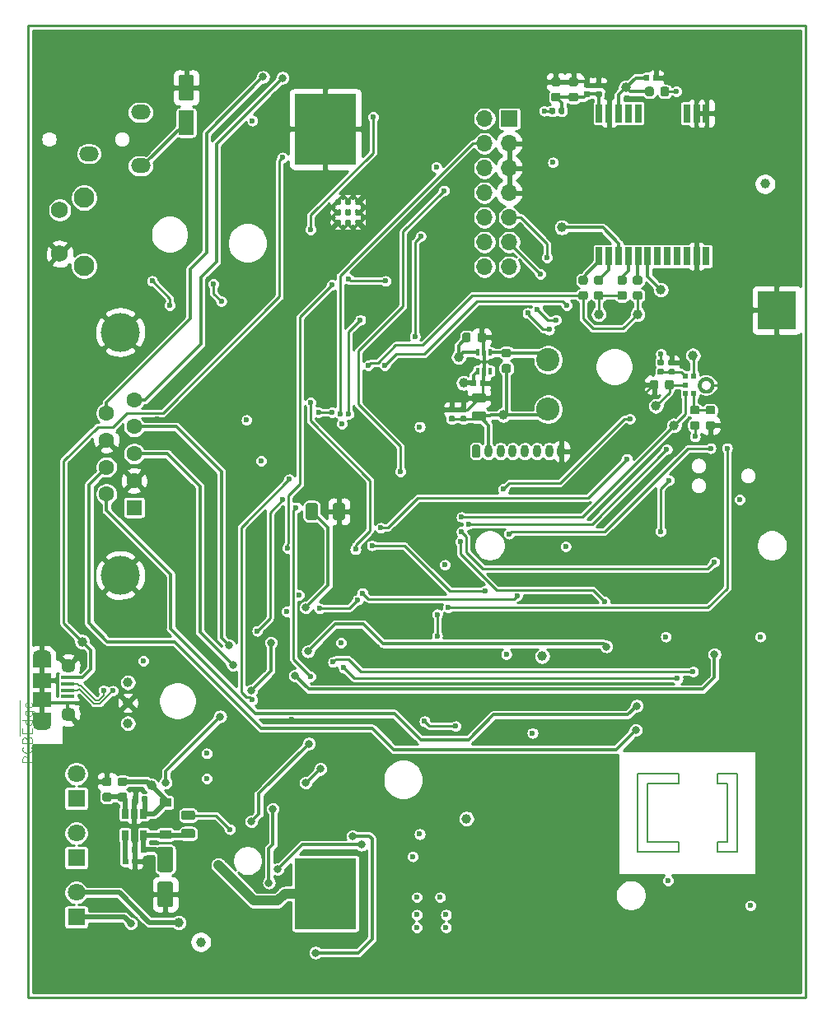
<source format=gbr>
G04 #@! TF.GenerationSoftware,KiCad,Pcbnew,5.1.5+dfsg1-2build2*
G04 #@! TF.CreationDate,2021-09-29T14:40:33+01:00*
G04 #@! TF.ProjectId,OSM_env01,4f534d5f-656e-4763-9031-2e6b69636164,B*
G04 #@! TF.SameCoordinates,Original*
G04 #@! TF.FileFunction,Copper,L1,Top*
G04 #@! TF.FilePolarity,Positive*
%FSLAX46Y46*%
G04 Gerber Fmt 4.6, Leading zero omitted, Abs format (unit mm)*
G04 Created by KiCad (PCBNEW 5.1.5+dfsg1-2build2) date 2021-09-29 14:40:33*
%MOMM*%
%LPD*%
G04 APERTURE LIST*
%ADD10C,0.150000*%
%ADD11C,0.254000*%
%ADD12C,0.050000*%
%ADD13C,0.100000*%
%ADD14C,0.001000*%
%ADD15R,0.700000X1.900000*%
%ADD16C,1.000000*%
%ADD17O,0.800000X1.300000*%
%ADD18R,4.000000X4.000000*%
%ADD19R,1.800000X1.800000*%
%ADD20C,1.800000*%
%ADD21C,1.450000*%
%ADD22R,1.350000X0.400000*%
%ADD23R,1.900000X1.500000*%
%ADD24R,1.900000X1.200000*%
%ADD25O,1.900000X1.200000*%
%ADD26R,0.522000X0.600000*%
%ADD27R,0.100000X0.100000*%
%ADD28C,0.500000*%
%ADD29O,2.000000X1.500000*%
%ADD30C,2.100000*%
%ADD31C,1.750000*%
%ADD32O,2.400000X2.400000*%
%ADD33C,2.400000*%
%ADD34R,1.200000X0.900000*%
%ADD35O,1.700000X1.700000*%
%ADD36R,1.700000X1.700000*%
%ADD37R,0.400000X0.650000*%
%ADD38R,0.650000X1.060000*%
%ADD39R,1.600000X1.600000*%
%ADD40C,1.600000*%
%ADD41C,4.000000*%
%ADD42R,6.350000X7.340000*%
%ADD43C,0.600000*%
%ADD44C,0.800000*%
%ADD45C,0.360000*%
%ADD46C,0.500000*%
%ADD47C,0.250000*%
%ADD48C,1.000000*%
%ADD49C,0.200000*%
G04 APERTURE END LIST*
D10*
X155600000Y-113200000D02*
X155600000Y-105200000D01*
X153600000Y-105200000D02*
X155600000Y-105200000D01*
X153600000Y-113200000D02*
X153600000Y-112200000D01*
X153600000Y-113200000D02*
X155600000Y-113200000D01*
X145400000Y-113200000D02*
X145400000Y-105200000D01*
X153600000Y-106200000D02*
X153600000Y-105200000D01*
X149600000Y-106200000D02*
X149600000Y-105200000D01*
X149600000Y-113200000D02*
X145400000Y-113200000D01*
X149600000Y-112200000D02*
X149600000Y-113200000D01*
X147400000Y-112200000D02*
X149600000Y-112200000D01*
X147400000Y-106200000D02*
X149600000Y-106200000D01*
X146400000Y-106200000D02*
X147400000Y-106200000D01*
X146400000Y-112200000D02*
X146400000Y-106200000D01*
X147400000Y-112200000D02*
X146400000Y-112200000D01*
X149600000Y-105200000D02*
X145400000Y-105200000D01*
X153600000Y-112200000D02*
X154600000Y-112200000D01*
X153600000Y-106200000D02*
X154600000Y-106200000D01*
X154600000Y-112200000D02*
X154600000Y-106200000D01*
D11*
X162700000Y-128200000D02*
X162700000Y-28200000D01*
X82700000Y-128200000D02*
X82700000Y-28200000D01*
X82700000Y-28200000D02*
X162700000Y-28200000D01*
X82700000Y-128200000D02*
X162700000Y-128200000D01*
D12*
X83149820Y-104005299D02*
X82149820Y-104005299D01*
X82149820Y-103624346D01*
X82197440Y-103529108D01*
X82245059Y-103481489D01*
X82340297Y-103433870D01*
X82483154Y-103433870D01*
X82578392Y-103481489D01*
X82626011Y-103529108D01*
X82673630Y-103624346D01*
X82673630Y-104005299D01*
X83054582Y-102433870D02*
X83102201Y-102481489D01*
X83149820Y-102624346D01*
X83149820Y-102719584D01*
X83102201Y-102862441D01*
X83006963Y-102957680D01*
X82911725Y-103005299D01*
X82721249Y-103052918D01*
X82578392Y-103052918D01*
X82387916Y-103005299D01*
X82292678Y-102957680D01*
X82197440Y-102862441D01*
X82149820Y-102719584D01*
X82149820Y-102624346D01*
X82197440Y-102481489D01*
X82245059Y-102433870D01*
X82626011Y-101671965D02*
X82673630Y-101529108D01*
X82721249Y-101481489D01*
X82816487Y-101433870D01*
X82959344Y-101433870D01*
X83054582Y-101481489D01*
X83102201Y-101529108D01*
X83149820Y-101624346D01*
X83149820Y-102005299D01*
X82149820Y-102005299D01*
X82149820Y-101671965D01*
X82197440Y-101576727D01*
X82245059Y-101529108D01*
X82340297Y-101481489D01*
X82435535Y-101481489D01*
X82530773Y-101529108D01*
X82578392Y-101576727D01*
X82626011Y-101671965D01*
X82626011Y-102005299D01*
X81912440Y-101243394D02*
X81912440Y-100338632D01*
X82626011Y-101005299D02*
X82626011Y-100671965D01*
X83149820Y-100529108D02*
X83149820Y-101005299D01*
X82149820Y-101005299D01*
X82149820Y-100529108D01*
X81912440Y-100338632D02*
X81912440Y-99433870D01*
X83149820Y-99671965D02*
X82149820Y-99671965D01*
X83102201Y-99671965D02*
X83149820Y-99767203D01*
X83149820Y-99957680D01*
X83102201Y-100052918D01*
X83054582Y-100100537D01*
X82959344Y-100148156D01*
X82673630Y-100148156D01*
X82578392Y-100100537D01*
X82530773Y-100052918D01*
X82483154Y-99957680D01*
X82483154Y-99767203D01*
X82530773Y-99671965D01*
X81912440Y-99433870D02*
X81912440Y-98529108D01*
X82483154Y-98767203D02*
X83292678Y-98767203D01*
X83387916Y-98814822D01*
X83435535Y-98862441D01*
X83483154Y-98957680D01*
X83483154Y-99100537D01*
X83435535Y-99195775D01*
X83102201Y-98767203D02*
X83149820Y-98862441D01*
X83149820Y-99052918D01*
X83102201Y-99148156D01*
X83054582Y-99195775D01*
X82959344Y-99243394D01*
X82673630Y-99243394D01*
X82578392Y-99195775D01*
X82530773Y-99148156D01*
X82483154Y-99052918D01*
X82483154Y-98862441D01*
X82530773Y-98767203D01*
X81912440Y-98529108D02*
X81912440Y-97671965D01*
X83102201Y-97910060D02*
X83149820Y-98005299D01*
X83149820Y-98195775D01*
X83102201Y-98291013D01*
X83006963Y-98338632D01*
X82626011Y-98338632D01*
X82530773Y-98291013D01*
X82483154Y-98195775D01*
X82483154Y-98005299D01*
X82530773Y-97910060D01*
X82626011Y-97862441D01*
X82721249Y-97862441D01*
X82816487Y-98338632D01*
D13*
X84500000Y-92800000D02*
G75*
G02X84500000Y-93400000I0J-300000D01*
G01*
X83800000Y-92800000D02*
X84500000Y-92800000D01*
X84500000Y-93400000D02*
X83800000Y-93400000D01*
X83800000Y-93400000D02*
G75*
G02X83800000Y-92800000I0J300000D01*
G01*
X84500000Y-99800000D02*
G75*
G02X84500000Y-100400000I0J-300000D01*
G01*
X83800000Y-99800000D02*
X84500000Y-99800000D01*
X84500000Y-100400000D02*
X83800000Y-100400000D01*
X83800000Y-100400000D02*
G75*
G02X83800000Y-99800000I0J300000D01*
G01*
D14*
G36*
X151600000Y-65210000D02*
G01*
X151900000Y-65210000D01*
X151901000Y-65236000D01*
X151903000Y-65262000D01*
X151906000Y-65288000D01*
X151911000Y-65314000D01*
X151917000Y-65339000D01*
X151924000Y-65365000D01*
X151933000Y-65389000D01*
X151943000Y-65413000D01*
X151954000Y-65437000D01*
X151967000Y-65460000D01*
X151981000Y-65482000D01*
X151995000Y-65504000D01*
X152011000Y-65525000D01*
X152028000Y-65545000D01*
X152046000Y-65564000D01*
X152065000Y-65582000D01*
X152085000Y-65599000D01*
X152106000Y-65615000D01*
X152128000Y-65629000D01*
X152150000Y-65643000D01*
X152173000Y-65656000D01*
X152197000Y-65667000D01*
X152221000Y-65677000D01*
X152245000Y-65686000D01*
X152271000Y-65693000D01*
X152296000Y-65699000D01*
X152322000Y-65704000D01*
X152348000Y-65707000D01*
X152374000Y-65709000D01*
X152400000Y-65710000D01*
X152420000Y-65710000D01*
X152447000Y-65709000D01*
X152473000Y-65707000D01*
X152500000Y-65704000D01*
X152526000Y-65699000D01*
X152552000Y-65693000D01*
X152578000Y-65685000D01*
X152603000Y-65676000D01*
X152627000Y-65666000D01*
X152652000Y-65654000D01*
X152675000Y-65642000D01*
X152698000Y-65628000D01*
X152720000Y-65613000D01*
X152741000Y-65596000D01*
X152761000Y-65579000D01*
X152781000Y-65561000D01*
X152799000Y-65541000D01*
X152816000Y-65521000D01*
X152833000Y-65500000D01*
X152848000Y-65478000D01*
X152862000Y-65455000D01*
X152874000Y-65432000D01*
X152886000Y-65407000D01*
X152896000Y-65383000D01*
X152905000Y-65358000D01*
X152913000Y-65332000D01*
X152919000Y-65306000D01*
X152924000Y-65280000D01*
X152927000Y-65253000D01*
X152929000Y-65227000D01*
X152930000Y-65200000D01*
X152930000Y-65190000D01*
X152929000Y-65164000D01*
X152927000Y-65138000D01*
X152924000Y-65112000D01*
X152919000Y-65086000D01*
X152913000Y-65061000D01*
X152906000Y-65035000D01*
X152897000Y-65011000D01*
X152887000Y-64987000D01*
X152876000Y-64963000D01*
X152863000Y-64940000D01*
X152849000Y-64918000D01*
X152835000Y-64896000D01*
X152819000Y-64875000D01*
X152802000Y-64855000D01*
X152784000Y-64836000D01*
X152765000Y-64818000D01*
X152745000Y-64801000D01*
X152724000Y-64785000D01*
X152702000Y-64771000D01*
X152680000Y-64757000D01*
X152657000Y-64744000D01*
X152633000Y-64733000D01*
X152609000Y-64723000D01*
X152585000Y-64714000D01*
X152559000Y-64707000D01*
X152534000Y-64701000D01*
X152508000Y-64696000D01*
X152482000Y-64693000D01*
X152456000Y-64691000D01*
X152430000Y-64690000D01*
X152400000Y-64690000D01*
X152374000Y-64691000D01*
X152348000Y-64693000D01*
X152322000Y-64696000D01*
X152296000Y-64701000D01*
X152271000Y-64707000D01*
X152245000Y-64714000D01*
X152221000Y-64723000D01*
X152197000Y-64733000D01*
X152173000Y-64744000D01*
X152150000Y-64757000D01*
X152128000Y-64771000D01*
X152106000Y-64785000D01*
X152085000Y-64801000D01*
X152065000Y-64818000D01*
X152046000Y-64836000D01*
X152028000Y-64855000D01*
X152011000Y-64875000D01*
X151995000Y-64896000D01*
X151981000Y-64918000D01*
X151967000Y-64940000D01*
X151954000Y-64963000D01*
X151943000Y-64987000D01*
X151933000Y-65011000D01*
X151924000Y-65035000D01*
X151917000Y-65061000D01*
X151911000Y-65086000D01*
X151906000Y-65112000D01*
X151903000Y-65138000D01*
X151901000Y-65164000D01*
X151900000Y-65190000D01*
X151600000Y-65190000D01*
X151600000Y-65180000D01*
X151601000Y-65139000D01*
X151604000Y-65097000D01*
X151610000Y-65056000D01*
X151617000Y-65016000D01*
X151627000Y-64976000D01*
X151639000Y-64936000D01*
X151652000Y-64897000D01*
X151668000Y-64859000D01*
X151686000Y-64821000D01*
X151706000Y-64785000D01*
X151727000Y-64750000D01*
X151751000Y-64716000D01*
X151776000Y-64683000D01*
X151803000Y-64651000D01*
X151831000Y-64621000D01*
X151861000Y-64593000D01*
X151893000Y-64566000D01*
X151926000Y-64541000D01*
X151960000Y-64517000D01*
X151995000Y-64496000D01*
X152031000Y-64476000D01*
X152069000Y-64458000D01*
X152107000Y-64442000D01*
X152146000Y-64429000D01*
X152186000Y-64417000D01*
X152226000Y-64407000D01*
X152266000Y-64400000D01*
X152307000Y-64394000D01*
X152349000Y-64391000D01*
X152390000Y-64390000D01*
X152420000Y-64390000D01*
X152462000Y-64391000D01*
X152505000Y-64394000D01*
X152547000Y-64400000D01*
X152588000Y-64408000D01*
X152630000Y-64418000D01*
X152670000Y-64430000D01*
X152710000Y-64444000D01*
X152749000Y-64460000D01*
X152788000Y-64478000D01*
X152825000Y-64499000D01*
X152861000Y-64521000D01*
X152896000Y-64545000D01*
X152930000Y-64571000D01*
X152962000Y-64598000D01*
X152993000Y-64627000D01*
X153022000Y-64658000D01*
X153049000Y-64690000D01*
X153075000Y-64724000D01*
X153099000Y-64759000D01*
X153121000Y-64795000D01*
X153142000Y-64832000D01*
X153160000Y-64871000D01*
X153176000Y-64910000D01*
X153190000Y-64950000D01*
X153202000Y-64990000D01*
X153212000Y-65032000D01*
X153220000Y-65073000D01*
X153226000Y-65115000D01*
X153229000Y-65158000D01*
X153230000Y-65200000D01*
X153230000Y-65210000D01*
X153229000Y-65252000D01*
X153226000Y-65294000D01*
X153220000Y-65335000D01*
X153213000Y-65376000D01*
X153203000Y-65417000D01*
X153191000Y-65457000D01*
X153177000Y-65497000D01*
X153161000Y-65535000D01*
X153143000Y-65573000D01*
X153123000Y-65610000D01*
X153101000Y-65646000D01*
X153077000Y-65680000D01*
X153052000Y-65713000D01*
X153025000Y-65745000D01*
X152996000Y-65776000D01*
X152965000Y-65805000D01*
X152933000Y-65832000D01*
X152900000Y-65857000D01*
X152866000Y-65881000D01*
X152830000Y-65903000D01*
X152793000Y-65923000D01*
X152755000Y-65941000D01*
X152717000Y-65957000D01*
X152677000Y-65971000D01*
X152637000Y-65983000D01*
X152596000Y-65993000D01*
X152555000Y-66000000D01*
X152514000Y-66006000D01*
X152472000Y-66009000D01*
X152430000Y-66010000D01*
X152400000Y-66010000D01*
X152358000Y-66009000D01*
X152316000Y-66006000D01*
X152275000Y-66000000D01*
X152234000Y-65993000D01*
X152193000Y-65983000D01*
X152153000Y-65971000D01*
X152113000Y-65957000D01*
X152075000Y-65941000D01*
X152037000Y-65923000D01*
X152000000Y-65903000D01*
X151964000Y-65881000D01*
X151930000Y-65857000D01*
X151897000Y-65832000D01*
X151865000Y-65805000D01*
X151834000Y-65776000D01*
X151805000Y-65745000D01*
X151778000Y-65713000D01*
X151753000Y-65680000D01*
X151729000Y-65646000D01*
X151707000Y-65610000D01*
X151687000Y-65573000D01*
X151669000Y-65535000D01*
X151653000Y-65497000D01*
X151639000Y-65457000D01*
X151627000Y-65417000D01*
X151617000Y-65376000D01*
X151610000Y-65335000D01*
X151604000Y-65294000D01*
X151601000Y-65252000D01*
X151600000Y-65210000D01*
G37*
X151600000Y-65210000D02*
X151900000Y-65210000D01*
X151901000Y-65236000D01*
X151903000Y-65262000D01*
X151906000Y-65288000D01*
X151911000Y-65314000D01*
X151917000Y-65339000D01*
X151924000Y-65365000D01*
X151933000Y-65389000D01*
X151943000Y-65413000D01*
X151954000Y-65437000D01*
X151967000Y-65460000D01*
X151981000Y-65482000D01*
X151995000Y-65504000D01*
X152011000Y-65525000D01*
X152028000Y-65545000D01*
X152046000Y-65564000D01*
X152065000Y-65582000D01*
X152085000Y-65599000D01*
X152106000Y-65615000D01*
X152128000Y-65629000D01*
X152150000Y-65643000D01*
X152173000Y-65656000D01*
X152197000Y-65667000D01*
X152221000Y-65677000D01*
X152245000Y-65686000D01*
X152271000Y-65693000D01*
X152296000Y-65699000D01*
X152322000Y-65704000D01*
X152348000Y-65707000D01*
X152374000Y-65709000D01*
X152400000Y-65710000D01*
X152420000Y-65710000D01*
X152447000Y-65709000D01*
X152473000Y-65707000D01*
X152500000Y-65704000D01*
X152526000Y-65699000D01*
X152552000Y-65693000D01*
X152578000Y-65685000D01*
X152603000Y-65676000D01*
X152627000Y-65666000D01*
X152652000Y-65654000D01*
X152675000Y-65642000D01*
X152698000Y-65628000D01*
X152720000Y-65613000D01*
X152741000Y-65596000D01*
X152761000Y-65579000D01*
X152781000Y-65561000D01*
X152799000Y-65541000D01*
X152816000Y-65521000D01*
X152833000Y-65500000D01*
X152848000Y-65478000D01*
X152862000Y-65455000D01*
X152874000Y-65432000D01*
X152886000Y-65407000D01*
X152896000Y-65383000D01*
X152905000Y-65358000D01*
X152913000Y-65332000D01*
X152919000Y-65306000D01*
X152924000Y-65280000D01*
X152927000Y-65253000D01*
X152929000Y-65227000D01*
X152930000Y-65200000D01*
X152930000Y-65190000D01*
X152929000Y-65164000D01*
X152927000Y-65138000D01*
X152924000Y-65112000D01*
X152919000Y-65086000D01*
X152913000Y-65061000D01*
X152906000Y-65035000D01*
X152897000Y-65011000D01*
X152887000Y-64987000D01*
X152876000Y-64963000D01*
X152863000Y-64940000D01*
X152849000Y-64918000D01*
X152835000Y-64896000D01*
X152819000Y-64875000D01*
X152802000Y-64855000D01*
X152784000Y-64836000D01*
X152765000Y-64818000D01*
X152745000Y-64801000D01*
X152724000Y-64785000D01*
X152702000Y-64771000D01*
X152680000Y-64757000D01*
X152657000Y-64744000D01*
X152633000Y-64733000D01*
X152609000Y-64723000D01*
X152585000Y-64714000D01*
X152559000Y-64707000D01*
X152534000Y-64701000D01*
X152508000Y-64696000D01*
X152482000Y-64693000D01*
X152456000Y-64691000D01*
X152430000Y-64690000D01*
X152400000Y-64690000D01*
X152374000Y-64691000D01*
X152348000Y-64693000D01*
X152322000Y-64696000D01*
X152296000Y-64701000D01*
X152271000Y-64707000D01*
X152245000Y-64714000D01*
X152221000Y-64723000D01*
X152197000Y-64733000D01*
X152173000Y-64744000D01*
X152150000Y-64757000D01*
X152128000Y-64771000D01*
X152106000Y-64785000D01*
X152085000Y-64801000D01*
X152065000Y-64818000D01*
X152046000Y-64836000D01*
X152028000Y-64855000D01*
X152011000Y-64875000D01*
X151995000Y-64896000D01*
X151981000Y-64918000D01*
X151967000Y-64940000D01*
X151954000Y-64963000D01*
X151943000Y-64987000D01*
X151933000Y-65011000D01*
X151924000Y-65035000D01*
X151917000Y-65061000D01*
X151911000Y-65086000D01*
X151906000Y-65112000D01*
X151903000Y-65138000D01*
X151901000Y-65164000D01*
X151900000Y-65190000D01*
X151600000Y-65190000D01*
X151600000Y-65180000D01*
X151601000Y-65139000D01*
X151604000Y-65097000D01*
X151610000Y-65056000D01*
X151617000Y-65016000D01*
X151627000Y-64976000D01*
X151639000Y-64936000D01*
X151652000Y-64897000D01*
X151668000Y-64859000D01*
X151686000Y-64821000D01*
X151706000Y-64785000D01*
X151727000Y-64750000D01*
X151751000Y-64716000D01*
X151776000Y-64683000D01*
X151803000Y-64651000D01*
X151831000Y-64621000D01*
X151861000Y-64593000D01*
X151893000Y-64566000D01*
X151926000Y-64541000D01*
X151960000Y-64517000D01*
X151995000Y-64496000D01*
X152031000Y-64476000D01*
X152069000Y-64458000D01*
X152107000Y-64442000D01*
X152146000Y-64429000D01*
X152186000Y-64417000D01*
X152226000Y-64407000D01*
X152266000Y-64400000D01*
X152307000Y-64394000D01*
X152349000Y-64391000D01*
X152390000Y-64390000D01*
X152420000Y-64390000D01*
X152462000Y-64391000D01*
X152505000Y-64394000D01*
X152547000Y-64400000D01*
X152588000Y-64408000D01*
X152630000Y-64418000D01*
X152670000Y-64430000D01*
X152710000Y-64444000D01*
X152749000Y-64460000D01*
X152788000Y-64478000D01*
X152825000Y-64499000D01*
X152861000Y-64521000D01*
X152896000Y-64545000D01*
X152930000Y-64571000D01*
X152962000Y-64598000D01*
X152993000Y-64627000D01*
X153022000Y-64658000D01*
X153049000Y-64690000D01*
X153075000Y-64724000D01*
X153099000Y-64759000D01*
X153121000Y-64795000D01*
X153142000Y-64832000D01*
X153160000Y-64871000D01*
X153176000Y-64910000D01*
X153190000Y-64950000D01*
X153202000Y-64990000D01*
X153212000Y-65032000D01*
X153220000Y-65073000D01*
X153226000Y-65115000D01*
X153229000Y-65158000D01*
X153230000Y-65200000D01*
X153230000Y-65210000D01*
X153229000Y-65252000D01*
X153226000Y-65294000D01*
X153220000Y-65335000D01*
X153213000Y-65376000D01*
X153203000Y-65417000D01*
X153191000Y-65457000D01*
X153177000Y-65497000D01*
X153161000Y-65535000D01*
X153143000Y-65573000D01*
X153123000Y-65610000D01*
X153101000Y-65646000D01*
X153077000Y-65680000D01*
X153052000Y-65713000D01*
X153025000Y-65745000D01*
X152996000Y-65776000D01*
X152965000Y-65805000D01*
X152933000Y-65832000D01*
X152900000Y-65857000D01*
X152866000Y-65881000D01*
X152830000Y-65903000D01*
X152793000Y-65923000D01*
X152755000Y-65941000D01*
X152717000Y-65957000D01*
X152677000Y-65971000D01*
X152637000Y-65983000D01*
X152596000Y-65993000D01*
X152555000Y-66000000D01*
X152514000Y-66006000D01*
X152472000Y-66009000D01*
X152430000Y-66010000D01*
X152400000Y-66010000D01*
X152358000Y-66009000D01*
X152316000Y-66006000D01*
X152275000Y-66000000D01*
X152234000Y-65993000D01*
X152193000Y-65983000D01*
X152153000Y-65971000D01*
X152113000Y-65957000D01*
X152075000Y-65941000D01*
X152037000Y-65923000D01*
X152000000Y-65903000D01*
X151964000Y-65881000D01*
X151930000Y-65857000D01*
X151897000Y-65832000D01*
X151865000Y-65805000D01*
X151834000Y-65776000D01*
X151805000Y-65745000D01*
X151778000Y-65713000D01*
X151753000Y-65680000D01*
X151729000Y-65646000D01*
X151707000Y-65610000D01*
X151687000Y-65573000D01*
X151669000Y-65535000D01*
X151653000Y-65497000D01*
X151639000Y-65457000D01*
X151627000Y-65417000D01*
X151617000Y-65376000D01*
X151610000Y-65335000D01*
X151604000Y-65294000D01*
X151601000Y-65252000D01*
X151600000Y-65210000D01*
D15*
X141450000Y-51950000D03*
X145450000Y-51950000D03*
X144450000Y-51950000D03*
X146450000Y-51950000D03*
X142450000Y-51950000D03*
X143450000Y-51950000D03*
X150450000Y-51950000D03*
X148450000Y-51950000D03*
X149450000Y-51950000D03*
X151450000Y-51950000D03*
X147450000Y-51950000D03*
X152450000Y-51950000D03*
X141450000Y-37250000D03*
X143450000Y-37250000D03*
X144450000Y-37250000D03*
X142450000Y-37250000D03*
X145450000Y-37250000D03*
X150450000Y-37250000D03*
X151450000Y-37250000D03*
X152450000Y-37250000D03*
D16*
X127000000Y-62300000D03*
X147280000Y-67350000D03*
X151080000Y-62150000D03*
X149150000Y-69350000D03*
D17*
X137550000Y-72000000D03*
X136300000Y-72000000D03*
X135050000Y-72000000D03*
X133800000Y-72000000D03*
X132550000Y-72000000D03*
X131300000Y-72000000D03*
X130050000Y-72000000D03*
G04 #@! TA.AperFunction,ComponentPad*
D13*
G36*
X129019603Y-71350963D02*
G01*
X129039018Y-71353843D01*
X129058057Y-71358612D01*
X129076537Y-71365224D01*
X129094279Y-71373616D01*
X129111114Y-71383706D01*
X129126879Y-71395398D01*
X129141421Y-71408579D01*
X129154602Y-71423121D01*
X129166294Y-71438886D01*
X129176384Y-71455721D01*
X129184776Y-71473463D01*
X129191388Y-71491943D01*
X129196157Y-71510982D01*
X129199037Y-71530397D01*
X129200000Y-71550000D01*
X129200000Y-72450000D01*
X129199037Y-72469603D01*
X129196157Y-72489018D01*
X129191388Y-72508057D01*
X129184776Y-72526537D01*
X129176384Y-72544279D01*
X129166294Y-72561114D01*
X129154602Y-72576879D01*
X129141421Y-72591421D01*
X129126879Y-72604602D01*
X129111114Y-72616294D01*
X129094279Y-72626384D01*
X129076537Y-72634776D01*
X129058057Y-72641388D01*
X129039018Y-72646157D01*
X129019603Y-72649037D01*
X129000000Y-72650000D01*
X128600000Y-72650000D01*
X128580397Y-72649037D01*
X128560982Y-72646157D01*
X128541943Y-72641388D01*
X128523463Y-72634776D01*
X128505721Y-72626384D01*
X128488886Y-72616294D01*
X128473121Y-72604602D01*
X128458579Y-72591421D01*
X128445398Y-72576879D01*
X128433706Y-72561114D01*
X128423616Y-72544279D01*
X128415224Y-72526537D01*
X128408612Y-72508057D01*
X128403843Y-72489018D01*
X128400963Y-72469603D01*
X128400000Y-72450000D01*
X128400000Y-71550000D01*
X128400963Y-71530397D01*
X128403843Y-71510982D01*
X128408612Y-71491943D01*
X128415224Y-71473463D01*
X128423616Y-71455721D01*
X128433706Y-71438886D01*
X128445398Y-71423121D01*
X128458579Y-71408579D01*
X128473121Y-71395398D01*
X128488886Y-71383706D01*
X128505721Y-71373616D01*
X128523463Y-71365224D01*
X128541943Y-71358612D01*
X128560982Y-71353843D01*
X128580397Y-71350963D01*
X128600000Y-71350000D01*
X129000000Y-71350000D01*
X129019603Y-71350963D01*
G37*
G04 #@! TD.AperFunction*
G04 #@! TA.AperFunction,SMDPad,CuDef*
G36*
X146852691Y-34526053D02*
G01*
X146873926Y-34529203D01*
X146894750Y-34534419D01*
X146914962Y-34541651D01*
X146934368Y-34550830D01*
X146952781Y-34561866D01*
X146970024Y-34574654D01*
X146985930Y-34589070D01*
X147000346Y-34604976D01*
X147013134Y-34622219D01*
X147024170Y-34640632D01*
X147033349Y-34660038D01*
X147040581Y-34680250D01*
X147045797Y-34701074D01*
X147048947Y-34722309D01*
X147050000Y-34743750D01*
X147050000Y-35256250D01*
X147048947Y-35277691D01*
X147045797Y-35298926D01*
X147040581Y-35319750D01*
X147033349Y-35339962D01*
X147024170Y-35359368D01*
X147013134Y-35377781D01*
X147000346Y-35395024D01*
X146985930Y-35410930D01*
X146970024Y-35425346D01*
X146952781Y-35438134D01*
X146934368Y-35449170D01*
X146914962Y-35458349D01*
X146894750Y-35465581D01*
X146873926Y-35470797D01*
X146852691Y-35473947D01*
X146831250Y-35475000D01*
X146393750Y-35475000D01*
X146372309Y-35473947D01*
X146351074Y-35470797D01*
X146330250Y-35465581D01*
X146310038Y-35458349D01*
X146290632Y-35449170D01*
X146272219Y-35438134D01*
X146254976Y-35425346D01*
X146239070Y-35410930D01*
X146224654Y-35395024D01*
X146211866Y-35377781D01*
X146200830Y-35359368D01*
X146191651Y-35339962D01*
X146184419Y-35319750D01*
X146179203Y-35298926D01*
X146176053Y-35277691D01*
X146175000Y-35256250D01*
X146175000Y-34743750D01*
X146176053Y-34722309D01*
X146179203Y-34701074D01*
X146184419Y-34680250D01*
X146191651Y-34660038D01*
X146200830Y-34640632D01*
X146211866Y-34622219D01*
X146224654Y-34604976D01*
X146239070Y-34589070D01*
X146254976Y-34574654D01*
X146272219Y-34561866D01*
X146290632Y-34550830D01*
X146310038Y-34541651D01*
X146330250Y-34534419D01*
X146351074Y-34529203D01*
X146372309Y-34526053D01*
X146393750Y-34525000D01*
X146831250Y-34525000D01*
X146852691Y-34526053D01*
G37*
G04 #@! TD.AperFunction*
G04 #@! TA.AperFunction,SMDPad,CuDef*
G36*
X148427691Y-34526053D02*
G01*
X148448926Y-34529203D01*
X148469750Y-34534419D01*
X148489962Y-34541651D01*
X148509368Y-34550830D01*
X148527781Y-34561866D01*
X148545024Y-34574654D01*
X148560930Y-34589070D01*
X148575346Y-34604976D01*
X148588134Y-34622219D01*
X148599170Y-34640632D01*
X148608349Y-34660038D01*
X148615581Y-34680250D01*
X148620797Y-34701074D01*
X148623947Y-34722309D01*
X148625000Y-34743750D01*
X148625000Y-35256250D01*
X148623947Y-35277691D01*
X148620797Y-35298926D01*
X148615581Y-35319750D01*
X148608349Y-35339962D01*
X148599170Y-35359368D01*
X148588134Y-35377781D01*
X148575346Y-35395024D01*
X148560930Y-35410930D01*
X148545024Y-35425346D01*
X148527781Y-35438134D01*
X148509368Y-35449170D01*
X148489962Y-35458349D01*
X148469750Y-35465581D01*
X148448926Y-35470797D01*
X148427691Y-35473947D01*
X148406250Y-35475000D01*
X147968750Y-35475000D01*
X147947309Y-35473947D01*
X147926074Y-35470797D01*
X147905250Y-35465581D01*
X147885038Y-35458349D01*
X147865632Y-35449170D01*
X147847219Y-35438134D01*
X147829976Y-35425346D01*
X147814070Y-35410930D01*
X147799654Y-35395024D01*
X147786866Y-35377781D01*
X147775830Y-35359368D01*
X147766651Y-35339962D01*
X147759419Y-35319750D01*
X147754203Y-35298926D01*
X147751053Y-35277691D01*
X147750000Y-35256250D01*
X147750000Y-34743750D01*
X147751053Y-34722309D01*
X147754203Y-34701074D01*
X147759419Y-34680250D01*
X147766651Y-34660038D01*
X147775830Y-34640632D01*
X147786866Y-34622219D01*
X147799654Y-34604976D01*
X147814070Y-34589070D01*
X147829976Y-34574654D01*
X147847219Y-34561866D01*
X147865632Y-34550830D01*
X147885038Y-34541651D01*
X147905250Y-34534419D01*
X147926074Y-34529203D01*
X147947309Y-34526053D01*
X147968750Y-34525000D01*
X148406250Y-34525000D01*
X148427691Y-34526053D01*
G37*
G04 #@! TD.AperFunction*
G04 #@! TA.AperFunction,SMDPad,CuDef*
G36*
X141586958Y-34020710D02*
G01*
X141601276Y-34022834D01*
X141615317Y-34026351D01*
X141628946Y-34031228D01*
X141642031Y-34037417D01*
X141654447Y-34044858D01*
X141666073Y-34053481D01*
X141676798Y-34063202D01*
X141686519Y-34073927D01*
X141695142Y-34085553D01*
X141702583Y-34097969D01*
X141708772Y-34111054D01*
X141713649Y-34124683D01*
X141717166Y-34138724D01*
X141719290Y-34153042D01*
X141720000Y-34167500D01*
X141720000Y-34462500D01*
X141719290Y-34476958D01*
X141717166Y-34491276D01*
X141713649Y-34505317D01*
X141708772Y-34518946D01*
X141702583Y-34532031D01*
X141695142Y-34544447D01*
X141686519Y-34556073D01*
X141676798Y-34566798D01*
X141666073Y-34576519D01*
X141654447Y-34585142D01*
X141642031Y-34592583D01*
X141628946Y-34598772D01*
X141615317Y-34603649D01*
X141601276Y-34607166D01*
X141586958Y-34609290D01*
X141572500Y-34610000D01*
X141227500Y-34610000D01*
X141213042Y-34609290D01*
X141198724Y-34607166D01*
X141184683Y-34603649D01*
X141171054Y-34598772D01*
X141157969Y-34592583D01*
X141145553Y-34585142D01*
X141133927Y-34576519D01*
X141123202Y-34566798D01*
X141113481Y-34556073D01*
X141104858Y-34544447D01*
X141097417Y-34532031D01*
X141091228Y-34518946D01*
X141086351Y-34505317D01*
X141082834Y-34491276D01*
X141080710Y-34476958D01*
X141080000Y-34462500D01*
X141080000Y-34167500D01*
X141080710Y-34153042D01*
X141082834Y-34138724D01*
X141086351Y-34124683D01*
X141091228Y-34111054D01*
X141097417Y-34097969D01*
X141104858Y-34085553D01*
X141113481Y-34073927D01*
X141123202Y-34063202D01*
X141133927Y-34053481D01*
X141145553Y-34044858D01*
X141157969Y-34037417D01*
X141171054Y-34031228D01*
X141184683Y-34026351D01*
X141198724Y-34022834D01*
X141213042Y-34020710D01*
X141227500Y-34020000D01*
X141572500Y-34020000D01*
X141586958Y-34020710D01*
G37*
G04 #@! TD.AperFunction*
G04 #@! TA.AperFunction,SMDPad,CuDef*
G36*
X141586958Y-34990710D02*
G01*
X141601276Y-34992834D01*
X141615317Y-34996351D01*
X141628946Y-35001228D01*
X141642031Y-35007417D01*
X141654447Y-35014858D01*
X141666073Y-35023481D01*
X141676798Y-35033202D01*
X141686519Y-35043927D01*
X141695142Y-35055553D01*
X141702583Y-35067969D01*
X141708772Y-35081054D01*
X141713649Y-35094683D01*
X141717166Y-35108724D01*
X141719290Y-35123042D01*
X141720000Y-35137500D01*
X141720000Y-35432500D01*
X141719290Y-35446958D01*
X141717166Y-35461276D01*
X141713649Y-35475317D01*
X141708772Y-35488946D01*
X141702583Y-35502031D01*
X141695142Y-35514447D01*
X141686519Y-35526073D01*
X141676798Y-35536798D01*
X141666073Y-35546519D01*
X141654447Y-35555142D01*
X141642031Y-35562583D01*
X141628946Y-35568772D01*
X141615317Y-35573649D01*
X141601276Y-35577166D01*
X141586958Y-35579290D01*
X141572500Y-35580000D01*
X141227500Y-35580000D01*
X141213042Y-35579290D01*
X141198724Y-35577166D01*
X141184683Y-35573649D01*
X141171054Y-35568772D01*
X141157969Y-35562583D01*
X141145553Y-35555142D01*
X141133927Y-35546519D01*
X141123202Y-35536798D01*
X141113481Y-35526073D01*
X141104858Y-35514447D01*
X141097417Y-35502031D01*
X141091228Y-35488946D01*
X141086351Y-35475317D01*
X141082834Y-35461276D01*
X141080710Y-35446958D01*
X141080000Y-35432500D01*
X141080000Y-35137500D01*
X141080710Y-35123042D01*
X141082834Y-35108724D01*
X141086351Y-35094683D01*
X141091228Y-35081054D01*
X141097417Y-35067969D01*
X141104858Y-35055553D01*
X141113481Y-35043927D01*
X141123202Y-35033202D01*
X141133927Y-35023481D01*
X141145553Y-35014858D01*
X141157969Y-35007417D01*
X141171054Y-35001228D01*
X141184683Y-34996351D01*
X141198724Y-34992834D01*
X141213042Y-34990710D01*
X141227500Y-34990000D01*
X141572500Y-34990000D01*
X141586958Y-34990710D01*
G37*
G04 #@! TD.AperFunction*
G04 #@! TA.AperFunction,SMDPad,CuDef*
G36*
X140386958Y-34020710D02*
G01*
X140401276Y-34022834D01*
X140415317Y-34026351D01*
X140428946Y-34031228D01*
X140442031Y-34037417D01*
X140454447Y-34044858D01*
X140466073Y-34053481D01*
X140476798Y-34063202D01*
X140486519Y-34073927D01*
X140495142Y-34085553D01*
X140502583Y-34097969D01*
X140508772Y-34111054D01*
X140513649Y-34124683D01*
X140517166Y-34138724D01*
X140519290Y-34153042D01*
X140520000Y-34167500D01*
X140520000Y-34462500D01*
X140519290Y-34476958D01*
X140517166Y-34491276D01*
X140513649Y-34505317D01*
X140508772Y-34518946D01*
X140502583Y-34532031D01*
X140495142Y-34544447D01*
X140486519Y-34556073D01*
X140476798Y-34566798D01*
X140466073Y-34576519D01*
X140454447Y-34585142D01*
X140442031Y-34592583D01*
X140428946Y-34598772D01*
X140415317Y-34603649D01*
X140401276Y-34607166D01*
X140386958Y-34609290D01*
X140372500Y-34610000D01*
X140027500Y-34610000D01*
X140013042Y-34609290D01*
X139998724Y-34607166D01*
X139984683Y-34603649D01*
X139971054Y-34598772D01*
X139957969Y-34592583D01*
X139945553Y-34585142D01*
X139933927Y-34576519D01*
X139923202Y-34566798D01*
X139913481Y-34556073D01*
X139904858Y-34544447D01*
X139897417Y-34532031D01*
X139891228Y-34518946D01*
X139886351Y-34505317D01*
X139882834Y-34491276D01*
X139880710Y-34476958D01*
X139880000Y-34462500D01*
X139880000Y-34167500D01*
X139880710Y-34153042D01*
X139882834Y-34138724D01*
X139886351Y-34124683D01*
X139891228Y-34111054D01*
X139897417Y-34097969D01*
X139904858Y-34085553D01*
X139913481Y-34073927D01*
X139923202Y-34063202D01*
X139933927Y-34053481D01*
X139945553Y-34044858D01*
X139957969Y-34037417D01*
X139971054Y-34031228D01*
X139984683Y-34026351D01*
X139998724Y-34022834D01*
X140013042Y-34020710D01*
X140027500Y-34020000D01*
X140372500Y-34020000D01*
X140386958Y-34020710D01*
G37*
G04 #@! TD.AperFunction*
G04 #@! TA.AperFunction,SMDPad,CuDef*
G36*
X140386958Y-34990710D02*
G01*
X140401276Y-34992834D01*
X140415317Y-34996351D01*
X140428946Y-35001228D01*
X140442031Y-35007417D01*
X140454447Y-35014858D01*
X140466073Y-35023481D01*
X140476798Y-35033202D01*
X140486519Y-35043927D01*
X140495142Y-35055553D01*
X140502583Y-35067969D01*
X140508772Y-35081054D01*
X140513649Y-35094683D01*
X140517166Y-35108724D01*
X140519290Y-35123042D01*
X140520000Y-35137500D01*
X140520000Y-35432500D01*
X140519290Y-35446958D01*
X140517166Y-35461276D01*
X140513649Y-35475317D01*
X140508772Y-35488946D01*
X140502583Y-35502031D01*
X140495142Y-35514447D01*
X140486519Y-35526073D01*
X140476798Y-35536798D01*
X140466073Y-35546519D01*
X140454447Y-35555142D01*
X140442031Y-35562583D01*
X140428946Y-35568772D01*
X140415317Y-35573649D01*
X140401276Y-35577166D01*
X140386958Y-35579290D01*
X140372500Y-35580000D01*
X140027500Y-35580000D01*
X140013042Y-35579290D01*
X139998724Y-35577166D01*
X139984683Y-35573649D01*
X139971054Y-35568772D01*
X139957969Y-35562583D01*
X139945553Y-35555142D01*
X139933927Y-35546519D01*
X139923202Y-35536798D01*
X139913481Y-35526073D01*
X139904858Y-35514447D01*
X139897417Y-35502031D01*
X139891228Y-35488946D01*
X139886351Y-35475317D01*
X139882834Y-35461276D01*
X139880710Y-35446958D01*
X139880000Y-35432500D01*
X139880000Y-35137500D01*
X139880710Y-35123042D01*
X139882834Y-35108724D01*
X139886351Y-35094683D01*
X139891228Y-35081054D01*
X139897417Y-35067969D01*
X139904858Y-35055553D01*
X139913481Y-35043927D01*
X139923202Y-35033202D01*
X139933927Y-35023481D01*
X139945553Y-35014858D01*
X139957969Y-35007417D01*
X139971054Y-35001228D01*
X139984683Y-34996351D01*
X139998724Y-34992834D01*
X140013042Y-34990710D01*
X140027500Y-34990000D01*
X140372500Y-34990000D01*
X140386958Y-34990710D01*
G37*
G04 #@! TD.AperFunction*
G04 #@! TA.AperFunction,SMDPad,CuDef*
G36*
X149066958Y-63560710D02*
G01*
X149081276Y-63562834D01*
X149095317Y-63566351D01*
X149108946Y-63571228D01*
X149122031Y-63577417D01*
X149134447Y-63584858D01*
X149146073Y-63593481D01*
X149156798Y-63603202D01*
X149166519Y-63613927D01*
X149175142Y-63625553D01*
X149182583Y-63637969D01*
X149188772Y-63651054D01*
X149193649Y-63664683D01*
X149197166Y-63678724D01*
X149199290Y-63693042D01*
X149200000Y-63707500D01*
X149200000Y-64002500D01*
X149199290Y-64016958D01*
X149197166Y-64031276D01*
X149193649Y-64045317D01*
X149188772Y-64058946D01*
X149182583Y-64072031D01*
X149175142Y-64084447D01*
X149166519Y-64096073D01*
X149156798Y-64106798D01*
X149146073Y-64116519D01*
X149134447Y-64125142D01*
X149122031Y-64132583D01*
X149108946Y-64138772D01*
X149095317Y-64143649D01*
X149081276Y-64147166D01*
X149066958Y-64149290D01*
X149052500Y-64150000D01*
X148707500Y-64150000D01*
X148693042Y-64149290D01*
X148678724Y-64147166D01*
X148664683Y-64143649D01*
X148651054Y-64138772D01*
X148637969Y-64132583D01*
X148625553Y-64125142D01*
X148613927Y-64116519D01*
X148603202Y-64106798D01*
X148593481Y-64096073D01*
X148584858Y-64084447D01*
X148577417Y-64072031D01*
X148571228Y-64058946D01*
X148566351Y-64045317D01*
X148562834Y-64031276D01*
X148560710Y-64016958D01*
X148560000Y-64002500D01*
X148560000Y-63707500D01*
X148560710Y-63693042D01*
X148562834Y-63678724D01*
X148566351Y-63664683D01*
X148571228Y-63651054D01*
X148577417Y-63637969D01*
X148584858Y-63625553D01*
X148593481Y-63613927D01*
X148603202Y-63603202D01*
X148613927Y-63593481D01*
X148625553Y-63584858D01*
X148637969Y-63577417D01*
X148651054Y-63571228D01*
X148664683Y-63566351D01*
X148678724Y-63562834D01*
X148693042Y-63560710D01*
X148707500Y-63560000D01*
X149052500Y-63560000D01*
X149066958Y-63560710D01*
G37*
G04 #@! TD.AperFunction*
G04 #@! TA.AperFunction,SMDPad,CuDef*
G36*
X149066958Y-62590710D02*
G01*
X149081276Y-62592834D01*
X149095317Y-62596351D01*
X149108946Y-62601228D01*
X149122031Y-62607417D01*
X149134447Y-62614858D01*
X149146073Y-62623481D01*
X149156798Y-62633202D01*
X149166519Y-62643927D01*
X149175142Y-62655553D01*
X149182583Y-62667969D01*
X149188772Y-62681054D01*
X149193649Y-62694683D01*
X149197166Y-62708724D01*
X149199290Y-62723042D01*
X149200000Y-62737500D01*
X149200000Y-63032500D01*
X149199290Y-63046958D01*
X149197166Y-63061276D01*
X149193649Y-63075317D01*
X149188772Y-63088946D01*
X149182583Y-63102031D01*
X149175142Y-63114447D01*
X149166519Y-63126073D01*
X149156798Y-63136798D01*
X149146073Y-63146519D01*
X149134447Y-63155142D01*
X149122031Y-63162583D01*
X149108946Y-63168772D01*
X149095317Y-63173649D01*
X149081276Y-63177166D01*
X149066958Y-63179290D01*
X149052500Y-63180000D01*
X148707500Y-63180000D01*
X148693042Y-63179290D01*
X148678724Y-63177166D01*
X148664683Y-63173649D01*
X148651054Y-63168772D01*
X148637969Y-63162583D01*
X148625553Y-63155142D01*
X148613927Y-63146519D01*
X148603202Y-63136798D01*
X148593481Y-63126073D01*
X148584858Y-63114447D01*
X148577417Y-63102031D01*
X148571228Y-63088946D01*
X148566351Y-63075317D01*
X148562834Y-63061276D01*
X148560710Y-63046958D01*
X148560000Y-63032500D01*
X148560000Y-62737500D01*
X148560710Y-62723042D01*
X148562834Y-62708724D01*
X148566351Y-62694683D01*
X148571228Y-62681054D01*
X148577417Y-62667969D01*
X148584858Y-62655553D01*
X148593481Y-62643927D01*
X148603202Y-62633202D01*
X148613927Y-62623481D01*
X148625553Y-62614858D01*
X148637969Y-62607417D01*
X148651054Y-62601228D01*
X148664683Y-62596351D01*
X148678724Y-62592834D01*
X148693042Y-62590710D01*
X148707500Y-62590000D01*
X149052500Y-62590000D01*
X149066958Y-62590710D01*
G37*
G04 #@! TD.AperFunction*
G04 #@! TA.AperFunction,SMDPad,CuDef*
G36*
X99574504Y-33301204D02*
G01*
X99598773Y-33304804D01*
X99622571Y-33310765D01*
X99645671Y-33319030D01*
X99667849Y-33329520D01*
X99688893Y-33342133D01*
X99708598Y-33356747D01*
X99726777Y-33373223D01*
X99743253Y-33391402D01*
X99757867Y-33411107D01*
X99770480Y-33432151D01*
X99780970Y-33454329D01*
X99789235Y-33477429D01*
X99795196Y-33501227D01*
X99798796Y-33525496D01*
X99800000Y-33550000D01*
X99800000Y-35650000D01*
X99798796Y-35674504D01*
X99795196Y-35698773D01*
X99789235Y-35722571D01*
X99780970Y-35745671D01*
X99770480Y-35767849D01*
X99757867Y-35788893D01*
X99743253Y-35808598D01*
X99726777Y-35826777D01*
X99708598Y-35843253D01*
X99688893Y-35857867D01*
X99667849Y-35870480D01*
X99645671Y-35880970D01*
X99622571Y-35889235D01*
X99598773Y-35895196D01*
X99574504Y-35898796D01*
X99550000Y-35900000D01*
X98450000Y-35900000D01*
X98425496Y-35898796D01*
X98401227Y-35895196D01*
X98377429Y-35889235D01*
X98354329Y-35880970D01*
X98332151Y-35870480D01*
X98311107Y-35857867D01*
X98291402Y-35843253D01*
X98273223Y-35826777D01*
X98256747Y-35808598D01*
X98242133Y-35788893D01*
X98229520Y-35767849D01*
X98219030Y-35745671D01*
X98210765Y-35722571D01*
X98204804Y-35698773D01*
X98201204Y-35674504D01*
X98200000Y-35650000D01*
X98200000Y-33550000D01*
X98201204Y-33525496D01*
X98204804Y-33501227D01*
X98210765Y-33477429D01*
X98219030Y-33454329D01*
X98229520Y-33432151D01*
X98242133Y-33411107D01*
X98256747Y-33391402D01*
X98273223Y-33373223D01*
X98291402Y-33356747D01*
X98311107Y-33342133D01*
X98332151Y-33329520D01*
X98354329Y-33319030D01*
X98377429Y-33310765D01*
X98401227Y-33304804D01*
X98425496Y-33301204D01*
X98450000Y-33300000D01*
X99550000Y-33300000D01*
X99574504Y-33301204D01*
G37*
G04 #@! TD.AperFunction*
G04 #@! TA.AperFunction,SMDPad,CuDef*
G36*
X99574504Y-36901204D02*
G01*
X99598773Y-36904804D01*
X99622571Y-36910765D01*
X99645671Y-36919030D01*
X99667849Y-36929520D01*
X99688893Y-36942133D01*
X99708598Y-36956747D01*
X99726777Y-36973223D01*
X99743253Y-36991402D01*
X99757867Y-37011107D01*
X99770480Y-37032151D01*
X99780970Y-37054329D01*
X99789235Y-37077429D01*
X99795196Y-37101227D01*
X99798796Y-37125496D01*
X99800000Y-37150000D01*
X99800000Y-39250000D01*
X99798796Y-39274504D01*
X99795196Y-39298773D01*
X99789235Y-39322571D01*
X99780970Y-39345671D01*
X99770480Y-39367849D01*
X99757867Y-39388893D01*
X99743253Y-39408598D01*
X99726777Y-39426777D01*
X99708598Y-39443253D01*
X99688893Y-39457867D01*
X99667849Y-39470480D01*
X99645671Y-39480970D01*
X99622571Y-39489235D01*
X99598773Y-39495196D01*
X99574504Y-39498796D01*
X99550000Y-39500000D01*
X98450000Y-39500000D01*
X98425496Y-39498796D01*
X98401227Y-39495196D01*
X98377429Y-39489235D01*
X98354329Y-39480970D01*
X98332151Y-39470480D01*
X98311107Y-39457867D01*
X98291402Y-39443253D01*
X98273223Y-39426777D01*
X98256747Y-39408598D01*
X98242133Y-39388893D01*
X98229520Y-39367849D01*
X98219030Y-39345671D01*
X98210765Y-39322571D01*
X98204804Y-39298773D01*
X98201204Y-39274504D01*
X98200000Y-39250000D01*
X98200000Y-37150000D01*
X98201204Y-37125496D01*
X98204804Y-37101227D01*
X98210765Y-37077429D01*
X98219030Y-37054329D01*
X98229520Y-37032151D01*
X98242133Y-37011107D01*
X98256747Y-36991402D01*
X98273223Y-36973223D01*
X98291402Y-36956747D01*
X98311107Y-36942133D01*
X98332151Y-36929520D01*
X98354329Y-36919030D01*
X98377429Y-36910765D01*
X98401227Y-36904804D01*
X98425496Y-36901204D01*
X98450000Y-36900000D01*
X99550000Y-36900000D01*
X99574504Y-36901204D01*
G37*
G04 #@! TD.AperFunction*
G04 #@! TA.AperFunction,SMDPad,CuDef*
G36*
X151557691Y-67346053D02*
G01*
X151578926Y-67349203D01*
X151599750Y-67354419D01*
X151619962Y-67361651D01*
X151639368Y-67370830D01*
X151657781Y-67381866D01*
X151675024Y-67394654D01*
X151690930Y-67409070D01*
X151705346Y-67424976D01*
X151718134Y-67442219D01*
X151729170Y-67460632D01*
X151738349Y-67480038D01*
X151745581Y-67500250D01*
X151750797Y-67521074D01*
X151753947Y-67542309D01*
X151755000Y-67563750D01*
X151755000Y-68001250D01*
X151753947Y-68022691D01*
X151750797Y-68043926D01*
X151745581Y-68064750D01*
X151738349Y-68084962D01*
X151729170Y-68104368D01*
X151718134Y-68122781D01*
X151705346Y-68140024D01*
X151690930Y-68155930D01*
X151675024Y-68170346D01*
X151657781Y-68183134D01*
X151639368Y-68194170D01*
X151619962Y-68203349D01*
X151599750Y-68210581D01*
X151578926Y-68215797D01*
X151557691Y-68218947D01*
X151536250Y-68220000D01*
X151023750Y-68220000D01*
X151002309Y-68218947D01*
X150981074Y-68215797D01*
X150960250Y-68210581D01*
X150940038Y-68203349D01*
X150920632Y-68194170D01*
X150902219Y-68183134D01*
X150884976Y-68170346D01*
X150869070Y-68155930D01*
X150854654Y-68140024D01*
X150841866Y-68122781D01*
X150830830Y-68104368D01*
X150821651Y-68084962D01*
X150814419Y-68064750D01*
X150809203Y-68043926D01*
X150806053Y-68022691D01*
X150805000Y-68001250D01*
X150805000Y-67563750D01*
X150806053Y-67542309D01*
X150809203Y-67521074D01*
X150814419Y-67500250D01*
X150821651Y-67480038D01*
X150830830Y-67460632D01*
X150841866Y-67442219D01*
X150854654Y-67424976D01*
X150869070Y-67409070D01*
X150884976Y-67394654D01*
X150902219Y-67381866D01*
X150920632Y-67370830D01*
X150940038Y-67361651D01*
X150960250Y-67354419D01*
X150981074Y-67349203D01*
X151002309Y-67346053D01*
X151023750Y-67345000D01*
X151536250Y-67345000D01*
X151557691Y-67346053D01*
G37*
G04 #@! TD.AperFunction*
G04 #@! TA.AperFunction,SMDPad,CuDef*
G36*
X151557691Y-68921053D02*
G01*
X151578926Y-68924203D01*
X151599750Y-68929419D01*
X151619962Y-68936651D01*
X151639368Y-68945830D01*
X151657781Y-68956866D01*
X151675024Y-68969654D01*
X151690930Y-68984070D01*
X151705346Y-68999976D01*
X151718134Y-69017219D01*
X151729170Y-69035632D01*
X151738349Y-69055038D01*
X151745581Y-69075250D01*
X151750797Y-69096074D01*
X151753947Y-69117309D01*
X151755000Y-69138750D01*
X151755000Y-69576250D01*
X151753947Y-69597691D01*
X151750797Y-69618926D01*
X151745581Y-69639750D01*
X151738349Y-69659962D01*
X151729170Y-69679368D01*
X151718134Y-69697781D01*
X151705346Y-69715024D01*
X151690930Y-69730930D01*
X151675024Y-69745346D01*
X151657781Y-69758134D01*
X151639368Y-69769170D01*
X151619962Y-69778349D01*
X151599750Y-69785581D01*
X151578926Y-69790797D01*
X151557691Y-69793947D01*
X151536250Y-69795000D01*
X151023750Y-69795000D01*
X151002309Y-69793947D01*
X150981074Y-69790797D01*
X150960250Y-69785581D01*
X150940038Y-69778349D01*
X150920632Y-69769170D01*
X150902219Y-69758134D01*
X150884976Y-69745346D01*
X150869070Y-69730930D01*
X150854654Y-69715024D01*
X150841866Y-69697781D01*
X150830830Y-69679368D01*
X150821651Y-69659962D01*
X150814419Y-69639750D01*
X150809203Y-69618926D01*
X150806053Y-69597691D01*
X150805000Y-69576250D01*
X150805000Y-69138750D01*
X150806053Y-69117309D01*
X150809203Y-69096074D01*
X150814419Y-69075250D01*
X150821651Y-69055038D01*
X150830830Y-69035632D01*
X150841866Y-69017219D01*
X150854654Y-68999976D01*
X150869070Y-68984070D01*
X150884976Y-68969654D01*
X150902219Y-68956866D01*
X150920632Y-68945830D01*
X150940038Y-68936651D01*
X150960250Y-68929419D01*
X150981074Y-68924203D01*
X151002309Y-68921053D01*
X151023750Y-68920000D01*
X151536250Y-68920000D01*
X151557691Y-68921053D01*
G37*
G04 #@! TD.AperFunction*
G04 #@! TA.AperFunction,SMDPad,CuDef*
G36*
X153157691Y-68921053D02*
G01*
X153178926Y-68924203D01*
X153199750Y-68929419D01*
X153219962Y-68936651D01*
X153239368Y-68945830D01*
X153257781Y-68956866D01*
X153275024Y-68969654D01*
X153290930Y-68984070D01*
X153305346Y-68999976D01*
X153318134Y-69017219D01*
X153329170Y-69035632D01*
X153338349Y-69055038D01*
X153345581Y-69075250D01*
X153350797Y-69096074D01*
X153353947Y-69117309D01*
X153355000Y-69138750D01*
X153355000Y-69576250D01*
X153353947Y-69597691D01*
X153350797Y-69618926D01*
X153345581Y-69639750D01*
X153338349Y-69659962D01*
X153329170Y-69679368D01*
X153318134Y-69697781D01*
X153305346Y-69715024D01*
X153290930Y-69730930D01*
X153275024Y-69745346D01*
X153257781Y-69758134D01*
X153239368Y-69769170D01*
X153219962Y-69778349D01*
X153199750Y-69785581D01*
X153178926Y-69790797D01*
X153157691Y-69793947D01*
X153136250Y-69795000D01*
X152623750Y-69795000D01*
X152602309Y-69793947D01*
X152581074Y-69790797D01*
X152560250Y-69785581D01*
X152540038Y-69778349D01*
X152520632Y-69769170D01*
X152502219Y-69758134D01*
X152484976Y-69745346D01*
X152469070Y-69730930D01*
X152454654Y-69715024D01*
X152441866Y-69697781D01*
X152430830Y-69679368D01*
X152421651Y-69659962D01*
X152414419Y-69639750D01*
X152409203Y-69618926D01*
X152406053Y-69597691D01*
X152405000Y-69576250D01*
X152405000Y-69138750D01*
X152406053Y-69117309D01*
X152409203Y-69096074D01*
X152414419Y-69075250D01*
X152421651Y-69055038D01*
X152430830Y-69035632D01*
X152441866Y-69017219D01*
X152454654Y-68999976D01*
X152469070Y-68984070D01*
X152484976Y-68969654D01*
X152502219Y-68956866D01*
X152520632Y-68945830D01*
X152540038Y-68936651D01*
X152560250Y-68929419D01*
X152581074Y-68924203D01*
X152602309Y-68921053D01*
X152623750Y-68920000D01*
X153136250Y-68920000D01*
X153157691Y-68921053D01*
G37*
G04 #@! TD.AperFunction*
G04 #@! TA.AperFunction,SMDPad,CuDef*
G36*
X153157691Y-67346053D02*
G01*
X153178926Y-67349203D01*
X153199750Y-67354419D01*
X153219962Y-67361651D01*
X153239368Y-67370830D01*
X153257781Y-67381866D01*
X153275024Y-67394654D01*
X153290930Y-67409070D01*
X153305346Y-67424976D01*
X153318134Y-67442219D01*
X153329170Y-67460632D01*
X153338349Y-67480038D01*
X153345581Y-67500250D01*
X153350797Y-67521074D01*
X153353947Y-67542309D01*
X153355000Y-67563750D01*
X153355000Y-68001250D01*
X153353947Y-68022691D01*
X153350797Y-68043926D01*
X153345581Y-68064750D01*
X153338349Y-68084962D01*
X153329170Y-68104368D01*
X153318134Y-68122781D01*
X153305346Y-68140024D01*
X153290930Y-68155930D01*
X153275024Y-68170346D01*
X153257781Y-68183134D01*
X153239368Y-68194170D01*
X153219962Y-68203349D01*
X153199750Y-68210581D01*
X153178926Y-68215797D01*
X153157691Y-68218947D01*
X153136250Y-68220000D01*
X152623750Y-68220000D01*
X152602309Y-68218947D01*
X152581074Y-68215797D01*
X152560250Y-68210581D01*
X152540038Y-68203349D01*
X152520632Y-68194170D01*
X152502219Y-68183134D01*
X152484976Y-68170346D01*
X152469070Y-68155930D01*
X152454654Y-68140024D01*
X152441866Y-68122781D01*
X152430830Y-68104368D01*
X152421651Y-68084962D01*
X152414419Y-68064750D01*
X152409203Y-68043926D01*
X152406053Y-68022691D01*
X152405000Y-68001250D01*
X152405000Y-67563750D01*
X152406053Y-67542309D01*
X152409203Y-67521074D01*
X152414419Y-67500250D01*
X152421651Y-67480038D01*
X152430830Y-67460632D01*
X152441866Y-67442219D01*
X152454654Y-67424976D01*
X152469070Y-67409070D01*
X152484976Y-67394654D01*
X152502219Y-67381866D01*
X152520632Y-67370830D01*
X152540038Y-67361651D01*
X152560250Y-67354419D01*
X152581074Y-67349203D01*
X152602309Y-67346053D01*
X152623750Y-67345000D01*
X153136250Y-67345000D01*
X153157691Y-67346053D01*
G37*
G04 #@! TD.AperFunction*
G04 #@! TA.AperFunction,SMDPad,CuDef*
G36*
X147332691Y-64696053D02*
G01*
X147353926Y-64699203D01*
X147374750Y-64704419D01*
X147394962Y-64711651D01*
X147414368Y-64720830D01*
X147432781Y-64731866D01*
X147450024Y-64744654D01*
X147465930Y-64759070D01*
X147480346Y-64774976D01*
X147493134Y-64792219D01*
X147504170Y-64810632D01*
X147513349Y-64830038D01*
X147520581Y-64850250D01*
X147525797Y-64871074D01*
X147528947Y-64892309D01*
X147530000Y-64913750D01*
X147530000Y-65426250D01*
X147528947Y-65447691D01*
X147525797Y-65468926D01*
X147520581Y-65489750D01*
X147513349Y-65509962D01*
X147504170Y-65529368D01*
X147493134Y-65547781D01*
X147480346Y-65565024D01*
X147465930Y-65580930D01*
X147450024Y-65595346D01*
X147432781Y-65608134D01*
X147414368Y-65619170D01*
X147394962Y-65628349D01*
X147374750Y-65635581D01*
X147353926Y-65640797D01*
X147332691Y-65643947D01*
X147311250Y-65645000D01*
X146873750Y-65645000D01*
X146852309Y-65643947D01*
X146831074Y-65640797D01*
X146810250Y-65635581D01*
X146790038Y-65628349D01*
X146770632Y-65619170D01*
X146752219Y-65608134D01*
X146734976Y-65595346D01*
X146719070Y-65580930D01*
X146704654Y-65565024D01*
X146691866Y-65547781D01*
X146680830Y-65529368D01*
X146671651Y-65509962D01*
X146664419Y-65489750D01*
X146659203Y-65468926D01*
X146656053Y-65447691D01*
X146655000Y-65426250D01*
X146655000Y-64913750D01*
X146656053Y-64892309D01*
X146659203Y-64871074D01*
X146664419Y-64850250D01*
X146671651Y-64830038D01*
X146680830Y-64810632D01*
X146691866Y-64792219D01*
X146704654Y-64774976D01*
X146719070Y-64759070D01*
X146734976Y-64744654D01*
X146752219Y-64731866D01*
X146770632Y-64720830D01*
X146790038Y-64711651D01*
X146810250Y-64704419D01*
X146831074Y-64699203D01*
X146852309Y-64696053D01*
X146873750Y-64695000D01*
X147311250Y-64695000D01*
X147332691Y-64696053D01*
G37*
G04 #@! TD.AperFunction*
G04 #@! TA.AperFunction,SMDPad,CuDef*
G36*
X148907691Y-64696053D02*
G01*
X148928926Y-64699203D01*
X148949750Y-64704419D01*
X148969962Y-64711651D01*
X148989368Y-64720830D01*
X149007781Y-64731866D01*
X149025024Y-64744654D01*
X149040930Y-64759070D01*
X149055346Y-64774976D01*
X149068134Y-64792219D01*
X149079170Y-64810632D01*
X149088349Y-64830038D01*
X149095581Y-64850250D01*
X149100797Y-64871074D01*
X149103947Y-64892309D01*
X149105000Y-64913750D01*
X149105000Y-65426250D01*
X149103947Y-65447691D01*
X149100797Y-65468926D01*
X149095581Y-65489750D01*
X149088349Y-65509962D01*
X149079170Y-65529368D01*
X149068134Y-65547781D01*
X149055346Y-65565024D01*
X149040930Y-65580930D01*
X149025024Y-65595346D01*
X149007781Y-65608134D01*
X148989368Y-65619170D01*
X148969962Y-65628349D01*
X148949750Y-65635581D01*
X148928926Y-65640797D01*
X148907691Y-65643947D01*
X148886250Y-65645000D01*
X148448750Y-65645000D01*
X148427309Y-65643947D01*
X148406074Y-65640797D01*
X148385250Y-65635581D01*
X148365038Y-65628349D01*
X148345632Y-65619170D01*
X148327219Y-65608134D01*
X148309976Y-65595346D01*
X148294070Y-65580930D01*
X148279654Y-65565024D01*
X148266866Y-65547781D01*
X148255830Y-65529368D01*
X148246651Y-65509962D01*
X148239419Y-65489750D01*
X148234203Y-65468926D01*
X148231053Y-65447691D01*
X148230000Y-65426250D01*
X148230000Y-64913750D01*
X148231053Y-64892309D01*
X148234203Y-64871074D01*
X148239419Y-64850250D01*
X148246651Y-64830038D01*
X148255830Y-64810632D01*
X148266866Y-64792219D01*
X148279654Y-64774976D01*
X148294070Y-64759070D01*
X148309976Y-64744654D01*
X148327219Y-64731866D01*
X148345632Y-64720830D01*
X148365038Y-64711651D01*
X148385250Y-64704419D01*
X148406074Y-64699203D01*
X148427309Y-64696053D01*
X148448750Y-64695000D01*
X148886250Y-64695000D01*
X148907691Y-64696053D01*
G37*
G04 #@! TD.AperFunction*
G04 #@! TA.AperFunction,SMDPad,CuDef*
G36*
X115099504Y-77326204D02*
G01*
X115123773Y-77329804D01*
X115147571Y-77335765D01*
X115170671Y-77344030D01*
X115192849Y-77354520D01*
X115213893Y-77367133D01*
X115233598Y-77381747D01*
X115251777Y-77398223D01*
X115268253Y-77416402D01*
X115282867Y-77436107D01*
X115295480Y-77457151D01*
X115305970Y-77479329D01*
X115314235Y-77502429D01*
X115320196Y-77526227D01*
X115323796Y-77550496D01*
X115325000Y-77575000D01*
X115325000Y-78825000D01*
X115323796Y-78849504D01*
X115320196Y-78873773D01*
X115314235Y-78897571D01*
X115305970Y-78920671D01*
X115295480Y-78942849D01*
X115282867Y-78963893D01*
X115268253Y-78983598D01*
X115251777Y-79001777D01*
X115233598Y-79018253D01*
X115213893Y-79032867D01*
X115192849Y-79045480D01*
X115170671Y-79055970D01*
X115147571Y-79064235D01*
X115123773Y-79070196D01*
X115099504Y-79073796D01*
X115075000Y-79075000D01*
X114325000Y-79075000D01*
X114300496Y-79073796D01*
X114276227Y-79070196D01*
X114252429Y-79064235D01*
X114229329Y-79055970D01*
X114207151Y-79045480D01*
X114186107Y-79032867D01*
X114166402Y-79018253D01*
X114148223Y-79001777D01*
X114131747Y-78983598D01*
X114117133Y-78963893D01*
X114104520Y-78942849D01*
X114094030Y-78920671D01*
X114085765Y-78897571D01*
X114079804Y-78873773D01*
X114076204Y-78849504D01*
X114075000Y-78825000D01*
X114075000Y-77575000D01*
X114076204Y-77550496D01*
X114079804Y-77526227D01*
X114085765Y-77502429D01*
X114094030Y-77479329D01*
X114104520Y-77457151D01*
X114117133Y-77436107D01*
X114131747Y-77416402D01*
X114148223Y-77398223D01*
X114166402Y-77381747D01*
X114186107Y-77367133D01*
X114207151Y-77354520D01*
X114229329Y-77344030D01*
X114252429Y-77335765D01*
X114276227Y-77329804D01*
X114300496Y-77326204D01*
X114325000Y-77325000D01*
X115075000Y-77325000D01*
X115099504Y-77326204D01*
G37*
G04 #@! TD.AperFunction*
G04 #@! TA.AperFunction,SMDPad,CuDef*
G36*
X112299504Y-77326204D02*
G01*
X112323773Y-77329804D01*
X112347571Y-77335765D01*
X112370671Y-77344030D01*
X112392849Y-77354520D01*
X112413893Y-77367133D01*
X112433598Y-77381747D01*
X112451777Y-77398223D01*
X112468253Y-77416402D01*
X112482867Y-77436107D01*
X112495480Y-77457151D01*
X112505970Y-77479329D01*
X112514235Y-77502429D01*
X112520196Y-77526227D01*
X112523796Y-77550496D01*
X112525000Y-77575000D01*
X112525000Y-78825000D01*
X112523796Y-78849504D01*
X112520196Y-78873773D01*
X112514235Y-78897571D01*
X112505970Y-78920671D01*
X112495480Y-78942849D01*
X112482867Y-78963893D01*
X112468253Y-78983598D01*
X112451777Y-79001777D01*
X112433598Y-79018253D01*
X112413893Y-79032867D01*
X112392849Y-79045480D01*
X112370671Y-79055970D01*
X112347571Y-79064235D01*
X112323773Y-79070196D01*
X112299504Y-79073796D01*
X112275000Y-79075000D01*
X111525000Y-79075000D01*
X111500496Y-79073796D01*
X111476227Y-79070196D01*
X111452429Y-79064235D01*
X111429329Y-79055970D01*
X111407151Y-79045480D01*
X111386107Y-79032867D01*
X111366402Y-79018253D01*
X111348223Y-79001777D01*
X111331747Y-78983598D01*
X111317133Y-78963893D01*
X111304520Y-78942849D01*
X111294030Y-78920671D01*
X111285765Y-78897571D01*
X111279804Y-78873773D01*
X111276204Y-78849504D01*
X111275000Y-78825000D01*
X111275000Y-77575000D01*
X111276204Y-77550496D01*
X111279804Y-77526227D01*
X111285765Y-77502429D01*
X111294030Y-77479329D01*
X111304520Y-77457151D01*
X111317133Y-77436107D01*
X111331747Y-77416402D01*
X111348223Y-77398223D01*
X111366402Y-77381747D01*
X111386107Y-77367133D01*
X111407151Y-77354520D01*
X111429329Y-77344030D01*
X111452429Y-77335765D01*
X111476227Y-77329804D01*
X111500496Y-77326204D01*
X111525000Y-77325000D01*
X112275000Y-77325000D01*
X112299504Y-77326204D01*
G37*
G04 #@! TD.AperFunction*
D18*
X159700000Y-57500000D03*
G04 #@! TA.AperFunction,SMDPad,CuDef*
D13*
G36*
X126486958Y-67420710D02*
G01*
X126501276Y-67422834D01*
X126515317Y-67426351D01*
X126528946Y-67431228D01*
X126542031Y-67437417D01*
X126554447Y-67444858D01*
X126566073Y-67453481D01*
X126576798Y-67463202D01*
X126586519Y-67473927D01*
X126595142Y-67485553D01*
X126602583Y-67497969D01*
X126608772Y-67511054D01*
X126613649Y-67524683D01*
X126617166Y-67538724D01*
X126619290Y-67553042D01*
X126620000Y-67567500D01*
X126620000Y-67862500D01*
X126619290Y-67876958D01*
X126617166Y-67891276D01*
X126613649Y-67905317D01*
X126608772Y-67918946D01*
X126602583Y-67932031D01*
X126595142Y-67944447D01*
X126586519Y-67956073D01*
X126576798Y-67966798D01*
X126566073Y-67976519D01*
X126554447Y-67985142D01*
X126542031Y-67992583D01*
X126528946Y-67998772D01*
X126515317Y-68003649D01*
X126501276Y-68007166D01*
X126486958Y-68009290D01*
X126472500Y-68010000D01*
X126127500Y-68010000D01*
X126113042Y-68009290D01*
X126098724Y-68007166D01*
X126084683Y-68003649D01*
X126071054Y-67998772D01*
X126057969Y-67992583D01*
X126045553Y-67985142D01*
X126033927Y-67976519D01*
X126023202Y-67966798D01*
X126013481Y-67956073D01*
X126004858Y-67944447D01*
X125997417Y-67932031D01*
X125991228Y-67918946D01*
X125986351Y-67905317D01*
X125982834Y-67891276D01*
X125980710Y-67876958D01*
X125980000Y-67862500D01*
X125980000Y-67567500D01*
X125980710Y-67553042D01*
X125982834Y-67538724D01*
X125986351Y-67524683D01*
X125991228Y-67511054D01*
X125997417Y-67497969D01*
X126004858Y-67485553D01*
X126013481Y-67473927D01*
X126023202Y-67463202D01*
X126033927Y-67453481D01*
X126045553Y-67444858D01*
X126057969Y-67437417D01*
X126071054Y-67431228D01*
X126084683Y-67426351D01*
X126098724Y-67422834D01*
X126113042Y-67420710D01*
X126127500Y-67420000D01*
X126472500Y-67420000D01*
X126486958Y-67420710D01*
G37*
G04 #@! TD.AperFunction*
G04 #@! TA.AperFunction,SMDPad,CuDef*
G36*
X126486958Y-68390710D02*
G01*
X126501276Y-68392834D01*
X126515317Y-68396351D01*
X126528946Y-68401228D01*
X126542031Y-68407417D01*
X126554447Y-68414858D01*
X126566073Y-68423481D01*
X126576798Y-68433202D01*
X126586519Y-68443927D01*
X126595142Y-68455553D01*
X126602583Y-68467969D01*
X126608772Y-68481054D01*
X126613649Y-68494683D01*
X126617166Y-68508724D01*
X126619290Y-68523042D01*
X126620000Y-68537500D01*
X126620000Y-68832500D01*
X126619290Y-68846958D01*
X126617166Y-68861276D01*
X126613649Y-68875317D01*
X126608772Y-68888946D01*
X126602583Y-68902031D01*
X126595142Y-68914447D01*
X126586519Y-68926073D01*
X126576798Y-68936798D01*
X126566073Y-68946519D01*
X126554447Y-68955142D01*
X126542031Y-68962583D01*
X126528946Y-68968772D01*
X126515317Y-68973649D01*
X126501276Y-68977166D01*
X126486958Y-68979290D01*
X126472500Y-68980000D01*
X126127500Y-68980000D01*
X126113042Y-68979290D01*
X126098724Y-68977166D01*
X126084683Y-68973649D01*
X126071054Y-68968772D01*
X126057969Y-68962583D01*
X126045553Y-68955142D01*
X126033927Y-68946519D01*
X126023202Y-68936798D01*
X126013481Y-68926073D01*
X126004858Y-68914447D01*
X125997417Y-68902031D01*
X125991228Y-68888946D01*
X125986351Y-68875317D01*
X125982834Y-68861276D01*
X125980710Y-68846958D01*
X125980000Y-68832500D01*
X125980000Y-68537500D01*
X125980710Y-68523042D01*
X125982834Y-68508724D01*
X125986351Y-68494683D01*
X125991228Y-68481054D01*
X125997417Y-68467969D01*
X126004858Y-68455553D01*
X126013481Y-68443927D01*
X126023202Y-68433202D01*
X126033927Y-68423481D01*
X126045553Y-68414858D01*
X126057969Y-68407417D01*
X126071054Y-68401228D01*
X126084683Y-68396351D01*
X126098724Y-68392834D01*
X126113042Y-68390710D01*
X126127500Y-68390000D01*
X126472500Y-68390000D01*
X126486958Y-68390710D01*
G37*
G04 #@! TD.AperFunction*
G04 #@! TA.AperFunction,SMDPad,CuDef*
G36*
X147446958Y-33280710D02*
G01*
X147461276Y-33282834D01*
X147475317Y-33286351D01*
X147488946Y-33291228D01*
X147502031Y-33297417D01*
X147514447Y-33304858D01*
X147526073Y-33313481D01*
X147536798Y-33323202D01*
X147546519Y-33333927D01*
X147555142Y-33345553D01*
X147562583Y-33357969D01*
X147568772Y-33371054D01*
X147573649Y-33384683D01*
X147577166Y-33398724D01*
X147579290Y-33413042D01*
X147580000Y-33427500D01*
X147580000Y-33772500D01*
X147579290Y-33786958D01*
X147577166Y-33801276D01*
X147573649Y-33815317D01*
X147568772Y-33828946D01*
X147562583Y-33842031D01*
X147555142Y-33854447D01*
X147546519Y-33866073D01*
X147536798Y-33876798D01*
X147526073Y-33886519D01*
X147514447Y-33895142D01*
X147502031Y-33902583D01*
X147488946Y-33908772D01*
X147475317Y-33913649D01*
X147461276Y-33917166D01*
X147446958Y-33919290D01*
X147432500Y-33920000D01*
X147137500Y-33920000D01*
X147123042Y-33919290D01*
X147108724Y-33917166D01*
X147094683Y-33913649D01*
X147081054Y-33908772D01*
X147067969Y-33902583D01*
X147055553Y-33895142D01*
X147043927Y-33886519D01*
X147033202Y-33876798D01*
X147023481Y-33866073D01*
X147014858Y-33854447D01*
X147007417Y-33842031D01*
X147001228Y-33828946D01*
X146996351Y-33815317D01*
X146992834Y-33801276D01*
X146990710Y-33786958D01*
X146990000Y-33772500D01*
X146990000Y-33427500D01*
X146990710Y-33413042D01*
X146992834Y-33398724D01*
X146996351Y-33384683D01*
X147001228Y-33371054D01*
X147007417Y-33357969D01*
X147014858Y-33345553D01*
X147023481Y-33333927D01*
X147033202Y-33323202D01*
X147043927Y-33313481D01*
X147055553Y-33304858D01*
X147067969Y-33297417D01*
X147081054Y-33291228D01*
X147094683Y-33286351D01*
X147108724Y-33282834D01*
X147123042Y-33280710D01*
X147137500Y-33280000D01*
X147432500Y-33280000D01*
X147446958Y-33280710D01*
G37*
G04 #@! TD.AperFunction*
G04 #@! TA.AperFunction,SMDPad,CuDef*
G36*
X146476958Y-33280710D02*
G01*
X146491276Y-33282834D01*
X146505317Y-33286351D01*
X146518946Y-33291228D01*
X146532031Y-33297417D01*
X146544447Y-33304858D01*
X146556073Y-33313481D01*
X146566798Y-33323202D01*
X146576519Y-33333927D01*
X146585142Y-33345553D01*
X146592583Y-33357969D01*
X146598772Y-33371054D01*
X146603649Y-33384683D01*
X146607166Y-33398724D01*
X146609290Y-33413042D01*
X146610000Y-33427500D01*
X146610000Y-33772500D01*
X146609290Y-33786958D01*
X146607166Y-33801276D01*
X146603649Y-33815317D01*
X146598772Y-33828946D01*
X146592583Y-33842031D01*
X146585142Y-33854447D01*
X146576519Y-33866073D01*
X146566798Y-33876798D01*
X146556073Y-33886519D01*
X146544447Y-33895142D01*
X146532031Y-33902583D01*
X146518946Y-33908772D01*
X146505317Y-33913649D01*
X146491276Y-33917166D01*
X146476958Y-33919290D01*
X146462500Y-33920000D01*
X146167500Y-33920000D01*
X146153042Y-33919290D01*
X146138724Y-33917166D01*
X146124683Y-33913649D01*
X146111054Y-33908772D01*
X146097969Y-33902583D01*
X146085553Y-33895142D01*
X146073927Y-33886519D01*
X146063202Y-33876798D01*
X146053481Y-33866073D01*
X146044858Y-33854447D01*
X146037417Y-33842031D01*
X146031228Y-33828946D01*
X146026351Y-33815317D01*
X146022834Y-33801276D01*
X146020710Y-33786958D01*
X146020000Y-33772500D01*
X146020000Y-33427500D01*
X146020710Y-33413042D01*
X146022834Y-33398724D01*
X146026351Y-33384683D01*
X146031228Y-33371054D01*
X146037417Y-33357969D01*
X146044858Y-33345553D01*
X146053481Y-33333927D01*
X146063202Y-33323202D01*
X146073927Y-33313481D01*
X146085553Y-33304858D01*
X146097969Y-33297417D01*
X146111054Y-33291228D01*
X146124683Y-33286351D01*
X146138724Y-33282834D01*
X146153042Y-33280710D01*
X146167500Y-33280000D01*
X146462500Y-33280000D01*
X146476958Y-33280710D01*
G37*
G04 #@! TD.AperFunction*
D19*
X87700000Y-113840000D03*
D20*
X87700000Y-111300000D03*
D19*
X87700000Y-119940000D03*
D20*
X87700000Y-117400000D03*
D19*
X87700000Y-107740000D03*
D20*
X87700000Y-105200000D03*
D16*
X158500000Y-44500000D03*
X100500000Y-122500000D03*
D21*
X86850000Y-94100000D03*
X86850000Y-99100000D03*
D22*
X86825000Y-95300000D03*
X86825000Y-95950000D03*
X86825000Y-96600000D03*
X86825000Y-97250000D03*
X86825000Y-97900000D03*
D23*
X84150000Y-95600000D03*
X84150000Y-97600000D03*
D24*
X84150000Y-93700000D03*
X84150000Y-99500000D03*
D25*
X84150000Y-93100000D03*
X84150000Y-100100000D03*
D26*
X150339000Y-66100000D03*
X151161000Y-66100000D03*
D27*
X153083000Y-65215500D03*
D26*
X151161000Y-64300000D03*
X150339000Y-64300000D03*
X150339000Y-65200000D03*
D28*
X116650000Y-46350000D03*
X115600000Y-46350000D03*
X114550000Y-46350000D03*
X116650000Y-47400000D03*
X115600000Y-47400000D03*
X114550000Y-47400000D03*
X116650000Y-48450000D03*
X115600000Y-48450000D03*
X114550000Y-48450000D03*
D29*
X94300002Y-37149818D03*
X94300002Y-42649817D03*
X89000000Y-41400000D03*
D30*
X88490000Y-45940000D03*
D31*
X86000000Y-47200000D03*
X86000000Y-51700000D03*
D30*
X88490000Y-52950000D03*
D16*
X93000000Y-100000000D03*
X93000000Y-95800000D03*
G04 #@! TA.AperFunction,SMDPad,CuDef*
D13*
G36*
X140077691Y-55551053D02*
G01*
X140098926Y-55554203D01*
X140119750Y-55559419D01*
X140139962Y-55566651D01*
X140159368Y-55575830D01*
X140177781Y-55586866D01*
X140195024Y-55599654D01*
X140210930Y-55614070D01*
X140225346Y-55629976D01*
X140238134Y-55647219D01*
X140249170Y-55665632D01*
X140258349Y-55685038D01*
X140265581Y-55705250D01*
X140270797Y-55726074D01*
X140273947Y-55747309D01*
X140275000Y-55768750D01*
X140275000Y-56206250D01*
X140273947Y-56227691D01*
X140270797Y-56248926D01*
X140265581Y-56269750D01*
X140258349Y-56289962D01*
X140249170Y-56309368D01*
X140238134Y-56327781D01*
X140225346Y-56345024D01*
X140210930Y-56360930D01*
X140195024Y-56375346D01*
X140177781Y-56388134D01*
X140159368Y-56399170D01*
X140139962Y-56408349D01*
X140119750Y-56415581D01*
X140098926Y-56420797D01*
X140077691Y-56423947D01*
X140056250Y-56425000D01*
X139543750Y-56425000D01*
X139522309Y-56423947D01*
X139501074Y-56420797D01*
X139480250Y-56415581D01*
X139460038Y-56408349D01*
X139440632Y-56399170D01*
X139422219Y-56388134D01*
X139404976Y-56375346D01*
X139389070Y-56360930D01*
X139374654Y-56345024D01*
X139361866Y-56327781D01*
X139350830Y-56309368D01*
X139341651Y-56289962D01*
X139334419Y-56269750D01*
X139329203Y-56248926D01*
X139326053Y-56227691D01*
X139325000Y-56206250D01*
X139325000Y-55768750D01*
X139326053Y-55747309D01*
X139329203Y-55726074D01*
X139334419Y-55705250D01*
X139341651Y-55685038D01*
X139350830Y-55665632D01*
X139361866Y-55647219D01*
X139374654Y-55629976D01*
X139389070Y-55614070D01*
X139404976Y-55599654D01*
X139422219Y-55586866D01*
X139440632Y-55575830D01*
X139460038Y-55566651D01*
X139480250Y-55559419D01*
X139501074Y-55554203D01*
X139522309Y-55551053D01*
X139543750Y-55550000D01*
X140056250Y-55550000D01*
X140077691Y-55551053D01*
G37*
G04 #@! TD.AperFunction*
G04 #@! TA.AperFunction,SMDPad,CuDef*
G36*
X140077691Y-53976053D02*
G01*
X140098926Y-53979203D01*
X140119750Y-53984419D01*
X140139962Y-53991651D01*
X140159368Y-54000830D01*
X140177781Y-54011866D01*
X140195024Y-54024654D01*
X140210930Y-54039070D01*
X140225346Y-54054976D01*
X140238134Y-54072219D01*
X140249170Y-54090632D01*
X140258349Y-54110038D01*
X140265581Y-54130250D01*
X140270797Y-54151074D01*
X140273947Y-54172309D01*
X140275000Y-54193750D01*
X140275000Y-54631250D01*
X140273947Y-54652691D01*
X140270797Y-54673926D01*
X140265581Y-54694750D01*
X140258349Y-54714962D01*
X140249170Y-54734368D01*
X140238134Y-54752781D01*
X140225346Y-54770024D01*
X140210930Y-54785930D01*
X140195024Y-54800346D01*
X140177781Y-54813134D01*
X140159368Y-54824170D01*
X140139962Y-54833349D01*
X140119750Y-54840581D01*
X140098926Y-54845797D01*
X140077691Y-54848947D01*
X140056250Y-54850000D01*
X139543750Y-54850000D01*
X139522309Y-54848947D01*
X139501074Y-54845797D01*
X139480250Y-54840581D01*
X139460038Y-54833349D01*
X139440632Y-54824170D01*
X139422219Y-54813134D01*
X139404976Y-54800346D01*
X139389070Y-54785930D01*
X139374654Y-54770024D01*
X139361866Y-54752781D01*
X139350830Y-54734368D01*
X139341651Y-54714962D01*
X139334419Y-54694750D01*
X139329203Y-54673926D01*
X139326053Y-54652691D01*
X139325000Y-54631250D01*
X139325000Y-54193750D01*
X139326053Y-54172309D01*
X139329203Y-54151074D01*
X139334419Y-54130250D01*
X139341651Y-54110038D01*
X139350830Y-54090632D01*
X139361866Y-54072219D01*
X139374654Y-54054976D01*
X139389070Y-54039070D01*
X139404976Y-54024654D01*
X139422219Y-54011866D01*
X139440632Y-54000830D01*
X139460038Y-53991651D01*
X139480250Y-53984419D01*
X139501074Y-53979203D01*
X139522309Y-53976053D01*
X139543750Y-53975000D01*
X140056250Y-53975000D01*
X140077691Y-53976053D01*
G37*
G04 #@! TD.AperFunction*
G04 #@! TA.AperFunction,SMDPad,CuDef*
G36*
X141677691Y-55551053D02*
G01*
X141698926Y-55554203D01*
X141719750Y-55559419D01*
X141739962Y-55566651D01*
X141759368Y-55575830D01*
X141777781Y-55586866D01*
X141795024Y-55599654D01*
X141810930Y-55614070D01*
X141825346Y-55629976D01*
X141838134Y-55647219D01*
X141849170Y-55665632D01*
X141858349Y-55685038D01*
X141865581Y-55705250D01*
X141870797Y-55726074D01*
X141873947Y-55747309D01*
X141875000Y-55768750D01*
X141875000Y-56206250D01*
X141873947Y-56227691D01*
X141870797Y-56248926D01*
X141865581Y-56269750D01*
X141858349Y-56289962D01*
X141849170Y-56309368D01*
X141838134Y-56327781D01*
X141825346Y-56345024D01*
X141810930Y-56360930D01*
X141795024Y-56375346D01*
X141777781Y-56388134D01*
X141759368Y-56399170D01*
X141739962Y-56408349D01*
X141719750Y-56415581D01*
X141698926Y-56420797D01*
X141677691Y-56423947D01*
X141656250Y-56425000D01*
X141143750Y-56425000D01*
X141122309Y-56423947D01*
X141101074Y-56420797D01*
X141080250Y-56415581D01*
X141060038Y-56408349D01*
X141040632Y-56399170D01*
X141022219Y-56388134D01*
X141004976Y-56375346D01*
X140989070Y-56360930D01*
X140974654Y-56345024D01*
X140961866Y-56327781D01*
X140950830Y-56309368D01*
X140941651Y-56289962D01*
X140934419Y-56269750D01*
X140929203Y-56248926D01*
X140926053Y-56227691D01*
X140925000Y-56206250D01*
X140925000Y-55768750D01*
X140926053Y-55747309D01*
X140929203Y-55726074D01*
X140934419Y-55705250D01*
X140941651Y-55685038D01*
X140950830Y-55665632D01*
X140961866Y-55647219D01*
X140974654Y-55629976D01*
X140989070Y-55614070D01*
X141004976Y-55599654D01*
X141022219Y-55586866D01*
X141040632Y-55575830D01*
X141060038Y-55566651D01*
X141080250Y-55559419D01*
X141101074Y-55554203D01*
X141122309Y-55551053D01*
X141143750Y-55550000D01*
X141656250Y-55550000D01*
X141677691Y-55551053D01*
G37*
G04 #@! TD.AperFunction*
G04 #@! TA.AperFunction,SMDPad,CuDef*
G36*
X141677691Y-53976053D02*
G01*
X141698926Y-53979203D01*
X141719750Y-53984419D01*
X141739962Y-53991651D01*
X141759368Y-54000830D01*
X141777781Y-54011866D01*
X141795024Y-54024654D01*
X141810930Y-54039070D01*
X141825346Y-54054976D01*
X141838134Y-54072219D01*
X141849170Y-54090632D01*
X141858349Y-54110038D01*
X141865581Y-54130250D01*
X141870797Y-54151074D01*
X141873947Y-54172309D01*
X141875000Y-54193750D01*
X141875000Y-54631250D01*
X141873947Y-54652691D01*
X141870797Y-54673926D01*
X141865581Y-54694750D01*
X141858349Y-54714962D01*
X141849170Y-54734368D01*
X141838134Y-54752781D01*
X141825346Y-54770024D01*
X141810930Y-54785930D01*
X141795024Y-54800346D01*
X141777781Y-54813134D01*
X141759368Y-54824170D01*
X141739962Y-54833349D01*
X141719750Y-54840581D01*
X141698926Y-54845797D01*
X141677691Y-54848947D01*
X141656250Y-54850000D01*
X141143750Y-54850000D01*
X141122309Y-54848947D01*
X141101074Y-54845797D01*
X141080250Y-54840581D01*
X141060038Y-54833349D01*
X141040632Y-54824170D01*
X141022219Y-54813134D01*
X141004976Y-54800346D01*
X140989070Y-54785930D01*
X140974654Y-54770024D01*
X140961866Y-54752781D01*
X140950830Y-54734368D01*
X140941651Y-54714962D01*
X140934419Y-54694750D01*
X140929203Y-54673926D01*
X140926053Y-54652691D01*
X140925000Y-54631250D01*
X140925000Y-54193750D01*
X140926053Y-54172309D01*
X140929203Y-54151074D01*
X140934419Y-54130250D01*
X140941651Y-54110038D01*
X140950830Y-54090632D01*
X140961866Y-54072219D01*
X140974654Y-54054976D01*
X140989070Y-54039070D01*
X141004976Y-54024654D01*
X141022219Y-54011866D01*
X141040632Y-54000830D01*
X141060038Y-53991651D01*
X141080250Y-53984419D01*
X141101074Y-53979203D01*
X141122309Y-53976053D01*
X141143750Y-53975000D01*
X141656250Y-53975000D01*
X141677691Y-53976053D01*
G37*
G04 #@! TD.AperFunction*
G04 #@! TA.AperFunction,SMDPad,CuDef*
G36*
X144077691Y-55551053D02*
G01*
X144098926Y-55554203D01*
X144119750Y-55559419D01*
X144139962Y-55566651D01*
X144159368Y-55575830D01*
X144177781Y-55586866D01*
X144195024Y-55599654D01*
X144210930Y-55614070D01*
X144225346Y-55629976D01*
X144238134Y-55647219D01*
X144249170Y-55665632D01*
X144258349Y-55685038D01*
X144265581Y-55705250D01*
X144270797Y-55726074D01*
X144273947Y-55747309D01*
X144275000Y-55768750D01*
X144275000Y-56206250D01*
X144273947Y-56227691D01*
X144270797Y-56248926D01*
X144265581Y-56269750D01*
X144258349Y-56289962D01*
X144249170Y-56309368D01*
X144238134Y-56327781D01*
X144225346Y-56345024D01*
X144210930Y-56360930D01*
X144195024Y-56375346D01*
X144177781Y-56388134D01*
X144159368Y-56399170D01*
X144139962Y-56408349D01*
X144119750Y-56415581D01*
X144098926Y-56420797D01*
X144077691Y-56423947D01*
X144056250Y-56425000D01*
X143543750Y-56425000D01*
X143522309Y-56423947D01*
X143501074Y-56420797D01*
X143480250Y-56415581D01*
X143460038Y-56408349D01*
X143440632Y-56399170D01*
X143422219Y-56388134D01*
X143404976Y-56375346D01*
X143389070Y-56360930D01*
X143374654Y-56345024D01*
X143361866Y-56327781D01*
X143350830Y-56309368D01*
X143341651Y-56289962D01*
X143334419Y-56269750D01*
X143329203Y-56248926D01*
X143326053Y-56227691D01*
X143325000Y-56206250D01*
X143325000Y-55768750D01*
X143326053Y-55747309D01*
X143329203Y-55726074D01*
X143334419Y-55705250D01*
X143341651Y-55685038D01*
X143350830Y-55665632D01*
X143361866Y-55647219D01*
X143374654Y-55629976D01*
X143389070Y-55614070D01*
X143404976Y-55599654D01*
X143422219Y-55586866D01*
X143440632Y-55575830D01*
X143460038Y-55566651D01*
X143480250Y-55559419D01*
X143501074Y-55554203D01*
X143522309Y-55551053D01*
X143543750Y-55550000D01*
X144056250Y-55550000D01*
X144077691Y-55551053D01*
G37*
G04 #@! TD.AperFunction*
G04 #@! TA.AperFunction,SMDPad,CuDef*
G36*
X144077691Y-53976053D02*
G01*
X144098926Y-53979203D01*
X144119750Y-53984419D01*
X144139962Y-53991651D01*
X144159368Y-54000830D01*
X144177781Y-54011866D01*
X144195024Y-54024654D01*
X144210930Y-54039070D01*
X144225346Y-54054976D01*
X144238134Y-54072219D01*
X144249170Y-54090632D01*
X144258349Y-54110038D01*
X144265581Y-54130250D01*
X144270797Y-54151074D01*
X144273947Y-54172309D01*
X144275000Y-54193750D01*
X144275000Y-54631250D01*
X144273947Y-54652691D01*
X144270797Y-54673926D01*
X144265581Y-54694750D01*
X144258349Y-54714962D01*
X144249170Y-54734368D01*
X144238134Y-54752781D01*
X144225346Y-54770024D01*
X144210930Y-54785930D01*
X144195024Y-54800346D01*
X144177781Y-54813134D01*
X144159368Y-54824170D01*
X144139962Y-54833349D01*
X144119750Y-54840581D01*
X144098926Y-54845797D01*
X144077691Y-54848947D01*
X144056250Y-54850000D01*
X143543750Y-54850000D01*
X143522309Y-54848947D01*
X143501074Y-54845797D01*
X143480250Y-54840581D01*
X143460038Y-54833349D01*
X143440632Y-54824170D01*
X143422219Y-54813134D01*
X143404976Y-54800346D01*
X143389070Y-54785930D01*
X143374654Y-54770024D01*
X143361866Y-54752781D01*
X143350830Y-54734368D01*
X143341651Y-54714962D01*
X143334419Y-54694750D01*
X143329203Y-54673926D01*
X143326053Y-54652691D01*
X143325000Y-54631250D01*
X143325000Y-54193750D01*
X143326053Y-54172309D01*
X143329203Y-54151074D01*
X143334419Y-54130250D01*
X143341651Y-54110038D01*
X143350830Y-54090632D01*
X143361866Y-54072219D01*
X143374654Y-54054976D01*
X143389070Y-54039070D01*
X143404976Y-54024654D01*
X143422219Y-54011866D01*
X143440632Y-54000830D01*
X143460038Y-53991651D01*
X143480250Y-53984419D01*
X143501074Y-53979203D01*
X143522309Y-53976053D01*
X143543750Y-53975000D01*
X144056250Y-53975000D01*
X144077691Y-53976053D01*
G37*
G04 #@! TD.AperFunction*
G04 #@! TA.AperFunction,SMDPad,CuDef*
G36*
X145677691Y-55551053D02*
G01*
X145698926Y-55554203D01*
X145719750Y-55559419D01*
X145739962Y-55566651D01*
X145759368Y-55575830D01*
X145777781Y-55586866D01*
X145795024Y-55599654D01*
X145810930Y-55614070D01*
X145825346Y-55629976D01*
X145838134Y-55647219D01*
X145849170Y-55665632D01*
X145858349Y-55685038D01*
X145865581Y-55705250D01*
X145870797Y-55726074D01*
X145873947Y-55747309D01*
X145875000Y-55768750D01*
X145875000Y-56206250D01*
X145873947Y-56227691D01*
X145870797Y-56248926D01*
X145865581Y-56269750D01*
X145858349Y-56289962D01*
X145849170Y-56309368D01*
X145838134Y-56327781D01*
X145825346Y-56345024D01*
X145810930Y-56360930D01*
X145795024Y-56375346D01*
X145777781Y-56388134D01*
X145759368Y-56399170D01*
X145739962Y-56408349D01*
X145719750Y-56415581D01*
X145698926Y-56420797D01*
X145677691Y-56423947D01*
X145656250Y-56425000D01*
X145143750Y-56425000D01*
X145122309Y-56423947D01*
X145101074Y-56420797D01*
X145080250Y-56415581D01*
X145060038Y-56408349D01*
X145040632Y-56399170D01*
X145022219Y-56388134D01*
X145004976Y-56375346D01*
X144989070Y-56360930D01*
X144974654Y-56345024D01*
X144961866Y-56327781D01*
X144950830Y-56309368D01*
X144941651Y-56289962D01*
X144934419Y-56269750D01*
X144929203Y-56248926D01*
X144926053Y-56227691D01*
X144925000Y-56206250D01*
X144925000Y-55768750D01*
X144926053Y-55747309D01*
X144929203Y-55726074D01*
X144934419Y-55705250D01*
X144941651Y-55685038D01*
X144950830Y-55665632D01*
X144961866Y-55647219D01*
X144974654Y-55629976D01*
X144989070Y-55614070D01*
X145004976Y-55599654D01*
X145022219Y-55586866D01*
X145040632Y-55575830D01*
X145060038Y-55566651D01*
X145080250Y-55559419D01*
X145101074Y-55554203D01*
X145122309Y-55551053D01*
X145143750Y-55550000D01*
X145656250Y-55550000D01*
X145677691Y-55551053D01*
G37*
G04 #@! TD.AperFunction*
G04 #@! TA.AperFunction,SMDPad,CuDef*
G36*
X145677691Y-53976053D02*
G01*
X145698926Y-53979203D01*
X145719750Y-53984419D01*
X145739962Y-53991651D01*
X145759368Y-54000830D01*
X145777781Y-54011866D01*
X145795024Y-54024654D01*
X145810930Y-54039070D01*
X145825346Y-54054976D01*
X145838134Y-54072219D01*
X145849170Y-54090632D01*
X145858349Y-54110038D01*
X145865581Y-54130250D01*
X145870797Y-54151074D01*
X145873947Y-54172309D01*
X145875000Y-54193750D01*
X145875000Y-54631250D01*
X145873947Y-54652691D01*
X145870797Y-54673926D01*
X145865581Y-54694750D01*
X145858349Y-54714962D01*
X145849170Y-54734368D01*
X145838134Y-54752781D01*
X145825346Y-54770024D01*
X145810930Y-54785930D01*
X145795024Y-54800346D01*
X145777781Y-54813134D01*
X145759368Y-54824170D01*
X145739962Y-54833349D01*
X145719750Y-54840581D01*
X145698926Y-54845797D01*
X145677691Y-54848947D01*
X145656250Y-54850000D01*
X145143750Y-54850000D01*
X145122309Y-54848947D01*
X145101074Y-54845797D01*
X145080250Y-54840581D01*
X145060038Y-54833349D01*
X145040632Y-54824170D01*
X145022219Y-54813134D01*
X145004976Y-54800346D01*
X144989070Y-54785930D01*
X144974654Y-54770024D01*
X144961866Y-54752781D01*
X144950830Y-54734368D01*
X144941651Y-54714962D01*
X144934419Y-54694750D01*
X144929203Y-54673926D01*
X144926053Y-54652691D01*
X144925000Y-54631250D01*
X144925000Y-54193750D01*
X144926053Y-54172309D01*
X144929203Y-54151074D01*
X144934419Y-54130250D01*
X144941651Y-54110038D01*
X144950830Y-54090632D01*
X144961866Y-54072219D01*
X144974654Y-54054976D01*
X144989070Y-54039070D01*
X145004976Y-54024654D01*
X145022219Y-54011866D01*
X145040632Y-54000830D01*
X145060038Y-53991651D01*
X145080250Y-53984419D01*
X145101074Y-53979203D01*
X145122309Y-53976053D01*
X145143750Y-53975000D01*
X145656250Y-53975000D01*
X145677691Y-53976053D01*
G37*
G04 #@! TD.AperFunction*
G04 #@! TA.AperFunction,SMDPad,CuDef*
G36*
X128676958Y-64680710D02*
G01*
X128691276Y-64682834D01*
X128705317Y-64686351D01*
X128718946Y-64691228D01*
X128732031Y-64697417D01*
X128744447Y-64704858D01*
X128756073Y-64713481D01*
X128766798Y-64723202D01*
X128776519Y-64733927D01*
X128785142Y-64745553D01*
X128792583Y-64757969D01*
X128798772Y-64771054D01*
X128803649Y-64784683D01*
X128807166Y-64798724D01*
X128809290Y-64813042D01*
X128810000Y-64827500D01*
X128810000Y-65172500D01*
X128809290Y-65186958D01*
X128807166Y-65201276D01*
X128803649Y-65215317D01*
X128798772Y-65228946D01*
X128792583Y-65242031D01*
X128785142Y-65254447D01*
X128776519Y-65266073D01*
X128766798Y-65276798D01*
X128756073Y-65286519D01*
X128744447Y-65295142D01*
X128732031Y-65302583D01*
X128718946Y-65308772D01*
X128705317Y-65313649D01*
X128691276Y-65317166D01*
X128676958Y-65319290D01*
X128662500Y-65320000D01*
X128367500Y-65320000D01*
X128353042Y-65319290D01*
X128338724Y-65317166D01*
X128324683Y-65313649D01*
X128311054Y-65308772D01*
X128297969Y-65302583D01*
X128285553Y-65295142D01*
X128273927Y-65286519D01*
X128263202Y-65276798D01*
X128253481Y-65266073D01*
X128244858Y-65254447D01*
X128237417Y-65242031D01*
X128231228Y-65228946D01*
X128226351Y-65215317D01*
X128222834Y-65201276D01*
X128220710Y-65186958D01*
X128220000Y-65172500D01*
X128220000Y-64827500D01*
X128220710Y-64813042D01*
X128222834Y-64798724D01*
X128226351Y-64784683D01*
X128231228Y-64771054D01*
X128237417Y-64757969D01*
X128244858Y-64745553D01*
X128253481Y-64733927D01*
X128263202Y-64723202D01*
X128273927Y-64713481D01*
X128285553Y-64704858D01*
X128297969Y-64697417D01*
X128311054Y-64691228D01*
X128324683Y-64686351D01*
X128338724Y-64682834D01*
X128353042Y-64680710D01*
X128367500Y-64680000D01*
X128662500Y-64680000D01*
X128676958Y-64680710D01*
G37*
G04 #@! TD.AperFunction*
G04 #@! TA.AperFunction,SMDPad,CuDef*
G36*
X129646958Y-64680710D02*
G01*
X129661276Y-64682834D01*
X129675317Y-64686351D01*
X129688946Y-64691228D01*
X129702031Y-64697417D01*
X129714447Y-64704858D01*
X129726073Y-64713481D01*
X129736798Y-64723202D01*
X129746519Y-64733927D01*
X129755142Y-64745553D01*
X129762583Y-64757969D01*
X129768772Y-64771054D01*
X129773649Y-64784683D01*
X129777166Y-64798724D01*
X129779290Y-64813042D01*
X129780000Y-64827500D01*
X129780000Y-65172500D01*
X129779290Y-65186958D01*
X129777166Y-65201276D01*
X129773649Y-65215317D01*
X129768772Y-65228946D01*
X129762583Y-65242031D01*
X129755142Y-65254447D01*
X129746519Y-65266073D01*
X129736798Y-65276798D01*
X129726073Y-65286519D01*
X129714447Y-65295142D01*
X129702031Y-65302583D01*
X129688946Y-65308772D01*
X129675317Y-65313649D01*
X129661276Y-65317166D01*
X129646958Y-65319290D01*
X129632500Y-65320000D01*
X129337500Y-65320000D01*
X129323042Y-65319290D01*
X129308724Y-65317166D01*
X129294683Y-65313649D01*
X129281054Y-65308772D01*
X129267969Y-65302583D01*
X129255553Y-65295142D01*
X129243927Y-65286519D01*
X129233202Y-65276798D01*
X129223481Y-65266073D01*
X129214858Y-65254447D01*
X129207417Y-65242031D01*
X129201228Y-65228946D01*
X129196351Y-65215317D01*
X129192834Y-65201276D01*
X129190710Y-65186958D01*
X129190000Y-65172500D01*
X129190000Y-64827500D01*
X129190710Y-64813042D01*
X129192834Y-64798724D01*
X129196351Y-64784683D01*
X129201228Y-64771054D01*
X129207417Y-64757969D01*
X129214858Y-64745553D01*
X129223481Y-64733927D01*
X129233202Y-64723202D01*
X129243927Y-64713481D01*
X129255553Y-64704858D01*
X129267969Y-64697417D01*
X129281054Y-64691228D01*
X129294683Y-64686351D01*
X129308724Y-64682834D01*
X129323042Y-64680710D01*
X129337500Y-64680000D01*
X129632500Y-64680000D01*
X129646958Y-64680710D01*
G37*
G04 #@! TD.AperFunction*
D32*
X136200000Y-67680000D03*
D33*
X136200000Y-62600000D03*
G04 #@! TA.AperFunction,SMDPad,CuDef*
D13*
G36*
X93926958Y-107480710D02*
G01*
X93941276Y-107482834D01*
X93955317Y-107486351D01*
X93968946Y-107491228D01*
X93982031Y-107497417D01*
X93994447Y-107504858D01*
X94006073Y-107513481D01*
X94016798Y-107523202D01*
X94026519Y-107533927D01*
X94035142Y-107545553D01*
X94042583Y-107557969D01*
X94048772Y-107571054D01*
X94053649Y-107584683D01*
X94057166Y-107598724D01*
X94059290Y-107613042D01*
X94060000Y-107627500D01*
X94060000Y-107972500D01*
X94059290Y-107986958D01*
X94057166Y-108001276D01*
X94053649Y-108015317D01*
X94048772Y-108028946D01*
X94042583Y-108042031D01*
X94035142Y-108054447D01*
X94026519Y-108066073D01*
X94016798Y-108076798D01*
X94006073Y-108086519D01*
X93994447Y-108095142D01*
X93982031Y-108102583D01*
X93968946Y-108108772D01*
X93955317Y-108113649D01*
X93941276Y-108117166D01*
X93926958Y-108119290D01*
X93912500Y-108120000D01*
X93617500Y-108120000D01*
X93603042Y-108119290D01*
X93588724Y-108117166D01*
X93574683Y-108113649D01*
X93561054Y-108108772D01*
X93547969Y-108102583D01*
X93535553Y-108095142D01*
X93523927Y-108086519D01*
X93513202Y-108076798D01*
X93503481Y-108066073D01*
X93494858Y-108054447D01*
X93487417Y-108042031D01*
X93481228Y-108028946D01*
X93476351Y-108015317D01*
X93472834Y-108001276D01*
X93470710Y-107986958D01*
X93470000Y-107972500D01*
X93470000Y-107627500D01*
X93470710Y-107613042D01*
X93472834Y-107598724D01*
X93476351Y-107584683D01*
X93481228Y-107571054D01*
X93487417Y-107557969D01*
X93494858Y-107545553D01*
X93503481Y-107533927D01*
X93513202Y-107523202D01*
X93523927Y-107513481D01*
X93535553Y-107504858D01*
X93547969Y-107497417D01*
X93561054Y-107491228D01*
X93574683Y-107486351D01*
X93588724Y-107482834D01*
X93603042Y-107480710D01*
X93617500Y-107480000D01*
X93912500Y-107480000D01*
X93926958Y-107480710D01*
G37*
G04 #@! TD.AperFunction*
G04 #@! TA.AperFunction,SMDPad,CuDef*
G36*
X94896958Y-107480710D02*
G01*
X94911276Y-107482834D01*
X94925317Y-107486351D01*
X94938946Y-107491228D01*
X94952031Y-107497417D01*
X94964447Y-107504858D01*
X94976073Y-107513481D01*
X94986798Y-107523202D01*
X94996519Y-107533927D01*
X95005142Y-107545553D01*
X95012583Y-107557969D01*
X95018772Y-107571054D01*
X95023649Y-107584683D01*
X95027166Y-107598724D01*
X95029290Y-107613042D01*
X95030000Y-107627500D01*
X95030000Y-107972500D01*
X95029290Y-107986958D01*
X95027166Y-108001276D01*
X95023649Y-108015317D01*
X95018772Y-108028946D01*
X95012583Y-108042031D01*
X95005142Y-108054447D01*
X94996519Y-108066073D01*
X94986798Y-108076798D01*
X94976073Y-108086519D01*
X94964447Y-108095142D01*
X94952031Y-108102583D01*
X94938946Y-108108772D01*
X94925317Y-108113649D01*
X94911276Y-108117166D01*
X94896958Y-108119290D01*
X94882500Y-108120000D01*
X94587500Y-108120000D01*
X94573042Y-108119290D01*
X94558724Y-108117166D01*
X94544683Y-108113649D01*
X94531054Y-108108772D01*
X94517969Y-108102583D01*
X94505553Y-108095142D01*
X94493927Y-108086519D01*
X94483202Y-108076798D01*
X94473481Y-108066073D01*
X94464858Y-108054447D01*
X94457417Y-108042031D01*
X94451228Y-108028946D01*
X94446351Y-108015317D01*
X94442834Y-108001276D01*
X94440710Y-107986958D01*
X94440000Y-107972500D01*
X94440000Y-107627500D01*
X94440710Y-107613042D01*
X94442834Y-107598724D01*
X94446351Y-107584683D01*
X94451228Y-107571054D01*
X94457417Y-107557969D01*
X94464858Y-107545553D01*
X94473481Y-107533927D01*
X94483202Y-107523202D01*
X94493927Y-107513481D01*
X94505553Y-107504858D01*
X94517969Y-107497417D01*
X94531054Y-107491228D01*
X94544683Y-107486351D01*
X94558724Y-107482834D01*
X94573042Y-107480710D01*
X94587500Y-107480000D01*
X94882500Y-107480000D01*
X94896958Y-107480710D01*
G37*
G04 #@! TD.AperFunction*
G04 #@! TA.AperFunction,SMDPad,CuDef*
G36*
X91127691Y-105576053D02*
G01*
X91148926Y-105579203D01*
X91169750Y-105584419D01*
X91189962Y-105591651D01*
X91209368Y-105600830D01*
X91227781Y-105611866D01*
X91245024Y-105624654D01*
X91260930Y-105639070D01*
X91275346Y-105654976D01*
X91288134Y-105672219D01*
X91299170Y-105690632D01*
X91308349Y-105710038D01*
X91315581Y-105730250D01*
X91320797Y-105751074D01*
X91323947Y-105772309D01*
X91325000Y-105793750D01*
X91325000Y-106231250D01*
X91323947Y-106252691D01*
X91320797Y-106273926D01*
X91315581Y-106294750D01*
X91308349Y-106314962D01*
X91299170Y-106334368D01*
X91288134Y-106352781D01*
X91275346Y-106370024D01*
X91260930Y-106385930D01*
X91245024Y-106400346D01*
X91227781Y-106413134D01*
X91209368Y-106424170D01*
X91189962Y-106433349D01*
X91169750Y-106440581D01*
X91148926Y-106445797D01*
X91127691Y-106448947D01*
X91106250Y-106450000D01*
X90593750Y-106450000D01*
X90572309Y-106448947D01*
X90551074Y-106445797D01*
X90530250Y-106440581D01*
X90510038Y-106433349D01*
X90490632Y-106424170D01*
X90472219Y-106413134D01*
X90454976Y-106400346D01*
X90439070Y-106385930D01*
X90424654Y-106370024D01*
X90411866Y-106352781D01*
X90400830Y-106334368D01*
X90391651Y-106314962D01*
X90384419Y-106294750D01*
X90379203Y-106273926D01*
X90376053Y-106252691D01*
X90375000Y-106231250D01*
X90375000Y-105793750D01*
X90376053Y-105772309D01*
X90379203Y-105751074D01*
X90384419Y-105730250D01*
X90391651Y-105710038D01*
X90400830Y-105690632D01*
X90411866Y-105672219D01*
X90424654Y-105654976D01*
X90439070Y-105639070D01*
X90454976Y-105624654D01*
X90472219Y-105611866D01*
X90490632Y-105600830D01*
X90510038Y-105591651D01*
X90530250Y-105584419D01*
X90551074Y-105579203D01*
X90572309Y-105576053D01*
X90593750Y-105575000D01*
X91106250Y-105575000D01*
X91127691Y-105576053D01*
G37*
G04 #@! TD.AperFunction*
G04 #@! TA.AperFunction,SMDPad,CuDef*
G36*
X91127691Y-107151053D02*
G01*
X91148926Y-107154203D01*
X91169750Y-107159419D01*
X91189962Y-107166651D01*
X91209368Y-107175830D01*
X91227781Y-107186866D01*
X91245024Y-107199654D01*
X91260930Y-107214070D01*
X91275346Y-107229976D01*
X91288134Y-107247219D01*
X91299170Y-107265632D01*
X91308349Y-107285038D01*
X91315581Y-107305250D01*
X91320797Y-107326074D01*
X91323947Y-107347309D01*
X91325000Y-107368750D01*
X91325000Y-107806250D01*
X91323947Y-107827691D01*
X91320797Y-107848926D01*
X91315581Y-107869750D01*
X91308349Y-107889962D01*
X91299170Y-107909368D01*
X91288134Y-107927781D01*
X91275346Y-107945024D01*
X91260930Y-107960930D01*
X91245024Y-107975346D01*
X91227781Y-107988134D01*
X91209368Y-107999170D01*
X91189962Y-108008349D01*
X91169750Y-108015581D01*
X91148926Y-108020797D01*
X91127691Y-108023947D01*
X91106250Y-108025000D01*
X90593750Y-108025000D01*
X90572309Y-108023947D01*
X90551074Y-108020797D01*
X90530250Y-108015581D01*
X90510038Y-108008349D01*
X90490632Y-107999170D01*
X90472219Y-107988134D01*
X90454976Y-107975346D01*
X90439070Y-107960930D01*
X90424654Y-107945024D01*
X90411866Y-107927781D01*
X90400830Y-107909368D01*
X90391651Y-107889962D01*
X90384419Y-107869750D01*
X90379203Y-107848926D01*
X90376053Y-107827691D01*
X90375000Y-107806250D01*
X90375000Y-107368750D01*
X90376053Y-107347309D01*
X90379203Y-107326074D01*
X90384419Y-107305250D01*
X90391651Y-107285038D01*
X90400830Y-107265632D01*
X90411866Y-107247219D01*
X90424654Y-107229976D01*
X90439070Y-107214070D01*
X90454976Y-107199654D01*
X90472219Y-107186866D01*
X90490632Y-107175830D01*
X90510038Y-107166651D01*
X90530250Y-107159419D01*
X90551074Y-107154203D01*
X90572309Y-107151053D01*
X90593750Y-107150000D01*
X91106250Y-107150000D01*
X91127691Y-107151053D01*
G37*
G04 #@! TD.AperFunction*
G04 #@! TA.AperFunction,SMDPad,CuDef*
G36*
X93896958Y-113880710D02*
G01*
X93911276Y-113882834D01*
X93925317Y-113886351D01*
X93938946Y-113891228D01*
X93952031Y-113897417D01*
X93964447Y-113904858D01*
X93976073Y-113913481D01*
X93986798Y-113923202D01*
X93996519Y-113933927D01*
X94005142Y-113945553D01*
X94012583Y-113957969D01*
X94018772Y-113971054D01*
X94023649Y-113984683D01*
X94027166Y-113998724D01*
X94029290Y-114013042D01*
X94030000Y-114027500D01*
X94030000Y-114372500D01*
X94029290Y-114386958D01*
X94027166Y-114401276D01*
X94023649Y-114415317D01*
X94018772Y-114428946D01*
X94012583Y-114442031D01*
X94005142Y-114454447D01*
X93996519Y-114466073D01*
X93986798Y-114476798D01*
X93976073Y-114486519D01*
X93964447Y-114495142D01*
X93952031Y-114502583D01*
X93938946Y-114508772D01*
X93925317Y-114513649D01*
X93911276Y-114517166D01*
X93896958Y-114519290D01*
X93882500Y-114520000D01*
X93587500Y-114520000D01*
X93573042Y-114519290D01*
X93558724Y-114517166D01*
X93544683Y-114513649D01*
X93531054Y-114508772D01*
X93517969Y-114502583D01*
X93505553Y-114495142D01*
X93493927Y-114486519D01*
X93483202Y-114476798D01*
X93473481Y-114466073D01*
X93464858Y-114454447D01*
X93457417Y-114442031D01*
X93451228Y-114428946D01*
X93446351Y-114415317D01*
X93442834Y-114401276D01*
X93440710Y-114386958D01*
X93440000Y-114372500D01*
X93440000Y-114027500D01*
X93440710Y-114013042D01*
X93442834Y-113998724D01*
X93446351Y-113984683D01*
X93451228Y-113971054D01*
X93457417Y-113957969D01*
X93464858Y-113945553D01*
X93473481Y-113933927D01*
X93483202Y-113923202D01*
X93493927Y-113913481D01*
X93505553Y-113904858D01*
X93517969Y-113897417D01*
X93531054Y-113891228D01*
X93544683Y-113886351D01*
X93558724Y-113882834D01*
X93573042Y-113880710D01*
X93587500Y-113880000D01*
X93882500Y-113880000D01*
X93896958Y-113880710D01*
G37*
G04 #@! TD.AperFunction*
G04 #@! TA.AperFunction,SMDPad,CuDef*
G36*
X92926958Y-113880710D02*
G01*
X92941276Y-113882834D01*
X92955317Y-113886351D01*
X92968946Y-113891228D01*
X92982031Y-113897417D01*
X92994447Y-113904858D01*
X93006073Y-113913481D01*
X93016798Y-113923202D01*
X93026519Y-113933927D01*
X93035142Y-113945553D01*
X93042583Y-113957969D01*
X93048772Y-113971054D01*
X93053649Y-113984683D01*
X93057166Y-113998724D01*
X93059290Y-114013042D01*
X93060000Y-114027500D01*
X93060000Y-114372500D01*
X93059290Y-114386958D01*
X93057166Y-114401276D01*
X93053649Y-114415317D01*
X93048772Y-114428946D01*
X93042583Y-114442031D01*
X93035142Y-114454447D01*
X93026519Y-114466073D01*
X93016798Y-114476798D01*
X93006073Y-114486519D01*
X92994447Y-114495142D01*
X92982031Y-114502583D01*
X92968946Y-114508772D01*
X92955317Y-114513649D01*
X92941276Y-114517166D01*
X92926958Y-114519290D01*
X92912500Y-114520000D01*
X92617500Y-114520000D01*
X92603042Y-114519290D01*
X92588724Y-114517166D01*
X92574683Y-114513649D01*
X92561054Y-114508772D01*
X92547969Y-114502583D01*
X92535553Y-114495142D01*
X92523927Y-114486519D01*
X92513202Y-114476798D01*
X92503481Y-114466073D01*
X92494858Y-114454447D01*
X92487417Y-114442031D01*
X92481228Y-114428946D01*
X92476351Y-114415317D01*
X92472834Y-114401276D01*
X92470710Y-114386958D01*
X92470000Y-114372500D01*
X92470000Y-114027500D01*
X92470710Y-114013042D01*
X92472834Y-113998724D01*
X92476351Y-113984683D01*
X92481228Y-113971054D01*
X92487417Y-113957969D01*
X92494858Y-113945553D01*
X92503481Y-113933927D01*
X92513202Y-113923202D01*
X92523927Y-113913481D01*
X92535553Y-113904858D01*
X92547969Y-113897417D01*
X92561054Y-113891228D01*
X92574683Y-113886351D01*
X92588724Y-113882834D01*
X92603042Y-113880710D01*
X92617500Y-113880000D01*
X92912500Y-113880000D01*
X92926958Y-113880710D01*
G37*
G04 #@! TD.AperFunction*
G04 #@! TA.AperFunction,SMDPad,CuDef*
G36*
X137277691Y-33576053D02*
G01*
X137298926Y-33579203D01*
X137319750Y-33584419D01*
X137339962Y-33591651D01*
X137359368Y-33600830D01*
X137377781Y-33611866D01*
X137395024Y-33624654D01*
X137410930Y-33639070D01*
X137425346Y-33654976D01*
X137438134Y-33672219D01*
X137449170Y-33690632D01*
X137458349Y-33710038D01*
X137465581Y-33730250D01*
X137470797Y-33751074D01*
X137473947Y-33772309D01*
X137475000Y-33793750D01*
X137475000Y-34231250D01*
X137473947Y-34252691D01*
X137470797Y-34273926D01*
X137465581Y-34294750D01*
X137458349Y-34314962D01*
X137449170Y-34334368D01*
X137438134Y-34352781D01*
X137425346Y-34370024D01*
X137410930Y-34385930D01*
X137395024Y-34400346D01*
X137377781Y-34413134D01*
X137359368Y-34424170D01*
X137339962Y-34433349D01*
X137319750Y-34440581D01*
X137298926Y-34445797D01*
X137277691Y-34448947D01*
X137256250Y-34450000D01*
X136743750Y-34450000D01*
X136722309Y-34448947D01*
X136701074Y-34445797D01*
X136680250Y-34440581D01*
X136660038Y-34433349D01*
X136640632Y-34424170D01*
X136622219Y-34413134D01*
X136604976Y-34400346D01*
X136589070Y-34385930D01*
X136574654Y-34370024D01*
X136561866Y-34352781D01*
X136550830Y-34334368D01*
X136541651Y-34314962D01*
X136534419Y-34294750D01*
X136529203Y-34273926D01*
X136526053Y-34252691D01*
X136525000Y-34231250D01*
X136525000Y-33793750D01*
X136526053Y-33772309D01*
X136529203Y-33751074D01*
X136534419Y-33730250D01*
X136541651Y-33710038D01*
X136550830Y-33690632D01*
X136561866Y-33672219D01*
X136574654Y-33654976D01*
X136589070Y-33639070D01*
X136604976Y-33624654D01*
X136622219Y-33611866D01*
X136640632Y-33600830D01*
X136660038Y-33591651D01*
X136680250Y-33584419D01*
X136701074Y-33579203D01*
X136722309Y-33576053D01*
X136743750Y-33575000D01*
X137256250Y-33575000D01*
X137277691Y-33576053D01*
G37*
G04 #@! TD.AperFunction*
G04 #@! TA.AperFunction,SMDPad,CuDef*
G36*
X137277691Y-35151053D02*
G01*
X137298926Y-35154203D01*
X137319750Y-35159419D01*
X137339962Y-35166651D01*
X137359368Y-35175830D01*
X137377781Y-35186866D01*
X137395024Y-35199654D01*
X137410930Y-35214070D01*
X137425346Y-35229976D01*
X137438134Y-35247219D01*
X137449170Y-35265632D01*
X137458349Y-35285038D01*
X137465581Y-35305250D01*
X137470797Y-35326074D01*
X137473947Y-35347309D01*
X137475000Y-35368750D01*
X137475000Y-35806250D01*
X137473947Y-35827691D01*
X137470797Y-35848926D01*
X137465581Y-35869750D01*
X137458349Y-35889962D01*
X137449170Y-35909368D01*
X137438134Y-35927781D01*
X137425346Y-35945024D01*
X137410930Y-35960930D01*
X137395024Y-35975346D01*
X137377781Y-35988134D01*
X137359368Y-35999170D01*
X137339962Y-36008349D01*
X137319750Y-36015581D01*
X137298926Y-36020797D01*
X137277691Y-36023947D01*
X137256250Y-36025000D01*
X136743750Y-36025000D01*
X136722309Y-36023947D01*
X136701074Y-36020797D01*
X136680250Y-36015581D01*
X136660038Y-36008349D01*
X136640632Y-35999170D01*
X136622219Y-35988134D01*
X136604976Y-35975346D01*
X136589070Y-35960930D01*
X136574654Y-35945024D01*
X136561866Y-35927781D01*
X136550830Y-35909368D01*
X136541651Y-35889962D01*
X136534419Y-35869750D01*
X136529203Y-35848926D01*
X136526053Y-35827691D01*
X136525000Y-35806250D01*
X136525000Y-35368750D01*
X136526053Y-35347309D01*
X136529203Y-35326074D01*
X136534419Y-35305250D01*
X136541651Y-35285038D01*
X136550830Y-35265632D01*
X136561866Y-35247219D01*
X136574654Y-35229976D01*
X136589070Y-35214070D01*
X136604976Y-35199654D01*
X136622219Y-35186866D01*
X136640632Y-35175830D01*
X136660038Y-35166651D01*
X136680250Y-35159419D01*
X136701074Y-35154203D01*
X136722309Y-35151053D01*
X136743750Y-35150000D01*
X137256250Y-35150000D01*
X137277691Y-35151053D01*
G37*
G04 #@! TD.AperFunction*
G04 #@! TA.AperFunction,SMDPad,CuDef*
G36*
X139077691Y-33576053D02*
G01*
X139098926Y-33579203D01*
X139119750Y-33584419D01*
X139139962Y-33591651D01*
X139159368Y-33600830D01*
X139177781Y-33611866D01*
X139195024Y-33624654D01*
X139210930Y-33639070D01*
X139225346Y-33654976D01*
X139238134Y-33672219D01*
X139249170Y-33690632D01*
X139258349Y-33710038D01*
X139265581Y-33730250D01*
X139270797Y-33751074D01*
X139273947Y-33772309D01*
X139275000Y-33793750D01*
X139275000Y-34231250D01*
X139273947Y-34252691D01*
X139270797Y-34273926D01*
X139265581Y-34294750D01*
X139258349Y-34314962D01*
X139249170Y-34334368D01*
X139238134Y-34352781D01*
X139225346Y-34370024D01*
X139210930Y-34385930D01*
X139195024Y-34400346D01*
X139177781Y-34413134D01*
X139159368Y-34424170D01*
X139139962Y-34433349D01*
X139119750Y-34440581D01*
X139098926Y-34445797D01*
X139077691Y-34448947D01*
X139056250Y-34450000D01*
X138543750Y-34450000D01*
X138522309Y-34448947D01*
X138501074Y-34445797D01*
X138480250Y-34440581D01*
X138460038Y-34433349D01*
X138440632Y-34424170D01*
X138422219Y-34413134D01*
X138404976Y-34400346D01*
X138389070Y-34385930D01*
X138374654Y-34370024D01*
X138361866Y-34352781D01*
X138350830Y-34334368D01*
X138341651Y-34314962D01*
X138334419Y-34294750D01*
X138329203Y-34273926D01*
X138326053Y-34252691D01*
X138325000Y-34231250D01*
X138325000Y-33793750D01*
X138326053Y-33772309D01*
X138329203Y-33751074D01*
X138334419Y-33730250D01*
X138341651Y-33710038D01*
X138350830Y-33690632D01*
X138361866Y-33672219D01*
X138374654Y-33654976D01*
X138389070Y-33639070D01*
X138404976Y-33624654D01*
X138422219Y-33611866D01*
X138440632Y-33600830D01*
X138460038Y-33591651D01*
X138480250Y-33584419D01*
X138501074Y-33579203D01*
X138522309Y-33576053D01*
X138543750Y-33575000D01*
X139056250Y-33575000D01*
X139077691Y-33576053D01*
G37*
G04 #@! TD.AperFunction*
G04 #@! TA.AperFunction,SMDPad,CuDef*
G36*
X139077691Y-35151053D02*
G01*
X139098926Y-35154203D01*
X139119750Y-35159419D01*
X139139962Y-35166651D01*
X139159368Y-35175830D01*
X139177781Y-35186866D01*
X139195024Y-35199654D01*
X139210930Y-35214070D01*
X139225346Y-35229976D01*
X139238134Y-35247219D01*
X139249170Y-35265632D01*
X139258349Y-35285038D01*
X139265581Y-35305250D01*
X139270797Y-35326074D01*
X139273947Y-35347309D01*
X139275000Y-35368750D01*
X139275000Y-35806250D01*
X139273947Y-35827691D01*
X139270797Y-35848926D01*
X139265581Y-35869750D01*
X139258349Y-35889962D01*
X139249170Y-35909368D01*
X139238134Y-35927781D01*
X139225346Y-35945024D01*
X139210930Y-35960930D01*
X139195024Y-35975346D01*
X139177781Y-35988134D01*
X139159368Y-35999170D01*
X139139962Y-36008349D01*
X139119750Y-36015581D01*
X139098926Y-36020797D01*
X139077691Y-36023947D01*
X139056250Y-36025000D01*
X138543750Y-36025000D01*
X138522309Y-36023947D01*
X138501074Y-36020797D01*
X138480250Y-36015581D01*
X138460038Y-36008349D01*
X138440632Y-35999170D01*
X138422219Y-35988134D01*
X138404976Y-35975346D01*
X138389070Y-35960930D01*
X138374654Y-35945024D01*
X138361866Y-35927781D01*
X138350830Y-35909368D01*
X138341651Y-35889962D01*
X138334419Y-35869750D01*
X138329203Y-35848926D01*
X138326053Y-35827691D01*
X138325000Y-35806250D01*
X138325000Y-35368750D01*
X138326053Y-35347309D01*
X138329203Y-35326074D01*
X138334419Y-35305250D01*
X138341651Y-35285038D01*
X138350830Y-35265632D01*
X138361866Y-35247219D01*
X138374654Y-35229976D01*
X138389070Y-35214070D01*
X138404976Y-35199654D01*
X138422219Y-35186866D01*
X138440632Y-35175830D01*
X138460038Y-35166651D01*
X138480250Y-35159419D01*
X138501074Y-35154203D01*
X138522309Y-35151053D01*
X138543750Y-35150000D01*
X139056250Y-35150000D01*
X139077691Y-35151053D01*
G37*
G04 #@! TD.AperFunction*
G04 #@! TA.AperFunction,SMDPad,CuDef*
G36*
X129580142Y-66026174D02*
G01*
X129603803Y-66029684D01*
X129627007Y-66035496D01*
X129649529Y-66043554D01*
X129671153Y-66053782D01*
X129691670Y-66066079D01*
X129710883Y-66080329D01*
X129728607Y-66096393D01*
X129744671Y-66114117D01*
X129758921Y-66133330D01*
X129771218Y-66153847D01*
X129781446Y-66175471D01*
X129789504Y-66197993D01*
X129795316Y-66221197D01*
X129798826Y-66244858D01*
X129800000Y-66268750D01*
X129800000Y-66756250D01*
X129798826Y-66780142D01*
X129795316Y-66803803D01*
X129789504Y-66827007D01*
X129781446Y-66849529D01*
X129771218Y-66871153D01*
X129758921Y-66891670D01*
X129744671Y-66910883D01*
X129728607Y-66928607D01*
X129710883Y-66944671D01*
X129691670Y-66958921D01*
X129671153Y-66971218D01*
X129649529Y-66981446D01*
X129627007Y-66989504D01*
X129603803Y-66995316D01*
X129580142Y-66998826D01*
X129556250Y-67000000D01*
X128643750Y-67000000D01*
X128619858Y-66998826D01*
X128596197Y-66995316D01*
X128572993Y-66989504D01*
X128550471Y-66981446D01*
X128528847Y-66971218D01*
X128508330Y-66958921D01*
X128489117Y-66944671D01*
X128471393Y-66928607D01*
X128455329Y-66910883D01*
X128441079Y-66891670D01*
X128428782Y-66871153D01*
X128418554Y-66849529D01*
X128410496Y-66827007D01*
X128404684Y-66803803D01*
X128401174Y-66780142D01*
X128400000Y-66756250D01*
X128400000Y-66268750D01*
X128401174Y-66244858D01*
X128404684Y-66221197D01*
X128410496Y-66197993D01*
X128418554Y-66175471D01*
X128428782Y-66153847D01*
X128441079Y-66133330D01*
X128455329Y-66114117D01*
X128471393Y-66096393D01*
X128489117Y-66080329D01*
X128508330Y-66066079D01*
X128528847Y-66053782D01*
X128550471Y-66043554D01*
X128572993Y-66035496D01*
X128596197Y-66029684D01*
X128619858Y-66026174D01*
X128643750Y-66025000D01*
X129556250Y-66025000D01*
X129580142Y-66026174D01*
G37*
G04 #@! TD.AperFunction*
G04 #@! TA.AperFunction,SMDPad,CuDef*
G36*
X129580142Y-67901174D02*
G01*
X129603803Y-67904684D01*
X129627007Y-67910496D01*
X129649529Y-67918554D01*
X129671153Y-67928782D01*
X129691670Y-67941079D01*
X129710883Y-67955329D01*
X129728607Y-67971393D01*
X129744671Y-67989117D01*
X129758921Y-68008330D01*
X129771218Y-68028847D01*
X129781446Y-68050471D01*
X129789504Y-68072993D01*
X129795316Y-68096197D01*
X129798826Y-68119858D01*
X129800000Y-68143750D01*
X129800000Y-68631250D01*
X129798826Y-68655142D01*
X129795316Y-68678803D01*
X129789504Y-68702007D01*
X129781446Y-68724529D01*
X129771218Y-68746153D01*
X129758921Y-68766670D01*
X129744671Y-68785883D01*
X129728607Y-68803607D01*
X129710883Y-68819671D01*
X129691670Y-68833921D01*
X129671153Y-68846218D01*
X129649529Y-68856446D01*
X129627007Y-68864504D01*
X129603803Y-68870316D01*
X129580142Y-68873826D01*
X129556250Y-68875000D01*
X128643750Y-68875000D01*
X128619858Y-68873826D01*
X128596197Y-68870316D01*
X128572993Y-68864504D01*
X128550471Y-68856446D01*
X128528847Y-68846218D01*
X128508330Y-68833921D01*
X128489117Y-68819671D01*
X128471393Y-68803607D01*
X128455329Y-68785883D01*
X128441079Y-68766670D01*
X128428782Y-68746153D01*
X128418554Y-68724529D01*
X128410496Y-68702007D01*
X128404684Y-68678803D01*
X128401174Y-68655142D01*
X128400000Y-68631250D01*
X128400000Y-68143750D01*
X128401174Y-68119858D01*
X128404684Y-68096197D01*
X128410496Y-68072993D01*
X128418554Y-68050471D01*
X128428782Y-68028847D01*
X128441079Y-68008330D01*
X128455329Y-67989117D01*
X128471393Y-67971393D01*
X128489117Y-67955329D01*
X128508330Y-67941079D01*
X128528847Y-67928782D01*
X128550471Y-67918554D01*
X128572993Y-67910496D01*
X128596197Y-67904684D01*
X128619858Y-67901174D01*
X128643750Y-67900000D01*
X129556250Y-67900000D01*
X129580142Y-67901174D01*
G37*
G04 #@! TD.AperFunction*
G04 #@! TA.AperFunction,SMDPad,CuDef*
G36*
X127686958Y-67420710D02*
G01*
X127701276Y-67422834D01*
X127715317Y-67426351D01*
X127728946Y-67431228D01*
X127742031Y-67437417D01*
X127754447Y-67444858D01*
X127766073Y-67453481D01*
X127776798Y-67463202D01*
X127786519Y-67473927D01*
X127795142Y-67485553D01*
X127802583Y-67497969D01*
X127808772Y-67511054D01*
X127813649Y-67524683D01*
X127817166Y-67538724D01*
X127819290Y-67553042D01*
X127820000Y-67567500D01*
X127820000Y-67862500D01*
X127819290Y-67876958D01*
X127817166Y-67891276D01*
X127813649Y-67905317D01*
X127808772Y-67918946D01*
X127802583Y-67932031D01*
X127795142Y-67944447D01*
X127786519Y-67956073D01*
X127776798Y-67966798D01*
X127766073Y-67976519D01*
X127754447Y-67985142D01*
X127742031Y-67992583D01*
X127728946Y-67998772D01*
X127715317Y-68003649D01*
X127701276Y-68007166D01*
X127686958Y-68009290D01*
X127672500Y-68010000D01*
X127327500Y-68010000D01*
X127313042Y-68009290D01*
X127298724Y-68007166D01*
X127284683Y-68003649D01*
X127271054Y-67998772D01*
X127257969Y-67992583D01*
X127245553Y-67985142D01*
X127233927Y-67976519D01*
X127223202Y-67966798D01*
X127213481Y-67956073D01*
X127204858Y-67944447D01*
X127197417Y-67932031D01*
X127191228Y-67918946D01*
X127186351Y-67905317D01*
X127182834Y-67891276D01*
X127180710Y-67876958D01*
X127180000Y-67862500D01*
X127180000Y-67567500D01*
X127180710Y-67553042D01*
X127182834Y-67538724D01*
X127186351Y-67524683D01*
X127191228Y-67511054D01*
X127197417Y-67497969D01*
X127204858Y-67485553D01*
X127213481Y-67473927D01*
X127223202Y-67463202D01*
X127233927Y-67453481D01*
X127245553Y-67444858D01*
X127257969Y-67437417D01*
X127271054Y-67431228D01*
X127284683Y-67426351D01*
X127298724Y-67422834D01*
X127313042Y-67420710D01*
X127327500Y-67420000D01*
X127672500Y-67420000D01*
X127686958Y-67420710D01*
G37*
G04 #@! TD.AperFunction*
G04 #@! TA.AperFunction,SMDPad,CuDef*
G36*
X127686958Y-68390710D02*
G01*
X127701276Y-68392834D01*
X127715317Y-68396351D01*
X127728946Y-68401228D01*
X127742031Y-68407417D01*
X127754447Y-68414858D01*
X127766073Y-68423481D01*
X127776798Y-68433202D01*
X127786519Y-68443927D01*
X127795142Y-68455553D01*
X127802583Y-68467969D01*
X127808772Y-68481054D01*
X127813649Y-68494683D01*
X127817166Y-68508724D01*
X127819290Y-68523042D01*
X127820000Y-68537500D01*
X127820000Y-68832500D01*
X127819290Y-68846958D01*
X127817166Y-68861276D01*
X127813649Y-68875317D01*
X127808772Y-68888946D01*
X127802583Y-68902031D01*
X127795142Y-68914447D01*
X127786519Y-68926073D01*
X127776798Y-68936798D01*
X127766073Y-68946519D01*
X127754447Y-68955142D01*
X127742031Y-68962583D01*
X127728946Y-68968772D01*
X127715317Y-68973649D01*
X127701276Y-68977166D01*
X127686958Y-68979290D01*
X127672500Y-68980000D01*
X127327500Y-68980000D01*
X127313042Y-68979290D01*
X127298724Y-68977166D01*
X127284683Y-68973649D01*
X127271054Y-68968772D01*
X127257969Y-68962583D01*
X127245553Y-68955142D01*
X127233927Y-68946519D01*
X127223202Y-68936798D01*
X127213481Y-68926073D01*
X127204858Y-68914447D01*
X127197417Y-68902031D01*
X127191228Y-68888946D01*
X127186351Y-68875317D01*
X127182834Y-68861276D01*
X127180710Y-68846958D01*
X127180000Y-68832500D01*
X127180000Y-68537500D01*
X127180710Y-68523042D01*
X127182834Y-68508724D01*
X127186351Y-68494683D01*
X127191228Y-68481054D01*
X127197417Y-68467969D01*
X127204858Y-68455553D01*
X127213481Y-68443927D01*
X127223202Y-68433202D01*
X127233927Y-68423481D01*
X127245553Y-68414858D01*
X127257969Y-68407417D01*
X127271054Y-68401228D01*
X127284683Y-68396351D01*
X127298724Y-68392834D01*
X127313042Y-68390710D01*
X127327500Y-68390000D01*
X127672500Y-68390000D01*
X127686958Y-68390710D01*
G37*
G04 #@! TD.AperFunction*
G04 #@! TA.AperFunction,SMDPad,CuDef*
G36*
X97424504Y-116301204D02*
G01*
X97448773Y-116304804D01*
X97472571Y-116310765D01*
X97495671Y-116319030D01*
X97517849Y-116329520D01*
X97538893Y-116342133D01*
X97558598Y-116356747D01*
X97576777Y-116373223D01*
X97593253Y-116391402D01*
X97607867Y-116411107D01*
X97620480Y-116432151D01*
X97630970Y-116454329D01*
X97639235Y-116477429D01*
X97645196Y-116501227D01*
X97648796Y-116525496D01*
X97650000Y-116550000D01*
X97650000Y-118650000D01*
X97648796Y-118674504D01*
X97645196Y-118698773D01*
X97639235Y-118722571D01*
X97630970Y-118745671D01*
X97620480Y-118767849D01*
X97607867Y-118788893D01*
X97593253Y-118808598D01*
X97576777Y-118826777D01*
X97558598Y-118843253D01*
X97538893Y-118857867D01*
X97517849Y-118870480D01*
X97495671Y-118880970D01*
X97472571Y-118889235D01*
X97448773Y-118895196D01*
X97424504Y-118898796D01*
X97400000Y-118900000D01*
X96300000Y-118900000D01*
X96275496Y-118898796D01*
X96251227Y-118895196D01*
X96227429Y-118889235D01*
X96204329Y-118880970D01*
X96182151Y-118870480D01*
X96161107Y-118857867D01*
X96141402Y-118843253D01*
X96123223Y-118826777D01*
X96106747Y-118808598D01*
X96092133Y-118788893D01*
X96079520Y-118767849D01*
X96069030Y-118745671D01*
X96060765Y-118722571D01*
X96054804Y-118698773D01*
X96051204Y-118674504D01*
X96050000Y-118650000D01*
X96050000Y-116550000D01*
X96051204Y-116525496D01*
X96054804Y-116501227D01*
X96060765Y-116477429D01*
X96069030Y-116454329D01*
X96079520Y-116432151D01*
X96092133Y-116411107D01*
X96106747Y-116391402D01*
X96123223Y-116373223D01*
X96141402Y-116356747D01*
X96161107Y-116342133D01*
X96182151Y-116329520D01*
X96204329Y-116319030D01*
X96227429Y-116310765D01*
X96251227Y-116304804D01*
X96275496Y-116301204D01*
X96300000Y-116300000D01*
X97400000Y-116300000D01*
X97424504Y-116301204D01*
G37*
G04 #@! TD.AperFunction*
G04 #@! TA.AperFunction,SMDPad,CuDef*
G36*
X97424504Y-112701204D02*
G01*
X97448773Y-112704804D01*
X97472571Y-112710765D01*
X97495671Y-112719030D01*
X97517849Y-112729520D01*
X97538893Y-112742133D01*
X97558598Y-112756747D01*
X97576777Y-112773223D01*
X97593253Y-112791402D01*
X97607867Y-112811107D01*
X97620480Y-112832151D01*
X97630970Y-112854329D01*
X97639235Y-112877429D01*
X97645196Y-112901227D01*
X97648796Y-112925496D01*
X97650000Y-112950000D01*
X97650000Y-115050000D01*
X97648796Y-115074504D01*
X97645196Y-115098773D01*
X97639235Y-115122571D01*
X97630970Y-115145671D01*
X97620480Y-115167849D01*
X97607867Y-115188893D01*
X97593253Y-115208598D01*
X97576777Y-115226777D01*
X97558598Y-115243253D01*
X97538893Y-115257867D01*
X97517849Y-115270480D01*
X97495671Y-115280970D01*
X97472571Y-115289235D01*
X97448773Y-115295196D01*
X97424504Y-115298796D01*
X97400000Y-115300000D01*
X96300000Y-115300000D01*
X96275496Y-115298796D01*
X96251227Y-115295196D01*
X96227429Y-115289235D01*
X96204329Y-115280970D01*
X96182151Y-115270480D01*
X96161107Y-115257867D01*
X96141402Y-115243253D01*
X96123223Y-115226777D01*
X96106747Y-115208598D01*
X96092133Y-115188893D01*
X96079520Y-115167849D01*
X96069030Y-115145671D01*
X96060765Y-115122571D01*
X96054804Y-115098773D01*
X96051204Y-115074504D01*
X96050000Y-115050000D01*
X96050000Y-112950000D01*
X96051204Y-112925496D01*
X96054804Y-112901227D01*
X96060765Y-112877429D01*
X96069030Y-112854329D01*
X96079520Y-112832151D01*
X96092133Y-112811107D01*
X96106747Y-112791402D01*
X96123223Y-112773223D01*
X96141402Y-112756747D01*
X96161107Y-112742133D01*
X96182151Y-112729520D01*
X96204329Y-112719030D01*
X96227429Y-112710765D01*
X96251227Y-112704804D01*
X96275496Y-112701204D01*
X96300000Y-112700000D01*
X97400000Y-112700000D01*
X97424504Y-112701204D01*
G37*
G04 #@! TD.AperFunction*
G04 #@! TA.AperFunction,SMDPad,CuDef*
G36*
X93841958Y-112680710D02*
G01*
X93856276Y-112682834D01*
X93870317Y-112686351D01*
X93883946Y-112691228D01*
X93897031Y-112697417D01*
X93909447Y-112704858D01*
X93921073Y-112713481D01*
X93931798Y-112723202D01*
X93941519Y-112733927D01*
X93950142Y-112745553D01*
X93957583Y-112757969D01*
X93963772Y-112771054D01*
X93968649Y-112784683D01*
X93972166Y-112798724D01*
X93974290Y-112813042D01*
X93975000Y-112827500D01*
X93975000Y-113172500D01*
X93974290Y-113186958D01*
X93972166Y-113201276D01*
X93968649Y-113215317D01*
X93963772Y-113228946D01*
X93957583Y-113242031D01*
X93950142Y-113254447D01*
X93941519Y-113266073D01*
X93931798Y-113276798D01*
X93921073Y-113286519D01*
X93909447Y-113295142D01*
X93897031Y-113302583D01*
X93883946Y-113308772D01*
X93870317Y-113313649D01*
X93856276Y-113317166D01*
X93841958Y-113319290D01*
X93827500Y-113320000D01*
X93532500Y-113320000D01*
X93518042Y-113319290D01*
X93503724Y-113317166D01*
X93489683Y-113313649D01*
X93476054Y-113308772D01*
X93462969Y-113302583D01*
X93450553Y-113295142D01*
X93438927Y-113286519D01*
X93428202Y-113276798D01*
X93418481Y-113266073D01*
X93409858Y-113254447D01*
X93402417Y-113242031D01*
X93396228Y-113228946D01*
X93391351Y-113215317D01*
X93387834Y-113201276D01*
X93385710Y-113186958D01*
X93385000Y-113172500D01*
X93385000Y-112827500D01*
X93385710Y-112813042D01*
X93387834Y-112798724D01*
X93391351Y-112784683D01*
X93396228Y-112771054D01*
X93402417Y-112757969D01*
X93409858Y-112745553D01*
X93418481Y-112733927D01*
X93428202Y-112723202D01*
X93438927Y-112713481D01*
X93450553Y-112704858D01*
X93462969Y-112697417D01*
X93476054Y-112691228D01*
X93489683Y-112686351D01*
X93503724Y-112682834D01*
X93518042Y-112680710D01*
X93532500Y-112680000D01*
X93827500Y-112680000D01*
X93841958Y-112680710D01*
G37*
G04 #@! TD.AperFunction*
G04 #@! TA.AperFunction,SMDPad,CuDef*
G36*
X94811958Y-112680710D02*
G01*
X94826276Y-112682834D01*
X94840317Y-112686351D01*
X94853946Y-112691228D01*
X94867031Y-112697417D01*
X94879447Y-112704858D01*
X94891073Y-112713481D01*
X94901798Y-112723202D01*
X94911519Y-112733927D01*
X94920142Y-112745553D01*
X94927583Y-112757969D01*
X94933772Y-112771054D01*
X94938649Y-112784683D01*
X94942166Y-112798724D01*
X94944290Y-112813042D01*
X94945000Y-112827500D01*
X94945000Y-113172500D01*
X94944290Y-113186958D01*
X94942166Y-113201276D01*
X94938649Y-113215317D01*
X94933772Y-113228946D01*
X94927583Y-113242031D01*
X94920142Y-113254447D01*
X94911519Y-113266073D01*
X94901798Y-113276798D01*
X94891073Y-113286519D01*
X94879447Y-113295142D01*
X94867031Y-113302583D01*
X94853946Y-113308772D01*
X94840317Y-113313649D01*
X94826276Y-113317166D01*
X94811958Y-113319290D01*
X94797500Y-113320000D01*
X94502500Y-113320000D01*
X94488042Y-113319290D01*
X94473724Y-113317166D01*
X94459683Y-113313649D01*
X94446054Y-113308772D01*
X94432969Y-113302583D01*
X94420553Y-113295142D01*
X94408927Y-113286519D01*
X94398202Y-113276798D01*
X94388481Y-113266073D01*
X94379858Y-113254447D01*
X94372417Y-113242031D01*
X94366228Y-113228946D01*
X94361351Y-113215317D01*
X94357834Y-113201276D01*
X94355710Y-113186958D01*
X94355000Y-113172500D01*
X94355000Y-112827500D01*
X94355710Y-112813042D01*
X94357834Y-112798724D01*
X94361351Y-112784683D01*
X94366228Y-112771054D01*
X94372417Y-112757969D01*
X94379858Y-112745553D01*
X94388481Y-112733927D01*
X94398202Y-112723202D01*
X94408927Y-112713481D01*
X94420553Y-112704858D01*
X94432969Y-112697417D01*
X94446054Y-112691228D01*
X94459683Y-112686351D01*
X94473724Y-112682834D01*
X94488042Y-112680710D01*
X94502500Y-112680000D01*
X94797500Y-112680000D01*
X94811958Y-112680710D01*
G37*
G04 #@! TD.AperFunction*
D34*
X96850000Y-111450000D03*
X96850000Y-108150000D03*
D35*
X129660000Y-53040000D03*
X132200000Y-53040000D03*
X129660000Y-50500000D03*
X132200000Y-50500000D03*
X129660000Y-47960000D03*
X132200000Y-47960000D03*
X129660000Y-45420000D03*
X132200000Y-45420000D03*
X129660000Y-42880000D03*
X132200000Y-42880000D03*
X129660000Y-40340000D03*
X132200000Y-40340000D03*
X129660000Y-37800000D03*
D36*
X132200000Y-37800000D03*
G04 #@! TA.AperFunction,SMDPad,CuDef*
D13*
G36*
X147936958Y-63540710D02*
G01*
X147951276Y-63542834D01*
X147965317Y-63546351D01*
X147978946Y-63551228D01*
X147992031Y-63557417D01*
X148004447Y-63564858D01*
X148016073Y-63573481D01*
X148026798Y-63583202D01*
X148036519Y-63593927D01*
X148045142Y-63605553D01*
X148052583Y-63617969D01*
X148058772Y-63631054D01*
X148063649Y-63644683D01*
X148067166Y-63658724D01*
X148069290Y-63673042D01*
X148070000Y-63687500D01*
X148070000Y-63982500D01*
X148069290Y-63996958D01*
X148067166Y-64011276D01*
X148063649Y-64025317D01*
X148058772Y-64038946D01*
X148052583Y-64052031D01*
X148045142Y-64064447D01*
X148036519Y-64076073D01*
X148026798Y-64086798D01*
X148016073Y-64096519D01*
X148004447Y-64105142D01*
X147992031Y-64112583D01*
X147978946Y-64118772D01*
X147965317Y-64123649D01*
X147951276Y-64127166D01*
X147936958Y-64129290D01*
X147922500Y-64130000D01*
X147577500Y-64130000D01*
X147563042Y-64129290D01*
X147548724Y-64127166D01*
X147534683Y-64123649D01*
X147521054Y-64118772D01*
X147507969Y-64112583D01*
X147495553Y-64105142D01*
X147483927Y-64096519D01*
X147473202Y-64086798D01*
X147463481Y-64076073D01*
X147454858Y-64064447D01*
X147447417Y-64052031D01*
X147441228Y-64038946D01*
X147436351Y-64025317D01*
X147432834Y-64011276D01*
X147430710Y-63996958D01*
X147430000Y-63982500D01*
X147430000Y-63687500D01*
X147430710Y-63673042D01*
X147432834Y-63658724D01*
X147436351Y-63644683D01*
X147441228Y-63631054D01*
X147447417Y-63617969D01*
X147454858Y-63605553D01*
X147463481Y-63593927D01*
X147473202Y-63583202D01*
X147483927Y-63573481D01*
X147495553Y-63564858D01*
X147507969Y-63557417D01*
X147521054Y-63551228D01*
X147534683Y-63546351D01*
X147548724Y-63542834D01*
X147563042Y-63540710D01*
X147577500Y-63540000D01*
X147922500Y-63540000D01*
X147936958Y-63540710D01*
G37*
G04 #@! TD.AperFunction*
G04 #@! TA.AperFunction,SMDPad,CuDef*
G36*
X147936958Y-62570710D02*
G01*
X147951276Y-62572834D01*
X147965317Y-62576351D01*
X147978946Y-62581228D01*
X147992031Y-62587417D01*
X148004447Y-62594858D01*
X148016073Y-62603481D01*
X148026798Y-62613202D01*
X148036519Y-62623927D01*
X148045142Y-62635553D01*
X148052583Y-62647969D01*
X148058772Y-62661054D01*
X148063649Y-62674683D01*
X148067166Y-62688724D01*
X148069290Y-62703042D01*
X148070000Y-62717500D01*
X148070000Y-63012500D01*
X148069290Y-63026958D01*
X148067166Y-63041276D01*
X148063649Y-63055317D01*
X148058772Y-63068946D01*
X148052583Y-63082031D01*
X148045142Y-63094447D01*
X148036519Y-63106073D01*
X148026798Y-63116798D01*
X148016073Y-63126519D01*
X148004447Y-63135142D01*
X147992031Y-63142583D01*
X147978946Y-63148772D01*
X147965317Y-63153649D01*
X147951276Y-63157166D01*
X147936958Y-63159290D01*
X147922500Y-63160000D01*
X147577500Y-63160000D01*
X147563042Y-63159290D01*
X147548724Y-63157166D01*
X147534683Y-63153649D01*
X147521054Y-63148772D01*
X147507969Y-63142583D01*
X147495553Y-63135142D01*
X147483927Y-63126519D01*
X147473202Y-63116798D01*
X147463481Y-63106073D01*
X147454858Y-63094447D01*
X147447417Y-63082031D01*
X147441228Y-63068946D01*
X147436351Y-63055317D01*
X147432834Y-63041276D01*
X147430710Y-63026958D01*
X147430000Y-63012500D01*
X147430000Y-62717500D01*
X147430710Y-62703042D01*
X147432834Y-62688724D01*
X147436351Y-62674683D01*
X147441228Y-62661054D01*
X147447417Y-62647969D01*
X147454858Y-62635553D01*
X147463481Y-62623927D01*
X147473202Y-62613202D01*
X147483927Y-62603481D01*
X147495553Y-62594858D01*
X147507969Y-62587417D01*
X147521054Y-62581228D01*
X147534683Y-62576351D01*
X147548724Y-62572834D01*
X147563042Y-62570710D01*
X147577500Y-62570000D01*
X147922500Y-62570000D01*
X147936958Y-62570710D01*
G37*
G04 #@! TD.AperFunction*
G04 #@! TA.AperFunction,SMDPad,CuDef*
G36*
X136791958Y-36680710D02*
G01*
X136806276Y-36682834D01*
X136820317Y-36686351D01*
X136833946Y-36691228D01*
X136847031Y-36697417D01*
X136859447Y-36704858D01*
X136871073Y-36713481D01*
X136881798Y-36723202D01*
X136891519Y-36733927D01*
X136900142Y-36745553D01*
X136907583Y-36757969D01*
X136913772Y-36771054D01*
X136918649Y-36784683D01*
X136922166Y-36798724D01*
X136924290Y-36813042D01*
X136925000Y-36827500D01*
X136925000Y-37172500D01*
X136924290Y-37186958D01*
X136922166Y-37201276D01*
X136918649Y-37215317D01*
X136913772Y-37228946D01*
X136907583Y-37242031D01*
X136900142Y-37254447D01*
X136891519Y-37266073D01*
X136881798Y-37276798D01*
X136871073Y-37286519D01*
X136859447Y-37295142D01*
X136847031Y-37302583D01*
X136833946Y-37308772D01*
X136820317Y-37313649D01*
X136806276Y-37317166D01*
X136791958Y-37319290D01*
X136777500Y-37320000D01*
X136482500Y-37320000D01*
X136468042Y-37319290D01*
X136453724Y-37317166D01*
X136439683Y-37313649D01*
X136426054Y-37308772D01*
X136412969Y-37302583D01*
X136400553Y-37295142D01*
X136388927Y-37286519D01*
X136378202Y-37276798D01*
X136368481Y-37266073D01*
X136359858Y-37254447D01*
X136352417Y-37242031D01*
X136346228Y-37228946D01*
X136341351Y-37215317D01*
X136337834Y-37201276D01*
X136335710Y-37186958D01*
X136335000Y-37172500D01*
X136335000Y-36827500D01*
X136335710Y-36813042D01*
X136337834Y-36798724D01*
X136341351Y-36784683D01*
X136346228Y-36771054D01*
X136352417Y-36757969D01*
X136359858Y-36745553D01*
X136368481Y-36733927D01*
X136378202Y-36723202D01*
X136388927Y-36713481D01*
X136400553Y-36704858D01*
X136412969Y-36697417D01*
X136426054Y-36691228D01*
X136439683Y-36686351D01*
X136453724Y-36682834D01*
X136468042Y-36680710D01*
X136482500Y-36680000D01*
X136777500Y-36680000D01*
X136791958Y-36680710D01*
G37*
G04 #@! TD.AperFunction*
G04 #@! TA.AperFunction,SMDPad,CuDef*
G36*
X137761958Y-36680710D02*
G01*
X137776276Y-36682834D01*
X137790317Y-36686351D01*
X137803946Y-36691228D01*
X137817031Y-36697417D01*
X137829447Y-36704858D01*
X137841073Y-36713481D01*
X137851798Y-36723202D01*
X137861519Y-36733927D01*
X137870142Y-36745553D01*
X137877583Y-36757969D01*
X137883772Y-36771054D01*
X137888649Y-36784683D01*
X137892166Y-36798724D01*
X137894290Y-36813042D01*
X137895000Y-36827500D01*
X137895000Y-37172500D01*
X137894290Y-37186958D01*
X137892166Y-37201276D01*
X137888649Y-37215317D01*
X137883772Y-37228946D01*
X137877583Y-37242031D01*
X137870142Y-37254447D01*
X137861519Y-37266073D01*
X137851798Y-37276798D01*
X137841073Y-37286519D01*
X137829447Y-37295142D01*
X137817031Y-37302583D01*
X137803946Y-37308772D01*
X137790317Y-37313649D01*
X137776276Y-37317166D01*
X137761958Y-37319290D01*
X137747500Y-37320000D01*
X137452500Y-37320000D01*
X137438042Y-37319290D01*
X137423724Y-37317166D01*
X137409683Y-37313649D01*
X137396054Y-37308772D01*
X137382969Y-37302583D01*
X137370553Y-37295142D01*
X137358927Y-37286519D01*
X137348202Y-37276798D01*
X137338481Y-37266073D01*
X137329858Y-37254447D01*
X137322417Y-37242031D01*
X137316228Y-37228946D01*
X137311351Y-37215317D01*
X137307834Y-37201276D01*
X137305710Y-37186958D01*
X137305000Y-37172500D01*
X137305000Y-36827500D01*
X137305710Y-36813042D01*
X137307834Y-36798724D01*
X137311351Y-36784683D01*
X137316228Y-36771054D01*
X137322417Y-36757969D01*
X137329858Y-36745553D01*
X137338481Y-36733927D01*
X137348202Y-36723202D01*
X137358927Y-36713481D01*
X137370553Y-36704858D01*
X137382969Y-36697417D01*
X137396054Y-36691228D01*
X137409683Y-36686351D01*
X137423724Y-36682834D01*
X137438042Y-36680710D01*
X137452500Y-36680000D01*
X137747500Y-36680000D01*
X137761958Y-36680710D01*
G37*
G04 #@! TD.AperFunction*
G04 #@! TA.AperFunction,SMDPad,CuDef*
G36*
X92727691Y-107151053D02*
G01*
X92748926Y-107154203D01*
X92769750Y-107159419D01*
X92789962Y-107166651D01*
X92809368Y-107175830D01*
X92827781Y-107186866D01*
X92845024Y-107199654D01*
X92860930Y-107214070D01*
X92875346Y-107229976D01*
X92888134Y-107247219D01*
X92899170Y-107265632D01*
X92908349Y-107285038D01*
X92915581Y-107305250D01*
X92920797Y-107326074D01*
X92923947Y-107347309D01*
X92925000Y-107368750D01*
X92925000Y-107806250D01*
X92923947Y-107827691D01*
X92920797Y-107848926D01*
X92915581Y-107869750D01*
X92908349Y-107889962D01*
X92899170Y-107909368D01*
X92888134Y-107927781D01*
X92875346Y-107945024D01*
X92860930Y-107960930D01*
X92845024Y-107975346D01*
X92827781Y-107988134D01*
X92809368Y-107999170D01*
X92789962Y-108008349D01*
X92769750Y-108015581D01*
X92748926Y-108020797D01*
X92727691Y-108023947D01*
X92706250Y-108025000D01*
X92193750Y-108025000D01*
X92172309Y-108023947D01*
X92151074Y-108020797D01*
X92130250Y-108015581D01*
X92110038Y-108008349D01*
X92090632Y-107999170D01*
X92072219Y-107988134D01*
X92054976Y-107975346D01*
X92039070Y-107960930D01*
X92024654Y-107945024D01*
X92011866Y-107927781D01*
X92000830Y-107909368D01*
X91991651Y-107889962D01*
X91984419Y-107869750D01*
X91979203Y-107848926D01*
X91976053Y-107827691D01*
X91975000Y-107806250D01*
X91975000Y-107368750D01*
X91976053Y-107347309D01*
X91979203Y-107326074D01*
X91984419Y-107305250D01*
X91991651Y-107285038D01*
X92000830Y-107265632D01*
X92011866Y-107247219D01*
X92024654Y-107229976D01*
X92039070Y-107214070D01*
X92054976Y-107199654D01*
X92072219Y-107186866D01*
X92090632Y-107175830D01*
X92110038Y-107166651D01*
X92130250Y-107159419D01*
X92151074Y-107154203D01*
X92172309Y-107151053D01*
X92193750Y-107150000D01*
X92706250Y-107150000D01*
X92727691Y-107151053D01*
G37*
G04 #@! TD.AperFunction*
G04 #@! TA.AperFunction,SMDPad,CuDef*
G36*
X92727691Y-105576053D02*
G01*
X92748926Y-105579203D01*
X92769750Y-105584419D01*
X92789962Y-105591651D01*
X92809368Y-105600830D01*
X92827781Y-105611866D01*
X92845024Y-105624654D01*
X92860930Y-105639070D01*
X92875346Y-105654976D01*
X92888134Y-105672219D01*
X92899170Y-105690632D01*
X92908349Y-105710038D01*
X92915581Y-105730250D01*
X92920797Y-105751074D01*
X92923947Y-105772309D01*
X92925000Y-105793750D01*
X92925000Y-106231250D01*
X92923947Y-106252691D01*
X92920797Y-106273926D01*
X92915581Y-106294750D01*
X92908349Y-106314962D01*
X92899170Y-106334368D01*
X92888134Y-106352781D01*
X92875346Y-106370024D01*
X92860930Y-106385930D01*
X92845024Y-106400346D01*
X92827781Y-106413134D01*
X92809368Y-106424170D01*
X92789962Y-106433349D01*
X92769750Y-106440581D01*
X92748926Y-106445797D01*
X92727691Y-106448947D01*
X92706250Y-106450000D01*
X92193750Y-106450000D01*
X92172309Y-106448947D01*
X92151074Y-106445797D01*
X92130250Y-106440581D01*
X92110038Y-106433349D01*
X92090632Y-106424170D01*
X92072219Y-106413134D01*
X92054976Y-106400346D01*
X92039070Y-106385930D01*
X92024654Y-106370024D01*
X92011866Y-106352781D01*
X92000830Y-106334368D01*
X91991651Y-106314962D01*
X91984419Y-106294750D01*
X91979203Y-106273926D01*
X91976053Y-106252691D01*
X91975000Y-106231250D01*
X91975000Y-105793750D01*
X91976053Y-105772309D01*
X91979203Y-105751074D01*
X91984419Y-105730250D01*
X91991651Y-105710038D01*
X92000830Y-105690632D01*
X92011866Y-105672219D01*
X92024654Y-105654976D01*
X92039070Y-105639070D01*
X92054976Y-105624654D01*
X92072219Y-105611866D01*
X92090632Y-105600830D01*
X92110038Y-105591651D01*
X92130250Y-105584419D01*
X92151074Y-105579203D01*
X92172309Y-105576053D01*
X92193750Y-105575000D01*
X92706250Y-105575000D01*
X92727691Y-105576053D01*
G37*
G04 #@! TD.AperFunction*
G04 #@! TA.AperFunction,SMDPad,CuDef*
G36*
X132177691Y-61476053D02*
G01*
X132198926Y-61479203D01*
X132219750Y-61484419D01*
X132239962Y-61491651D01*
X132259368Y-61500830D01*
X132277781Y-61511866D01*
X132295024Y-61524654D01*
X132310930Y-61539070D01*
X132325346Y-61554976D01*
X132338134Y-61572219D01*
X132349170Y-61590632D01*
X132358349Y-61610038D01*
X132365581Y-61630250D01*
X132370797Y-61651074D01*
X132373947Y-61672309D01*
X132375000Y-61693750D01*
X132375000Y-62131250D01*
X132373947Y-62152691D01*
X132370797Y-62173926D01*
X132365581Y-62194750D01*
X132358349Y-62214962D01*
X132349170Y-62234368D01*
X132338134Y-62252781D01*
X132325346Y-62270024D01*
X132310930Y-62285930D01*
X132295024Y-62300346D01*
X132277781Y-62313134D01*
X132259368Y-62324170D01*
X132239962Y-62333349D01*
X132219750Y-62340581D01*
X132198926Y-62345797D01*
X132177691Y-62348947D01*
X132156250Y-62350000D01*
X131643750Y-62350000D01*
X131622309Y-62348947D01*
X131601074Y-62345797D01*
X131580250Y-62340581D01*
X131560038Y-62333349D01*
X131540632Y-62324170D01*
X131522219Y-62313134D01*
X131504976Y-62300346D01*
X131489070Y-62285930D01*
X131474654Y-62270024D01*
X131461866Y-62252781D01*
X131450830Y-62234368D01*
X131441651Y-62214962D01*
X131434419Y-62194750D01*
X131429203Y-62173926D01*
X131426053Y-62152691D01*
X131425000Y-62131250D01*
X131425000Y-61693750D01*
X131426053Y-61672309D01*
X131429203Y-61651074D01*
X131434419Y-61630250D01*
X131441651Y-61610038D01*
X131450830Y-61590632D01*
X131461866Y-61572219D01*
X131474654Y-61554976D01*
X131489070Y-61539070D01*
X131504976Y-61524654D01*
X131522219Y-61511866D01*
X131540632Y-61500830D01*
X131560038Y-61491651D01*
X131580250Y-61484419D01*
X131601074Y-61479203D01*
X131622309Y-61476053D01*
X131643750Y-61475000D01*
X132156250Y-61475000D01*
X132177691Y-61476053D01*
G37*
G04 #@! TD.AperFunction*
G04 #@! TA.AperFunction,SMDPad,CuDef*
G36*
X132177691Y-63051053D02*
G01*
X132198926Y-63054203D01*
X132219750Y-63059419D01*
X132239962Y-63066651D01*
X132259368Y-63075830D01*
X132277781Y-63086866D01*
X132295024Y-63099654D01*
X132310930Y-63114070D01*
X132325346Y-63129976D01*
X132338134Y-63147219D01*
X132349170Y-63165632D01*
X132358349Y-63185038D01*
X132365581Y-63205250D01*
X132370797Y-63226074D01*
X132373947Y-63247309D01*
X132375000Y-63268750D01*
X132375000Y-63706250D01*
X132373947Y-63727691D01*
X132370797Y-63748926D01*
X132365581Y-63769750D01*
X132358349Y-63789962D01*
X132349170Y-63809368D01*
X132338134Y-63827781D01*
X132325346Y-63845024D01*
X132310930Y-63860930D01*
X132295024Y-63875346D01*
X132277781Y-63888134D01*
X132259368Y-63899170D01*
X132239962Y-63908349D01*
X132219750Y-63915581D01*
X132198926Y-63920797D01*
X132177691Y-63923947D01*
X132156250Y-63925000D01*
X131643750Y-63925000D01*
X131622309Y-63923947D01*
X131601074Y-63920797D01*
X131580250Y-63915581D01*
X131560038Y-63908349D01*
X131540632Y-63899170D01*
X131522219Y-63888134D01*
X131504976Y-63875346D01*
X131489070Y-63860930D01*
X131474654Y-63845024D01*
X131461866Y-63827781D01*
X131450830Y-63809368D01*
X131441651Y-63789962D01*
X131434419Y-63769750D01*
X131429203Y-63748926D01*
X131426053Y-63727691D01*
X131425000Y-63706250D01*
X131425000Y-63268750D01*
X131426053Y-63247309D01*
X131429203Y-63226074D01*
X131434419Y-63205250D01*
X131441651Y-63185038D01*
X131450830Y-63165632D01*
X131461866Y-63147219D01*
X131474654Y-63129976D01*
X131489070Y-63114070D01*
X131504976Y-63099654D01*
X131522219Y-63086866D01*
X131540632Y-63075830D01*
X131560038Y-63066651D01*
X131580250Y-63059419D01*
X131601074Y-63054203D01*
X131622309Y-63051053D01*
X131643750Y-63050000D01*
X132156250Y-63050000D01*
X132177691Y-63051053D01*
G37*
G04 #@! TD.AperFunction*
G04 #@! TA.AperFunction,SMDPad,CuDef*
G36*
X129627691Y-59826053D02*
G01*
X129648926Y-59829203D01*
X129669750Y-59834419D01*
X129689962Y-59841651D01*
X129709368Y-59850830D01*
X129727781Y-59861866D01*
X129745024Y-59874654D01*
X129760930Y-59889070D01*
X129775346Y-59904976D01*
X129788134Y-59922219D01*
X129799170Y-59940632D01*
X129808349Y-59960038D01*
X129815581Y-59980250D01*
X129820797Y-60001074D01*
X129823947Y-60022309D01*
X129825000Y-60043750D01*
X129825000Y-60556250D01*
X129823947Y-60577691D01*
X129820797Y-60598926D01*
X129815581Y-60619750D01*
X129808349Y-60639962D01*
X129799170Y-60659368D01*
X129788134Y-60677781D01*
X129775346Y-60695024D01*
X129760930Y-60710930D01*
X129745024Y-60725346D01*
X129727781Y-60738134D01*
X129709368Y-60749170D01*
X129689962Y-60758349D01*
X129669750Y-60765581D01*
X129648926Y-60770797D01*
X129627691Y-60773947D01*
X129606250Y-60775000D01*
X129168750Y-60775000D01*
X129147309Y-60773947D01*
X129126074Y-60770797D01*
X129105250Y-60765581D01*
X129085038Y-60758349D01*
X129065632Y-60749170D01*
X129047219Y-60738134D01*
X129029976Y-60725346D01*
X129014070Y-60710930D01*
X128999654Y-60695024D01*
X128986866Y-60677781D01*
X128975830Y-60659368D01*
X128966651Y-60639962D01*
X128959419Y-60619750D01*
X128954203Y-60598926D01*
X128951053Y-60577691D01*
X128950000Y-60556250D01*
X128950000Y-60043750D01*
X128951053Y-60022309D01*
X128954203Y-60001074D01*
X128959419Y-59980250D01*
X128966651Y-59960038D01*
X128975830Y-59940632D01*
X128986866Y-59922219D01*
X128999654Y-59904976D01*
X129014070Y-59889070D01*
X129029976Y-59874654D01*
X129047219Y-59861866D01*
X129065632Y-59850830D01*
X129085038Y-59841651D01*
X129105250Y-59834419D01*
X129126074Y-59829203D01*
X129147309Y-59826053D01*
X129168750Y-59825000D01*
X129606250Y-59825000D01*
X129627691Y-59826053D01*
G37*
G04 #@! TD.AperFunction*
G04 #@! TA.AperFunction,SMDPad,CuDef*
G36*
X128052691Y-59826053D02*
G01*
X128073926Y-59829203D01*
X128094750Y-59834419D01*
X128114962Y-59841651D01*
X128134368Y-59850830D01*
X128152781Y-59861866D01*
X128170024Y-59874654D01*
X128185930Y-59889070D01*
X128200346Y-59904976D01*
X128213134Y-59922219D01*
X128224170Y-59940632D01*
X128233349Y-59960038D01*
X128240581Y-59980250D01*
X128245797Y-60001074D01*
X128248947Y-60022309D01*
X128250000Y-60043750D01*
X128250000Y-60556250D01*
X128248947Y-60577691D01*
X128245797Y-60598926D01*
X128240581Y-60619750D01*
X128233349Y-60639962D01*
X128224170Y-60659368D01*
X128213134Y-60677781D01*
X128200346Y-60695024D01*
X128185930Y-60710930D01*
X128170024Y-60725346D01*
X128152781Y-60738134D01*
X128134368Y-60749170D01*
X128114962Y-60758349D01*
X128094750Y-60765581D01*
X128073926Y-60770797D01*
X128052691Y-60773947D01*
X128031250Y-60775000D01*
X127593750Y-60775000D01*
X127572309Y-60773947D01*
X127551074Y-60770797D01*
X127530250Y-60765581D01*
X127510038Y-60758349D01*
X127490632Y-60749170D01*
X127472219Y-60738134D01*
X127454976Y-60725346D01*
X127439070Y-60710930D01*
X127424654Y-60695024D01*
X127411866Y-60677781D01*
X127400830Y-60659368D01*
X127391651Y-60639962D01*
X127384419Y-60619750D01*
X127379203Y-60598926D01*
X127376053Y-60577691D01*
X127375000Y-60556250D01*
X127375000Y-60043750D01*
X127376053Y-60022309D01*
X127379203Y-60001074D01*
X127384419Y-59980250D01*
X127391651Y-59960038D01*
X127400830Y-59940632D01*
X127411866Y-59922219D01*
X127424654Y-59904976D01*
X127439070Y-59889070D01*
X127454976Y-59874654D01*
X127472219Y-59861866D01*
X127490632Y-59850830D01*
X127510038Y-59841651D01*
X127530250Y-59834419D01*
X127551074Y-59829203D01*
X127572309Y-59826053D01*
X127593750Y-59825000D01*
X128031250Y-59825000D01*
X128052691Y-59826053D01*
G37*
G04 #@! TD.AperFunction*
D37*
X130250000Y-63750000D03*
X128950000Y-63750000D03*
X129600000Y-61850000D03*
X129600000Y-63750000D03*
X128950000Y-61850000D03*
X130250000Y-61850000D03*
D38*
X94600000Y-109300000D03*
X93650000Y-109300000D03*
X92700000Y-109300000D03*
X92700000Y-111500000D03*
X94600000Y-111500000D03*
D39*
X93650000Y-77800000D03*
D40*
X93650000Y-75030000D03*
X93650000Y-72260000D03*
X93650000Y-69490000D03*
X93650000Y-66720000D03*
X90810000Y-76415000D03*
X90810000Y-73645000D03*
X90810000Y-70875000D03*
X90810000Y-68105000D03*
D41*
X92230000Y-59760000D03*
X92230000Y-84760000D03*
D16*
X145400000Y-57900000D03*
X141400000Y-57900000D03*
X88300000Y-91600000D03*
G04 #@! TA.AperFunction,SMDPad,CuDef*
D13*
G36*
X99680142Y-110851174D02*
G01*
X99703803Y-110854684D01*
X99727007Y-110860496D01*
X99749529Y-110868554D01*
X99771153Y-110878782D01*
X99791670Y-110891079D01*
X99810883Y-110905329D01*
X99828607Y-110921393D01*
X99844671Y-110939117D01*
X99858921Y-110958330D01*
X99871218Y-110978847D01*
X99881446Y-111000471D01*
X99889504Y-111022993D01*
X99895316Y-111046197D01*
X99898826Y-111069858D01*
X99900000Y-111093750D01*
X99900000Y-111581250D01*
X99898826Y-111605142D01*
X99895316Y-111628803D01*
X99889504Y-111652007D01*
X99881446Y-111674529D01*
X99871218Y-111696153D01*
X99858921Y-111716670D01*
X99844671Y-111735883D01*
X99828607Y-111753607D01*
X99810883Y-111769671D01*
X99791670Y-111783921D01*
X99771153Y-111796218D01*
X99749529Y-111806446D01*
X99727007Y-111814504D01*
X99703803Y-111820316D01*
X99680142Y-111823826D01*
X99656250Y-111825000D01*
X98743750Y-111825000D01*
X98719858Y-111823826D01*
X98696197Y-111820316D01*
X98672993Y-111814504D01*
X98650471Y-111806446D01*
X98628847Y-111796218D01*
X98608330Y-111783921D01*
X98589117Y-111769671D01*
X98571393Y-111753607D01*
X98555329Y-111735883D01*
X98541079Y-111716670D01*
X98528782Y-111696153D01*
X98518554Y-111674529D01*
X98510496Y-111652007D01*
X98504684Y-111628803D01*
X98501174Y-111605142D01*
X98500000Y-111581250D01*
X98500000Y-111093750D01*
X98501174Y-111069858D01*
X98504684Y-111046197D01*
X98510496Y-111022993D01*
X98518554Y-111000471D01*
X98528782Y-110978847D01*
X98541079Y-110958330D01*
X98555329Y-110939117D01*
X98571393Y-110921393D01*
X98589117Y-110905329D01*
X98608330Y-110891079D01*
X98628847Y-110878782D01*
X98650471Y-110868554D01*
X98672993Y-110860496D01*
X98696197Y-110854684D01*
X98719858Y-110851174D01*
X98743750Y-110850000D01*
X99656250Y-110850000D01*
X99680142Y-110851174D01*
G37*
G04 #@! TD.AperFunction*
G04 #@! TA.AperFunction,SMDPad,CuDef*
G36*
X99680142Y-108976174D02*
G01*
X99703803Y-108979684D01*
X99727007Y-108985496D01*
X99749529Y-108993554D01*
X99771153Y-109003782D01*
X99791670Y-109016079D01*
X99810883Y-109030329D01*
X99828607Y-109046393D01*
X99844671Y-109064117D01*
X99858921Y-109083330D01*
X99871218Y-109103847D01*
X99881446Y-109125471D01*
X99889504Y-109147993D01*
X99895316Y-109171197D01*
X99898826Y-109194858D01*
X99900000Y-109218750D01*
X99900000Y-109706250D01*
X99898826Y-109730142D01*
X99895316Y-109753803D01*
X99889504Y-109777007D01*
X99881446Y-109799529D01*
X99871218Y-109821153D01*
X99858921Y-109841670D01*
X99844671Y-109860883D01*
X99828607Y-109878607D01*
X99810883Y-109894671D01*
X99791670Y-109908921D01*
X99771153Y-109921218D01*
X99749529Y-109931446D01*
X99727007Y-109939504D01*
X99703803Y-109945316D01*
X99680142Y-109948826D01*
X99656250Y-109950000D01*
X98743750Y-109950000D01*
X98719858Y-109948826D01*
X98696197Y-109945316D01*
X98672993Y-109939504D01*
X98650471Y-109931446D01*
X98628847Y-109921218D01*
X98608330Y-109908921D01*
X98589117Y-109894671D01*
X98571393Y-109878607D01*
X98555329Y-109860883D01*
X98541079Y-109841670D01*
X98528782Y-109821153D01*
X98518554Y-109799529D01*
X98510496Y-109777007D01*
X98504684Y-109753803D01*
X98501174Y-109730142D01*
X98500000Y-109706250D01*
X98500000Y-109218750D01*
X98501174Y-109194858D01*
X98504684Y-109171197D01*
X98510496Y-109147993D01*
X98518554Y-109125471D01*
X98528782Y-109103847D01*
X98541079Y-109083330D01*
X98555329Y-109064117D01*
X98571393Y-109046393D01*
X98589117Y-109030329D01*
X98608330Y-109016079D01*
X98628847Y-109003782D01*
X98650471Y-108993554D01*
X98672993Y-108985496D01*
X98696197Y-108979684D01*
X98719858Y-108976174D01*
X98743750Y-108975000D01*
X99656250Y-108975000D01*
X99680142Y-108976174D01*
G37*
G04 #@! TD.AperFunction*
D16*
X93000000Y-97900000D03*
D42*
X113300000Y-117530000D03*
X113300000Y-38870000D03*
D16*
X137600000Y-49000000D03*
X147800000Y-55400000D03*
X144200000Y-34600000D03*
X131600000Y-68300000D03*
D43*
X107500000Y-37500000D03*
X102800000Y-35200000D03*
X119100000Y-41600000D03*
X122100000Y-36400000D03*
X135800000Y-34500000D03*
X150900000Y-33200000D03*
X152900000Y-35300000D03*
X151700000Y-53900000D03*
X154200000Y-44100000D03*
X153100000Y-40200000D03*
X151800000Y-47400000D03*
X146000000Y-49400000D03*
X136600000Y-47100000D03*
X146000000Y-66200000D03*
X148900000Y-62000000D03*
X152900000Y-70500000D03*
X155700000Y-71700000D03*
X147500000Y-82700000D03*
X157200000Y-82600000D03*
X133700000Y-92900000D03*
X137400000Y-92900000D03*
X139600000Y-97200000D03*
X155200000Y-118750000D03*
X118900000Y-109900000D03*
X131300000Y-113600000D03*
X119000000Y-117900000D03*
X118900000Y-119400000D03*
X96900000Y-122500000D03*
X93700000Y-117000000D03*
X90600000Y-104600000D03*
X93800000Y-106800000D03*
X105200000Y-106300000D03*
X103900000Y-109900000D03*
X107900000Y-90400000D03*
X106100000Y-89300000D03*
X114600000Y-86500000D03*
X106200000Y-80600000D03*
X106093413Y-77106587D03*
X106675000Y-75500000D03*
X99900000Y-73900000D03*
X104100000Y-79400000D03*
X100200000Y-68600000D03*
X114000000Y-69200000D03*
X122200000Y-69500000D03*
X126700000Y-83000000D03*
X104600000Y-67200000D03*
X142600000Y-39500000D03*
X126300000Y-66600000D03*
X130600000Y-60300000D03*
X154300000Y-65200000D03*
X138400000Y-76100000D03*
X139400000Y-103700000D03*
X107000000Y-111800000D03*
X96300000Y-93600000D03*
X90800000Y-100700000D03*
X88500000Y-69900000D03*
X88000000Y-75500000D03*
X87900000Y-78500000D03*
X96000000Y-74200000D03*
X96000000Y-71400000D03*
X96000000Y-68675000D03*
X108900000Y-39900000D03*
X109300000Y-44100000D03*
X109299998Y-43000000D03*
X109424990Y-83300000D03*
X118101469Y-109500000D03*
X112500000Y-48200000D03*
X115450000Y-75425000D03*
D16*
X102800000Y-117375000D03*
X100875000Y-116725000D03*
D43*
X105175000Y-108900000D03*
X105225000Y-105500000D03*
X131750000Y-115850000D03*
X131750000Y-116725000D03*
X118925000Y-112600000D03*
X118975000Y-111375000D03*
X94050000Y-115475000D03*
X93300000Y-115500000D03*
X93650000Y-116175000D03*
X152600000Y-102300000D03*
X150750000Y-102350000D03*
X109800000Y-99630010D03*
D16*
X85500000Y-30500000D03*
X98500000Y-30500000D03*
X111500000Y-30500000D03*
X128700000Y-31400000D03*
X142800000Y-30400000D03*
X153500000Y-30500000D03*
X159500000Y-37500000D03*
X159500000Y-70500000D03*
X159600000Y-89100000D03*
X159500000Y-100500000D03*
X159500000Y-115500000D03*
X159500000Y-124500000D03*
X141600000Y-119700000D03*
X127500000Y-125400000D03*
X107500000Y-124500000D03*
X92500000Y-124500000D03*
X84500000Y-115500000D03*
X84500000Y-103500000D03*
X84500000Y-89500000D03*
X84500000Y-75500000D03*
X84500000Y-61500000D03*
X138700000Y-87200000D03*
X98400000Y-64500000D03*
X111900000Y-61800000D03*
X143300000Y-57900000D03*
X134200000Y-54400000D03*
X135300000Y-60600000D03*
X125100000Y-72700000D03*
X123000000Y-71700000D03*
X131400000Y-74100000D03*
X130500000Y-89200000D03*
X128500000Y-92800000D03*
X104400000Y-100500000D03*
X107900000Y-101500000D03*
X99000000Y-104600000D03*
X91400000Y-109200000D03*
X118800000Y-61100000D03*
X115800000Y-57800000D03*
D43*
X115400000Y-80500000D03*
D16*
X138200000Y-111300000D03*
X104200000Y-53700000D03*
X106500000Y-42200000D03*
X94600000Y-46400000D03*
X96200000Y-39200000D03*
X126400000Y-35800000D03*
X102200000Y-59600000D03*
X108900000Y-67100000D03*
X98500000Y-82500000D03*
X101500000Y-89400000D03*
X126500000Y-112700000D03*
X125500000Y-105900000D03*
X119800000Y-100100000D03*
X106400000Y-93800000D03*
X126600000Y-89200000D03*
X125700000Y-93500000D03*
X141400000Y-69500000D03*
X147600000Y-93500000D03*
X156100000Y-94100000D03*
X132500000Y-106900000D03*
X140900000Y-82800000D03*
D43*
X119600000Y-75600000D03*
X149400000Y-35000000D03*
X135800000Y-37000000D03*
X136700000Y-42300000D03*
X105800000Y-38000000D03*
X124700000Y-42800000D03*
X105200000Y-68800000D03*
X106700000Y-73000000D03*
X114993415Y-69206585D03*
X123000000Y-69500000D03*
X125600000Y-83700000D03*
X110600000Y-86800000D03*
X114900000Y-91700000D03*
X109300000Y-88500000D03*
X138000000Y-81800000D03*
X158000000Y-91100000D03*
X148300000Y-91100000D03*
X157000000Y-118750000D03*
X134600000Y-101000000D03*
X131900000Y-92900000D03*
X94600000Y-93600000D03*
X103500000Y-110900000D03*
X147800000Y-62000000D03*
X151300000Y-70500000D03*
X155900000Y-77000000D03*
X148530000Y-116170000D03*
D44*
X145300000Y-98200000D03*
X145200000Y-100700000D03*
X142200000Y-92100000D03*
X111500000Y-92600000D03*
X103400000Y-92000000D03*
X103800000Y-94000000D03*
X110200000Y-95100000D03*
X153300000Y-92900000D03*
D43*
X108900000Y-41800000D03*
D44*
X105700000Y-110100000D03*
X111600000Y-102100000D03*
D16*
X102300000Y-114600000D03*
D43*
X101100000Y-105700000D03*
X101100000Y-103100000D03*
X97300000Y-57000000D03*
X95500000Y-54500000D03*
D44*
X111300000Y-106100000D03*
X112800000Y-104700000D03*
X106900000Y-33500000D03*
X108900000Y-33600000D03*
D43*
X101800000Y-54800000D03*
X102600000Y-56600000D03*
D44*
X107900000Y-108800000D03*
X107500000Y-116400000D03*
D43*
X111800000Y-95200000D03*
X110300000Y-77800000D03*
D44*
X117000000Y-112499996D03*
X108400000Y-115000000D03*
D43*
X144300000Y-72800000D03*
X119000004Y-79900000D03*
D44*
X116100000Y-111600000D03*
X112300000Y-123600000D03*
D43*
X122700000Y-117900000D03*
X125100000Y-117900000D03*
X125700000Y-119700000D03*
X125700000Y-121000000D03*
X122700000Y-119700000D03*
X122700000Y-121000000D03*
X142000000Y-87500000D03*
X127200000Y-81300000D03*
X153300000Y-83400000D03*
X127300000Y-80300010D03*
X149500000Y-95400000D03*
X115200000Y-94300000D03*
X147750000Y-80250000D03*
X148600000Y-75000000D03*
X137000000Y-58500000D03*
X135100000Y-57400000D03*
X136100000Y-52100000D03*
X114100000Y-93700000D03*
X151100000Y-94700000D03*
X136300000Y-59500000D03*
X134100000Y-57800000D03*
X135400000Y-53800000D03*
X112600000Y-68000000D03*
X114000000Y-68000002D03*
D44*
X111300000Y-88100000D03*
X107700000Y-91700000D03*
X96900000Y-106100000D03*
X102499998Y-99300000D03*
X105705988Y-96612778D03*
D43*
X121000000Y-74100000D03*
X125500000Y-45200000D03*
X122500000Y-60200000D03*
X123100000Y-49900000D03*
X119500000Y-54500000D03*
X114000000Y-54900000D03*
X115706594Y-54306594D03*
X109424990Y-82000000D03*
X128000000Y-79500000D03*
X148400000Y-71800000D03*
X111800000Y-67000000D03*
X111800000Y-49200000D03*
X118200000Y-37600000D03*
X112700000Y-88200000D03*
X116650013Y-87293872D03*
X116400000Y-82100000D03*
X127303642Y-78790865D03*
X144600000Y-68700000D03*
X131600000Y-75900000D03*
X124800000Y-91000000D03*
X124800000Y-88800000D03*
X91450000Y-96650000D03*
X90500000Y-96600000D03*
X125900000Y-88100000D03*
X154600000Y-71699994D03*
X132200000Y-80500000D03*
X152900000Y-71700000D03*
X129700000Y-86400000D03*
X118100000Y-81700000D03*
X133000000Y-86900000D03*
X117099988Y-86600000D03*
X109600000Y-74900000D03*
X105799999Y-97600000D03*
D16*
X98200000Y-120500000D03*
D43*
X114800002Y-68199998D03*
X115700003Y-68199997D03*
X116900000Y-58500000D03*
X117700000Y-63200000D03*
X138100000Y-57000000D03*
X119400000Y-63200000D03*
X126700000Y-100300000D03*
X123500000Y-99800000D03*
D16*
X127500000Y-65000000D03*
X135600000Y-93100000D03*
X127800000Y-109800000D03*
X95400000Y-106400000D03*
D43*
X123000000Y-111400000D03*
X122300000Y-113700000D03*
X106300000Y-90500000D03*
X108900000Y-77000000D03*
D44*
X93300000Y-120600000D03*
D45*
X129600000Y-60512500D02*
X129387500Y-60300000D01*
X129600000Y-61850000D02*
X129600000Y-60512500D01*
X129600000Y-64885000D02*
X129485000Y-65000000D01*
X129600000Y-63750000D02*
X129600000Y-64885000D01*
X141720000Y-34315000D02*
X141400000Y-34315000D01*
X142450000Y-35045000D02*
X141720000Y-34315000D01*
X142450000Y-37250000D02*
X142450000Y-35045000D01*
X141400000Y-34315000D02*
X140200000Y-34315000D01*
X137000000Y-34012500D02*
X138800000Y-34012500D01*
X139897500Y-34012500D02*
X140200000Y-34315000D01*
X138800000Y-34012500D02*
X139897500Y-34012500D01*
D46*
X93650000Y-107915000D02*
X93765000Y-107800000D01*
X93650000Y-109300000D02*
X93650000Y-107915000D01*
D45*
X86825000Y-99075000D02*
X86850000Y-99100000D01*
X86825000Y-97900000D02*
X86825000Y-99075000D01*
X84150000Y-95600000D02*
X84150000Y-93780010D01*
X84150000Y-97600000D02*
X84150000Y-95600000D01*
X84150000Y-97600000D02*
X84150000Y-99419990D01*
X84450000Y-97900000D02*
X84150000Y-97600000D01*
X86825000Y-97900000D02*
X84450000Y-97900000D01*
D47*
X108870000Y-38870000D02*
X107500000Y-37500000D01*
X113300000Y-38870000D02*
X108870000Y-38870000D01*
X102200000Y-34600000D02*
X102800000Y-35200000D01*
X99000000Y-34600000D02*
X102200000Y-34600000D01*
X136287500Y-34012500D02*
X135800000Y-34500000D01*
X137000000Y-34012500D02*
X136287500Y-34012500D01*
X150500000Y-33600000D02*
X150900000Y-33200000D01*
X147285000Y-33600000D02*
X150500000Y-33600000D01*
X152450000Y-35750000D02*
X152900000Y-35300000D01*
X152450000Y-37250000D02*
X152450000Y-35750000D01*
X152200000Y-35300000D02*
X152900000Y-35300000D01*
X151450000Y-36050000D02*
X152200000Y-35300000D01*
X151450000Y-37250000D02*
X151450000Y-36050000D01*
X151450000Y-53650000D02*
X151700000Y-53900000D01*
X151450000Y-51950000D02*
X151450000Y-53650000D01*
X147030000Y-65170000D02*
X146000000Y-66200000D01*
X147092500Y-65170000D02*
X147030000Y-65170000D01*
X148880000Y-62020000D02*
X148900000Y-62000000D01*
X148880000Y-62885000D02*
X148880000Y-62020000D01*
X152880000Y-70480000D02*
X152900000Y-70500000D01*
X152880000Y-69357500D02*
X152880000Y-70480000D01*
X93680000Y-114145000D02*
X93735000Y-114200000D01*
X93680000Y-113000000D02*
X93680000Y-114145000D01*
X94300000Y-117600000D02*
X93700000Y-117000000D01*
X96850000Y-117600000D02*
X94300000Y-117600000D01*
X90850000Y-104850000D02*
X90600000Y-104600000D01*
X90850000Y-106012500D02*
X90850000Y-104850000D01*
X93765000Y-106835000D02*
X93800000Y-106800000D01*
X93765000Y-107800000D02*
X93765000Y-106835000D01*
X129485000Y-66127500D02*
X129100000Y-66512500D01*
X129485000Y-65000000D02*
X129485000Y-66127500D01*
X126300000Y-67715000D02*
X127500000Y-67715000D01*
X127897500Y-67715000D02*
X129100000Y-66512500D01*
X127500000Y-67715000D02*
X127897500Y-67715000D01*
X126300000Y-67715000D02*
X126300000Y-66600000D01*
X129387500Y-60300000D02*
X130600000Y-60300000D01*
X154284500Y-65215500D02*
X154300000Y-65200000D01*
X153083000Y-65215500D02*
X154284500Y-65215500D01*
X114700000Y-76175000D02*
X115450000Y-75425000D01*
X114700000Y-78200000D02*
X114700000Y-76175000D01*
X93735000Y-115160000D02*
X94050000Y-115475000D01*
X93735000Y-114200000D02*
X93735000Y-115160000D01*
X93735000Y-115065000D02*
X93300000Y-115500000D01*
X93735000Y-114200000D02*
X93735000Y-115065000D01*
X95075000Y-117600000D02*
X93650000Y-116175000D01*
X96850000Y-117600000D02*
X95075000Y-117600000D01*
X148187500Y-35000000D02*
X149400000Y-35000000D01*
X136630000Y-37000000D02*
X135800000Y-37000000D01*
X102062500Y-109462500D02*
X103500000Y-110900000D01*
X99200000Y-109462500D02*
X102062500Y-109462500D01*
X147750000Y-62050000D02*
X147800000Y-62000000D01*
X147750000Y-62865000D02*
X147750000Y-62050000D01*
X151280000Y-70480000D02*
X151300000Y-70500000D01*
X151280000Y-69357500D02*
X151280000Y-70480000D01*
D45*
X130600000Y-99100000D02*
X144400000Y-99100000D01*
X120400000Y-99000000D02*
X123100000Y-101700000D01*
X97400000Y-84700000D02*
X97400000Y-90250000D01*
X97400000Y-90250000D02*
X106150000Y-99000000D01*
X90810000Y-78110000D02*
X97400000Y-84700000D01*
X144400000Y-99100000D02*
X145300000Y-98200000D01*
X123100000Y-101700000D02*
X128000000Y-101700000D01*
X90810000Y-76415000D02*
X90810000Y-78110000D01*
X106150000Y-99000000D02*
X120400000Y-99000000D01*
X128000000Y-101700000D02*
X130600000Y-99100000D01*
X89000000Y-75455000D02*
X90810000Y-73645000D01*
X97800000Y-91600000D02*
X90900000Y-91600000D01*
X89000000Y-89700000D02*
X89000000Y-75455000D01*
X106700000Y-100500000D02*
X97800000Y-91600000D01*
X118100000Y-100500000D02*
X106700000Y-100500000D01*
X90900000Y-91600000D02*
X89000000Y-89700000D01*
X120300000Y-102700000D02*
X118100000Y-100500000D01*
X143200000Y-102700000D02*
X120300000Y-102700000D01*
X145200000Y-100700000D02*
X143200000Y-102700000D01*
X97990000Y-69490000D02*
X93650000Y-69490000D01*
X102600000Y-74100000D02*
X97990000Y-69490000D01*
X102600000Y-91200000D02*
X102600000Y-74100000D01*
X103400000Y-92000000D02*
X102600000Y-91200000D01*
X141900000Y-91800000D02*
X142200000Y-92100000D01*
X117200000Y-89800000D02*
X119200000Y-91800000D01*
X119200000Y-91800000D02*
X141900000Y-91800000D01*
X114300000Y-89800000D02*
X117200000Y-89800000D01*
X111500000Y-92600000D02*
X114300000Y-89800000D01*
X153300000Y-95300000D02*
X153300000Y-92900000D01*
X152100000Y-96500000D02*
X153300000Y-95300000D01*
X111600000Y-96500000D02*
X152100000Y-96500000D01*
X110200000Y-95100000D02*
X111600000Y-96500000D01*
X100400000Y-90600000D02*
X103800000Y-94000000D01*
X100400000Y-75600000D02*
X100400000Y-90600000D01*
X97060000Y-72260000D02*
X100400000Y-75600000D01*
X93650000Y-72260000D02*
X97060000Y-72260000D01*
D47*
X86400000Y-73000000D02*
X86400000Y-89700000D01*
X92900000Y-68100000D02*
X91500000Y-69500000D01*
X91500000Y-69500000D02*
X89900000Y-69500000D01*
X96600000Y-68100000D02*
X92900000Y-68100000D01*
X108600000Y-56100000D02*
X96600000Y-68100000D01*
X86400000Y-89700000D02*
X88300000Y-91600000D01*
X108600000Y-42100000D02*
X108600000Y-56100000D01*
X89900000Y-69500000D02*
X86400000Y-73000000D01*
X108900000Y-41800000D02*
X108600000Y-42100000D01*
D45*
X88300000Y-95300000D02*
X89200000Y-94400000D01*
X86825000Y-95300000D02*
X88300000Y-95300000D01*
X89200000Y-92500000D02*
X88300000Y-91600000D01*
X89200000Y-94400000D02*
X89200000Y-92500000D01*
D48*
X109125000Y-117530000D02*
X113300000Y-117530000D01*
X108404997Y-118250003D02*
X109125000Y-117530000D01*
X105950003Y-118250003D02*
X108404997Y-118250003D01*
X102300000Y-114600000D02*
X105950003Y-118250003D01*
D45*
X106450000Y-107250000D02*
X111600000Y-102100000D01*
X106450000Y-109350000D02*
X106450000Y-107250000D01*
X105700000Y-110100000D02*
X106450000Y-109350000D01*
D47*
X97300000Y-56300000D02*
X95500000Y-54500000D01*
X97300000Y-57000000D02*
X97300000Y-56300000D01*
D45*
X111400000Y-106100000D02*
X112800000Y-104700000D01*
X111300000Y-106100000D02*
X111400000Y-106100000D01*
X90810000Y-66973630D02*
X99400000Y-58383630D01*
X90810000Y-68105000D02*
X90810000Y-66973630D01*
X99400000Y-58383630D02*
X99400000Y-53300000D01*
X99400000Y-53300000D02*
X101100000Y-51600000D01*
X101100000Y-39300000D02*
X106900000Y-33500000D01*
X101100000Y-51600000D02*
X101100000Y-39300000D01*
X108900000Y-33600000D02*
X102100000Y-40400000D01*
X102100000Y-40400000D02*
X102100000Y-52500000D01*
X102100000Y-52500000D02*
X100500000Y-54100000D01*
X100500000Y-61001370D02*
X100500000Y-54100000D01*
X94781370Y-66720000D02*
X100500000Y-61001370D01*
X93650000Y-66720000D02*
X94781370Y-66720000D01*
D47*
X101800000Y-55800000D02*
X102600000Y-56600000D01*
X101800000Y-54800000D02*
X101800000Y-55800000D01*
D45*
X107500000Y-112900000D02*
X107500000Y-116400000D01*
X107900000Y-112500000D02*
X107500000Y-112900000D01*
X107900000Y-108800000D02*
X107900000Y-112500000D01*
D47*
X110000000Y-78100000D02*
X110300000Y-77800000D01*
X110000000Y-93400000D02*
X110000000Y-78100000D01*
X111800000Y-95200000D02*
X110000000Y-93400000D01*
D45*
X110900004Y-112499996D02*
X108400000Y-115000000D01*
X117000000Y-112499996D02*
X110900004Y-112499996D01*
D47*
X126300000Y-68685000D02*
X127500000Y-68685000D01*
X128802500Y-68685000D02*
X129100000Y-68387500D01*
X127500000Y-68685000D02*
X128802500Y-68685000D01*
D45*
X135880000Y-68000000D02*
X136200000Y-67680000D01*
X129100000Y-68387500D02*
X130212500Y-68387500D01*
X130050000Y-69337500D02*
X130050000Y-72000000D01*
X129100000Y-68387500D02*
X130050000Y-69337500D01*
X131900000Y-68000000D02*
X131600000Y-68300000D01*
X131900000Y-63487500D02*
X131900000Y-68000000D01*
X135580000Y-68300000D02*
X136200000Y-67680000D01*
X131600000Y-68300000D02*
X135580000Y-68300000D01*
X130300000Y-68300000D02*
X130212500Y-68387500D01*
X131600000Y-68300000D02*
X130300000Y-68300000D01*
D47*
X119700000Y-79900000D02*
X119000004Y-79900000D01*
X122800000Y-76800000D02*
X119700000Y-79900000D01*
X140300000Y-76800000D02*
X122800000Y-76800000D01*
X144300000Y-72800000D02*
X140300000Y-76800000D01*
D45*
X94550183Y-42649817D02*
X94300002Y-42649817D01*
X99000000Y-38200000D02*
X94550183Y-42649817D01*
X116700000Y-123600000D02*
X112300000Y-123600000D01*
X118100000Y-122200000D02*
X116700000Y-123600000D01*
X118100000Y-111900000D02*
X118100000Y-122200000D01*
X117800000Y-111600000D02*
X118100000Y-111900000D01*
X116100000Y-111600000D02*
X117800000Y-111600000D01*
D47*
X142000000Y-87500000D02*
X140800000Y-86300000D01*
X140800000Y-86300000D02*
X130900000Y-86300000D01*
X130900000Y-86300000D02*
X127200000Y-82600000D01*
X127200000Y-82600000D02*
X127200000Y-81300000D01*
X127800000Y-80800010D02*
X127300000Y-80300010D01*
X127800000Y-82400000D02*
X127800000Y-80800010D01*
X129500000Y-84100000D02*
X127800000Y-82400000D01*
X152600000Y-84100000D02*
X129500000Y-84100000D01*
X153300000Y-83400000D02*
X152600000Y-84100000D01*
X149500000Y-95400000D02*
X116300000Y-95400000D01*
X116300000Y-95400000D02*
X115200000Y-94300000D01*
X147750000Y-75850000D02*
X148600000Y-75000000D01*
X147750000Y-80250000D02*
X147750000Y-75850000D01*
X136200000Y-58500000D02*
X135100000Y-57400000D01*
X137000000Y-58500000D02*
X136200000Y-58500000D01*
X136100000Y-50657919D02*
X136100000Y-52100000D01*
X133402081Y-47960000D02*
X136100000Y-50657919D01*
X132200000Y-47960000D02*
X133402081Y-47960000D01*
X116951002Y-94700000D02*
X151100000Y-94700000D01*
X115651003Y-93400001D02*
X116951002Y-94700000D01*
X114100000Y-93700000D02*
X114399999Y-93400001D01*
X114399999Y-93400001D02*
X115651003Y-93400001D01*
X132200000Y-50600000D02*
X132200000Y-50500000D01*
X135400000Y-53800000D02*
X132200000Y-50600000D01*
X134100000Y-57900000D02*
X134100000Y-57800000D01*
X135700000Y-59500000D02*
X134100000Y-57900000D01*
X136300000Y-59500000D02*
X135700000Y-59500000D01*
X112600000Y-68000000D02*
X113999998Y-68000000D01*
X113999998Y-68000000D02*
X114000000Y-68000002D01*
D45*
X96900000Y-106100000D02*
X96900000Y-104899998D01*
X96900000Y-104899998D02*
X102499998Y-99300000D01*
X113600000Y-85800000D02*
X111300000Y-88100000D01*
X113600000Y-79900000D02*
X113600000Y-85800000D01*
X111900000Y-78200000D02*
X113600000Y-79900000D01*
X107700000Y-94618766D02*
X106105987Y-96212779D01*
X107700000Y-91700000D02*
X107700000Y-94618766D01*
X106105987Y-96212779D02*
X105705988Y-96612778D01*
D47*
X121000000Y-74100000D02*
X121000000Y-71500000D01*
X121000000Y-71500000D02*
X116700000Y-67200000D01*
X116700000Y-67200000D02*
X116700000Y-61700000D01*
X116700000Y-61700000D02*
X121300000Y-57100000D01*
X121300000Y-57100000D02*
X121300000Y-49400000D01*
X121300000Y-49400000D02*
X125500000Y-45200000D01*
X122500000Y-50500000D02*
X123100000Y-49900000D01*
X122500000Y-60200000D02*
X122500000Y-50500000D01*
X115900000Y-54500000D02*
X115706594Y-54306594D01*
X119500000Y-54500000D02*
X115900000Y-54500000D01*
X109424990Y-81575736D02*
X109424990Y-82000000D01*
X114000000Y-54900000D02*
X110700000Y-58200000D01*
X109524990Y-81475736D02*
X109424990Y-81575736D01*
X109524990Y-76575010D02*
X109524990Y-81475736D01*
X110700000Y-58200000D02*
X110700000Y-75400000D01*
X110700000Y-75400000D02*
X109524990Y-76575010D01*
X151161000Y-67663500D02*
X151280000Y-67782500D01*
X151161000Y-66100000D02*
X151161000Y-67663500D01*
X151280000Y-67782500D02*
X152880000Y-67782500D01*
X140700000Y-79500000D02*
X148400000Y-71800000D01*
X128000000Y-79500000D02*
X140700000Y-79500000D01*
X148697500Y-65200000D02*
X148667500Y-65170000D01*
X150339000Y-65200000D02*
X148697500Y-65200000D01*
X148667500Y-65962500D02*
X147280000Y-67350000D01*
X148667500Y-65170000D02*
X148667500Y-65962500D01*
X118200000Y-41310002D02*
X118200000Y-37600000D01*
X111800000Y-47710002D02*
X118200000Y-41310002D01*
X111800000Y-49200000D02*
X111800000Y-47710002D01*
X112700000Y-88200000D02*
X115743885Y-88200000D01*
X115743885Y-88200000D02*
X116650013Y-87293872D01*
X117900000Y-80175736D02*
X116400000Y-81675736D01*
X117900000Y-75000000D02*
X117900000Y-80175736D01*
X111800000Y-68900000D02*
X117900000Y-75000000D01*
X116400000Y-81675736D02*
X116400000Y-82100000D01*
X111800000Y-67000000D02*
X111800000Y-68900000D01*
X150339000Y-68161000D02*
X150339000Y-66100000D01*
X149150000Y-69350000D02*
X150339000Y-68161000D01*
X139709135Y-78790865D02*
X127303642Y-78790865D01*
X149150000Y-69350000D02*
X139709135Y-78790865D01*
X151161000Y-62231000D02*
X151080000Y-62150000D01*
X151161000Y-64300000D02*
X151161000Y-62231000D01*
X131600000Y-75900000D02*
X132200000Y-75300000D01*
X132200000Y-75300000D02*
X137400000Y-75300000D01*
X144000000Y-68700000D02*
X144600000Y-68700000D01*
X137400000Y-75300000D02*
X144000000Y-68700000D01*
X124800000Y-91100000D02*
X124800000Y-88800000D01*
D45*
X127450000Y-61850000D02*
X127000000Y-62300000D01*
X128950000Y-61850000D02*
X127450000Y-61850000D01*
X127000000Y-61112500D02*
X127812500Y-60300000D01*
X127000000Y-62300000D02*
X127000000Y-61112500D01*
D49*
X90150000Y-97950000D02*
X89537866Y-97950000D01*
X91450000Y-96650000D02*
X90150000Y-97950000D01*
X87837501Y-96600000D02*
X86825000Y-96600000D01*
X88012501Y-96425000D02*
X87837501Y-96600000D01*
X88012866Y-96425000D02*
X88012501Y-96425000D01*
X89537866Y-97950000D02*
X88012866Y-96425000D01*
X90500000Y-96600000D02*
X90500000Y-97175735D01*
X90500000Y-97175735D02*
X90025735Y-97650000D01*
X90025735Y-97650000D02*
X89662134Y-97650000D01*
X87837501Y-95950000D02*
X86825000Y-95950000D01*
X88012501Y-96125000D02*
X87837501Y-95950000D01*
X88137134Y-96125000D02*
X88012501Y-96125000D01*
X89662134Y-97650000D02*
X88137134Y-96125000D01*
D47*
X125900000Y-88100000D02*
X152600000Y-88100000D01*
X152600000Y-88100000D02*
X154600000Y-86100000D01*
X154600000Y-86100000D02*
X154600000Y-71699994D01*
X150600000Y-71700000D02*
X152900000Y-71700000D01*
X142000000Y-80300000D02*
X150600000Y-71700000D01*
X132400000Y-80300000D02*
X142000000Y-80300000D01*
X132200000Y-80500000D02*
X132400000Y-80300000D01*
X129600000Y-86300000D02*
X129700000Y-86400000D01*
X118100000Y-81700000D02*
X121400000Y-81700000D01*
X126100000Y-86400000D02*
X129700000Y-86400000D01*
X121400000Y-81700000D02*
X126100000Y-86400000D01*
X133000000Y-86900000D02*
X132700001Y-87199999D01*
X132700001Y-87199999D02*
X117699987Y-87199999D01*
X117699987Y-87199999D02*
X117099988Y-86600000D01*
X105500000Y-97300001D02*
X105799999Y-97600000D01*
X105175735Y-97300001D02*
X105500000Y-97300001D01*
X104645486Y-96769752D02*
X105175735Y-97300001D01*
X104645486Y-79854514D02*
X104645486Y-96769752D01*
X109600000Y-74900000D02*
X104645486Y-79854514D01*
D45*
X139800000Y-54100000D02*
X139800000Y-54412500D01*
X141450000Y-52450000D02*
X139800000Y-54100000D01*
X141450000Y-51950000D02*
X141450000Y-52450000D01*
X142450000Y-53362500D02*
X142450000Y-51950000D01*
X141400000Y-54412500D02*
X142450000Y-53362500D01*
X144450000Y-53450000D02*
X144450000Y-51950000D01*
X143800000Y-54100000D02*
X144450000Y-53450000D01*
X143800000Y-54412500D02*
X143800000Y-54100000D01*
X145400000Y-52000000D02*
X145450000Y-51950000D01*
X145400000Y-54412500D02*
X145400000Y-52000000D01*
D46*
X92100000Y-117400000D02*
X87700000Y-117400000D01*
X95200000Y-120500000D02*
X92100000Y-117400000D01*
X98200000Y-120500000D02*
X95200000Y-120500000D01*
D45*
X137600000Y-36187500D02*
X137000000Y-35587500D01*
X137600000Y-37000000D02*
X137600000Y-36187500D01*
X137000000Y-35587500D02*
X138800000Y-35587500D01*
X139897500Y-35587500D02*
X140200000Y-35285000D01*
X138800000Y-35587500D02*
X139897500Y-35587500D01*
X140200000Y-35285000D02*
X141400000Y-35285000D01*
X141400000Y-37200000D02*
X141450000Y-37250000D01*
X141400000Y-35285000D02*
X141400000Y-37200000D01*
D46*
X92700000Y-107837500D02*
X92450000Y-107587500D01*
X92700000Y-109300000D02*
X92700000Y-107837500D01*
X92450000Y-107587500D02*
X90850000Y-107587500D01*
X92700000Y-114135000D02*
X92765000Y-114200000D01*
X92700000Y-111500000D02*
X92700000Y-114135000D01*
D47*
X148860000Y-63835000D02*
X148880000Y-63855000D01*
X147750000Y-63835000D02*
X148860000Y-63835000D01*
X149894000Y-63855000D02*
X150339000Y-64300000D01*
X148880000Y-63855000D02*
X149894000Y-63855000D01*
D45*
X143450000Y-35350000D02*
X144200000Y-34600000D01*
X143450000Y-37250000D02*
X143450000Y-35350000D01*
X144600000Y-35000000D02*
X144200000Y-34600000D01*
X146612500Y-35000000D02*
X144600000Y-35000000D01*
X145200000Y-33600000D02*
X144200000Y-34600000D01*
X146315000Y-33600000D02*
X145200000Y-33600000D01*
D47*
X129660000Y-40340000D02*
X128457919Y-40340000D01*
X128457919Y-40340000D02*
X114800002Y-53997917D01*
X114800002Y-53997917D02*
X114800002Y-68199998D01*
X115700003Y-59699997D02*
X116900000Y-58500000D01*
X115700003Y-68199997D02*
X115700003Y-59699997D01*
X145400000Y-57900000D02*
X145400000Y-55987500D01*
X139800000Y-55987500D02*
X139800000Y-58400000D01*
X139800000Y-58400000D02*
X140800000Y-59400000D01*
X143900000Y-59400000D02*
X145400000Y-57900000D01*
X140800000Y-59400000D02*
X143900000Y-59400000D01*
X139800000Y-55987500D02*
X139712500Y-55900000D01*
X117999999Y-62900001D02*
X118699999Y-62900001D01*
X117700000Y-63200000D02*
X117999999Y-62900001D01*
X118699999Y-62900001D02*
X120500000Y-61100000D01*
X120500000Y-61100000D02*
X123300000Y-61100000D01*
X128412500Y-55987500D02*
X139800000Y-55987500D01*
X123300000Y-61100000D02*
X128412500Y-55987500D01*
X141400000Y-55987500D02*
X141400000Y-57900000D01*
X141400000Y-55987500D02*
X143800000Y-55987500D01*
X137700000Y-56600000D02*
X138100000Y-57000000D01*
X128900000Y-56600000D02*
X137700000Y-56600000D01*
X123500000Y-62000000D02*
X128900000Y-56600000D01*
X120600000Y-62000000D02*
X123500000Y-62000000D01*
X119400000Y-63200000D02*
X120600000Y-62000000D01*
X126700000Y-100300000D02*
X124000000Y-100300000D01*
X124000000Y-100300000D02*
X123500000Y-99800000D01*
D45*
X131837500Y-61850000D02*
X131900000Y-61912500D01*
X130250000Y-61850000D02*
X131837500Y-61850000D01*
X135512500Y-61912500D02*
X136200000Y-62600000D01*
X131900000Y-61912500D02*
X135512500Y-61912500D01*
X141810000Y-49000000D02*
X137600000Y-49000000D01*
X143450000Y-50640000D02*
X141810000Y-49000000D01*
X143450000Y-51950000D02*
X143450000Y-50640000D01*
X146450000Y-54050000D02*
X147800000Y-55400000D01*
X146450000Y-51950000D02*
X146450000Y-54050000D01*
X128515000Y-64185000D02*
X128515000Y-65000000D01*
X128950000Y-63750000D02*
X128515000Y-64185000D01*
D46*
X94735000Y-109165000D02*
X94600000Y-109300000D01*
X94735000Y-107800000D02*
X94735000Y-109165000D01*
X95700000Y-109300000D02*
X96850000Y-108150000D01*
X94600000Y-109300000D02*
X95700000Y-109300000D01*
X128515000Y-65000000D02*
X127500000Y-65000000D01*
X96850000Y-107850000D02*
X95400000Y-106400000D01*
X96850000Y-108150000D02*
X96850000Y-107850000D01*
X95012500Y-106012500D02*
X95400000Y-106400000D01*
X92450000Y-106012500D02*
X95012500Y-106012500D01*
X94600000Y-112950000D02*
X94650000Y-113000000D01*
X94600000Y-111500000D02*
X94600000Y-112950000D01*
X95850000Y-113000000D02*
X96850000Y-114000000D01*
X94650000Y-113000000D02*
X95850000Y-113000000D01*
X99037500Y-111500000D02*
X99200000Y-111337500D01*
X94600000Y-111500000D02*
X99037500Y-111500000D01*
D47*
X106300000Y-90500000D02*
X107600000Y-89200000D01*
X107600000Y-78300000D02*
X108900000Y-77000000D01*
X107600000Y-89200000D02*
X107600000Y-78300000D01*
D46*
X92640000Y-119940000D02*
X87700000Y-119940000D01*
X93300000Y-120600000D02*
X92640000Y-119940000D01*
D11*
G36*
X162192001Y-55098549D02*
G01*
X162151185Y-55048815D01*
X162054494Y-54969463D01*
X161944180Y-54910498D01*
X161824482Y-54874188D01*
X161700000Y-54861928D01*
X159985750Y-54865000D01*
X159827000Y-55023750D01*
X159827000Y-57373000D01*
X159847000Y-57373000D01*
X159847000Y-57627000D01*
X159827000Y-57627000D01*
X159827000Y-59976250D01*
X159985750Y-60135000D01*
X161700000Y-60138072D01*
X161824482Y-60125812D01*
X161944180Y-60089502D01*
X162054494Y-60030537D01*
X162151185Y-59951185D01*
X162192001Y-59901451D01*
X162192000Y-127692000D01*
X83208000Y-127692000D01*
X83208000Y-122389000D01*
X99373000Y-122389000D01*
X99373000Y-122611000D01*
X99416310Y-122828734D01*
X99501266Y-123033835D01*
X99624602Y-123218421D01*
X99781579Y-123375398D01*
X99966165Y-123498734D01*
X100171266Y-123583690D01*
X100389000Y-123627000D01*
X100611000Y-123627000D01*
X100828734Y-123583690D01*
X101033835Y-123498734D01*
X101218421Y-123375398D01*
X101375398Y-123218421D01*
X101498734Y-123033835D01*
X101583690Y-122828734D01*
X101627000Y-122611000D01*
X101627000Y-122389000D01*
X101583690Y-122171266D01*
X101498734Y-121966165D01*
X101375398Y-121781579D01*
X101218421Y-121624602D01*
X101033835Y-121501266D01*
X100828734Y-121416310D01*
X100611000Y-121373000D01*
X100389000Y-121373000D01*
X100171266Y-121416310D01*
X99966165Y-121501266D01*
X99781579Y-121624602D01*
X99624602Y-121781579D01*
X99501266Y-121966165D01*
X99416310Y-122171266D01*
X99373000Y-122389000D01*
X83208000Y-122389000D01*
X83208000Y-119040000D01*
X86417157Y-119040000D01*
X86417157Y-120840000D01*
X86424513Y-120914689D01*
X86446299Y-120986508D01*
X86481678Y-121052696D01*
X86529289Y-121110711D01*
X86587304Y-121158322D01*
X86653492Y-121193701D01*
X86725311Y-121215487D01*
X86800000Y-121222843D01*
X88600000Y-121222843D01*
X88674689Y-121215487D01*
X88746508Y-121193701D01*
X88812696Y-121158322D01*
X88870711Y-121110711D01*
X88918322Y-121052696D01*
X88953701Y-120986508D01*
X88975487Y-120914689D01*
X88982843Y-120840000D01*
X88982843Y-120571000D01*
X92378632Y-120571000D01*
X92527553Y-120719922D01*
X92549013Y-120827809D01*
X92607887Y-120969942D01*
X92693358Y-121097859D01*
X92802141Y-121206642D01*
X92930058Y-121292113D01*
X93072191Y-121350987D01*
X93223078Y-121381000D01*
X93376922Y-121381000D01*
X93527809Y-121350987D01*
X93669942Y-121292113D01*
X93797859Y-121206642D01*
X93906642Y-121097859D01*
X93992113Y-120969942D01*
X94050987Y-120827809D01*
X94081000Y-120676922D01*
X94081000Y-120523078D01*
X94050987Y-120372191D01*
X93992113Y-120230058D01*
X93906642Y-120102141D01*
X93797859Y-119993358D01*
X93669942Y-119907887D01*
X93527809Y-119849013D01*
X93419922Y-119827553D01*
X93108105Y-119515737D01*
X93088343Y-119491657D01*
X92992261Y-119412804D01*
X92882642Y-119354211D01*
X92763698Y-119318130D01*
X92670998Y-119309000D01*
X92670990Y-119309000D01*
X92640000Y-119305948D01*
X92609010Y-119309000D01*
X88982843Y-119309000D01*
X88982843Y-119040000D01*
X88975487Y-118965311D01*
X88953701Y-118893492D01*
X88918322Y-118827304D01*
X88870711Y-118769289D01*
X88812696Y-118721678D01*
X88746508Y-118686299D01*
X88674689Y-118664513D01*
X88600000Y-118657157D01*
X87946034Y-118657157D01*
X88073654Y-118631772D01*
X88306781Y-118535207D01*
X88516590Y-118395018D01*
X88695018Y-118216590D01*
X88819024Y-118031000D01*
X91838632Y-118031000D01*
X94731899Y-120924268D01*
X94751657Y-120948343D01*
X94847739Y-121027196D01*
X94957358Y-121085789D01*
X95076302Y-121121870D01*
X95169002Y-121131000D01*
X95169011Y-121131000D01*
X95199999Y-121134052D01*
X95230987Y-121131000D01*
X97585077Y-121131000D01*
X97638395Y-121184318D01*
X97782690Y-121280732D01*
X97943022Y-121347144D01*
X98113229Y-121381000D01*
X98286771Y-121381000D01*
X98456978Y-121347144D01*
X98617310Y-121280732D01*
X98761605Y-121184318D01*
X98884318Y-121061605D01*
X98980732Y-120917310D01*
X99047144Y-120756978D01*
X99081000Y-120586771D01*
X99081000Y-120413229D01*
X99047144Y-120243022D01*
X98980732Y-120082690D01*
X98884318Y-119938395D01*
X98761605Y-119815682D01*
X98617310Y-119719268D01*
X98456978Y-119652856D01*
X98286771Y-119619000D01*
X98113229Y-119619000D01*
X97943022Y-119652856D01*
X97782690Y-119719268D01*
X97638395Y-119815682D01*
X97585077Y-119869000D01*
X95461369Y-119869000D01*
X94492369Y-118900000D01*
X95411928Y-118900000D01*
X95424188Y-119024482D01*
X95460498Y-119144180D01*
X95519463Y-119254494D01*
X95598815Y-119351185D01*
X95695506Y-119430537D01*
X95805820Y-119489502D01*
X95925518Y-119525812D01*
X96050000Y-119538072D01*
X96564250Y-119535000D01*
X96723000Y-119376250D01*
X96723000Y-117727000D01*
X96977000Y-117727000D01*
X96977000Y-119376250D01*
X97135750Y-119535000D01*
X97650000Y-119538072D01*
X97774482Y-119525812D01*
X97894180Y-119489502D01*
X98004494Y-119430537D01*
X98101185Y-119351185D01*
X98180537Y-119254494D01*
X98239502Y-119144180D01*
X98275812Y-119024482D01*
X98288072Y-118900000D01*
X98285000Y-117885750D01*
X98126250Y-117727000D01*
X96977000Y-117727000D01*
X96723000Y-117727000D01*
X95573750Y-117727000D01*
X95415000Y-117885750D01*
X95411928Y-118900000D01*
X94492369Y-118900000D01*
X92568105Y-116975737D01*
X92548343Y-116951657D01*
X92452261Y-116872804D01*
X92342642Y-116814211D01*
X92223698Y-116778130D01*
X92130998Y-116769000D01*
X92130990Y-116769000D01*
X92100000Y-116765948D01*
X92069010Y-116769000D01*
X88819024Y-116769000D01*
X88695018Y-116583410D01*
X88516590Y-116404982D01*
X88306781Y-116264793D01*
X88073654Y-116168228D01*
X87826167Y-116119000D01*
X87573833Y-116119000D01*
X87326346Y-116168228D01*
X87093219Y-116264793D01*
X86883410Y-116404982D01*
X86704982Y-116583410D01*
X86564793Y-116793219D01*
X86468228Y-117026346D01*
X86419000Y-117273833D01*
X86419000Y-117526167D01*
X86468228Y-117773654D01*
X86564793Y-118006781D01*
X86704982Y-118216590D01*
X86883410Y-118395018D01*
X87093219Y-118535207D01*
X87326346Y-118631772D01*
X87453966Y-118657157D01*
X86800000Y-118657157D01*
X86725311Y-118664513D01*
X86653492Y-118686299D01*
X86587304Y-118721678D01*
X86529289Y-118769289D01*
X86481678Y-118827304D01*
X86446299Y-118893492D01*
X86424513Y-118965311D01*
X86417157Y-119040000D01*
X83208000Y-119040000D01*
X83208000Y-112940000D01*
X86417157Y-112940000D01*
X86417157Y-114740000D01*
X86424513Y-114814689D01*
X86446299Y-114886508D01*
X86481678Y-114952696D01*
X86529289Y-115010711D01*
X86587304Y-115058322D01*
X86653492Y-115093701D01*
X86725311Y-115115487D01*
X86800000Y-115122843D01*
X88600000Y-115122843D01*
X88674689Y-115115487D01*
X88746508Y-115093701D01*
X88812696Y-115058322D01*
X88870711Y-115010711D01*
X88918322Y-114952696D01*
X88953701Y-114886508D01*
X88975487Y-114814689D01*
X88982843Y-114740000D01*
X88982843Y-112940000D01*
X88975487Y-112865311D01*
X88953701Y-112793492D01*
X88918322Y-112727304D01*
X88870711Y-112669289D01*
X88812696Y-112621678D01*
X88746508Y-112586299D01*
X88674689Y-112564513D01*
X88600000Y-112557157D01*
X87946034Y-112557157D01*
X88073654Y-112531772D01*
X88306781Y-112435207D01*
X88516590Y-112295018D01*
X88695018Y-112116590D01*
X88835207Y-111906781D01*
X88931772Y-111673654D01*
X88981000Y-111426167D01*
X88981000Y-111173833D01*
X88940456Y-110970000D01*
X91992157Y-110970000D01*
X91992157Y-112030000D01*
X91999513Y-112104689D01*
X92021299Y-112176508D01*
X92056678Y-112242696D01*
X92069000Y-112257711D01*
X92069001Y-114104000D01*
X92065948Y-114135000D01*
X92078130Y-114258697D01*
X92087157Y-114288455D01*
X92087157Y-114372500D01*
X92097347Y-114475965D01*
X92127527Y-114575453D01*
X92176536Y-114667143D01*
X92242491Y-114747509D01*
X92322857Y-114813464D01*
X92414547Y-114862473D01*
X92514035Y-114892653D01*
X92617500Y-114902843D01*
X92912500Y-114902843D01*
X92931216Y-114901000D01*
X92988815Y-114971185D01*
X93085506Y-115050537D01*
X93195820Y-115109502D01*
X93315518Y-115145812D01*
X93440000Y-115158072D01*
X93449250Y-115155000D01*
X93608000Y-114996250D01*
X93608000Y-114327000D01*
X93862000Y-114327000D01*
X93862000Y-114996250D01*
X94020750Y-115155000D01*
X94030000Y-115158072D01*
X94154482Y-115145812D01*
X94274180Y-115109502D01*
X94384494Y-115050537D01*
X94481185Y-114971185D01*
X94560537Y-114874494D01*
X94619502Y-114764180D01*
X94655812Y-114644482D01*
X94668072Y-114520000D01*
X94665000Y-114485750D01*
X94506250Y-114327000D01*
X93862000Y-114327000D01*
X93608000Y-114327000D01*
X93588000Y-114327000D01*
X93588000Y-114073000D01*
X93608000Y-114073000D01*
X93608000Y-113403750D01*
X93553000Y-113348750D01*
X93553000Y-113127000D01*
X93533000Y-113127000D01*
X93533000Y-112873000D01*
X93553000Y-112873000D01*
X93553000Y-112203750D01*
X93807000Y-112203750D01*
X93807000Y-112873000D01*
X93827000Y-112873000D01*
X93827000Y-113127000D01*
X93807000Y-113127000D01*
X93807000Y-113796250D01*
X93862000Y-113851250D01*
X93862000Y-114073000D01*
X94506250Y-114073000D01*
X94665000Y-113914250D01*
X94668072Y-113880000D01*
X94655812Y-113755518D01*
X94639833Y-113702843D01*
X94797500Y-113702843D01*
X94900965Y-113692653D01*
X95000453Y-113662473D01*
X95059335Y-113631000D01*
X95588632Y-113631000D01*
X95667157Y-113709525D01*
X95667157Y-115050000D01*
X95679317Y-115173462D01*
X95715329Y-115292179D01*
X95773810Y-115401589D01*
X95852512Y-115497488D01*
X95948411Y-115576190D01*
X96057821Y-115634671D01*
X96149638Y-115662523D01*
X96050000Y-115661928D01*
X95925518Y-115674188D01*
X95805820Y-115710498D01*
X95695506Y-115769463D01*
X95598815Y-115848815D01*
X95519463Y-115945506D01*
X95460498Y-116055820D01*
X95424188Y-116175518D01*
X95411928Y-116300000D01*
X95415000Y-117314250D01*
X95573750Y-117473000D01*
X96723000Y-117473000D01*
X96723000Y-117453000D01*
X96977000Y-117453000D01*
X96977000Y-117473000D01*
X98126250Y-117473000D01*
X98285000Y-117314250D01*
X98288072Y-116300000D01*
X98275812Y-116175518D01*
X98239502Y-116055820D01*
X98180537Y-115945506D01*
X98101185Y-115848815D01*
X98004494Y-115769463D01*
X97894180Y-115710498D01*
X97774482Y-115674188D01*
X97650000Y-115661928D01*
X97550362Y-115662523D01*
X97642179Y-115634671D01*
X97751589Y-115576190D01*
X97847488Y-115497488D01*
X97926190Y-115401589D01*
X97984671Y-115292179D01*
X98020683Y-115173462D01*
X98032843Y-115050000D01*
X98032843Y-114600000D01*
X101414738Y-114600000D01*
X101419000Y-114643270D01*
X101419000Y-114686771D01*
X101427488Y-114729442D01*
X101431749Y-114772705D01*
X101444367Y-114814303D01*
X101452856Y-114856978D01*
X101469506Y-114897175D01*
X101482125Y-114938774D01*
X101502619Y-114977115D01*
X101519268Y-115017310D01*
X101543438Y-115053484D01*
X101563932Y-115091825D01*
X101591510Y-115125429D01*
X101615682Y-115161605D01*
X101738395Y-115284318D01*
X101738401Y-115284322D01*
X105296442Y-118842364D01*
X105324028Y-118875978D01*
X105357640Y-118903562D01*
X105458177Y-118986071D01*
X105559072Y-119040000D01*
X105611228Y-119067878D01*
X105777297Y-119118255D01*
X105906730Y-119131003D01*
X105906733Y-119131003D01*
X105950003Y-119135265D01*
X105993273Y-119131003D01*
X108361727Y-119131003D01*
X108404997Y-119135265D01*
X108448267Y-119131003D01*
X108448270Y-119131003D01*
X108577703Y-119118255D01*
X108743772Y-119067878D01*
X108896822Y-118986071D01*
X109030972Y-118875978D01*
X109058562Y-118842359D01*
X109489922Y-118411000D01*
X109742157Y-118411000D01*
X109742157Y-121200000D01*
X109749513Y-121274689D01*
X109771299Y-121346508D01*
X109806678Y-121412696D01*
X109854289Y-121470711D01*
X109912304Y-121518322D01*
X109978492Y-121553701D01*
X110050311Y-121575487D01*
X110125000Y-121582843D01*
X116475000Y-121582843D01*
X116549689Y-121575487D01*
X116621508Y-121553701D01*
X116687696Y-121518322D01*
X116745711Y-121470711D01*
X116793322Y-121412696D01*
X116828701Y-121346508D01*
X116850487Y-121274689D01*
X116857843Y-121200000D01*
X116857843Y-113860000D01*
X116850487Y-113785311D01*
X116828701Y-113713492D01*
X116793322Y-113647304D01*
X116745711Y-113589289D01*
X116687696Y-113541678D01*
X116621508Y-113506299D01*
X116549689Y-113484513D01*
X116475000Y-113477157D01*
X110716217Y-113477157D01*
X111132378Y-113060996D01*
X116456499Y-113060996D01*
X116502141Y-113106638D01*
X116630058Y-113192109D01*
X116772191Y-113250983D01*
X116923078Y-113280996D01*
X117076922Y-113280996D01*
X117227809Y-113250983D01*
X117369942Y-113192109D01*
X117497859Y-113106638D01*
X117539000Y-113065497D01*
X117539001Y-121967625D01*
X116467627Y-123039000D01*
X112843501Y-123039000D01*
X112797859Y-122993358D01*
X112669942Y-122907887D01*
X112527809Y-122849013D01*
X112376922Y-122819000D01*
X112223078Y-122819000D01*
X112072191Y-122849013D01*
X111930058Y-122907887D01*
X111802141Y-122993358D01*
X111693358Y-123102141D01*
X111607887Y-123230058D01*
X111549013Y-123372191D01*
X111519000Y-123523078D01*
X111519000Y-123676922D01*
X111549013Y-123827809D01*
X111607887Y-123969942D01*
X111693358Y-124097859D01*
X111802141Y-124206642D01*
X111930058Y-124292113D01*
X112072191Y-124350987D01*
X112223078Y-124381000D01*
X112376922Y-124381000D01*
X112527809Y-124350987D01*
X112669942Y-124292113D01*
X112797859Y-124206642D01*
X112843501Y-124161000D01*
X116672446Y-124161000D01*
X116700000Y-124163714D01*
X116727554Y-124161000D01*
X116727555Y-124161000D01*
X116809975Y-124152882D01*
X116915724Y-124120804D01*
X117013183Y-124068711D01*
X117098606Y-123998606D01*
X117116176Y-123977197D01*
X118477203Y-122616171D01*
X118498606Y-122598606D01*
X118568711Y-122513183D01*
X118620804Y-122415724D01*
X118652882Y-122309975D01*
X118661000Y-122227555D01*
X118663714Y-122200000D01*
X118661000Y-122172446D01*
X118661000Y-119632927D01*
X122019000Y-119632927D01*
X122019000Y-119767073D01*
X122045171Y-119898640D01*
X122096506Y-120022574D01*
X122171033Y-120134112D01*
X122265888Y-120228967D01*
X122377426Y-120303494D01*
X122489702Y-120350000D01*
X122377426Y-120396506D01*
X122265888Y-120471033D01*
X122171033Y-120565888D01*
X122096506Y-120677426D01*
X122045171Y-120801360D01*
X122019000Y-120932927D01*
X122019000Y-121067073D01*
X122045171Y-121198640D01*
X122096506Y-121322574D01*
X122171033Y-121434112D01*
X122265888Y-121528967D01*
X122377426Y-121603494D01*
X122501360Y-121654829D01*
X122632927Y-121681000D01*
X122767073Y-121681000D01*
X122898640Y-121654829D01*
X123022574Y-121603494D01*
X123134112Y-121528967D01*
X123228967Y-121434112D01*
X123303494Y-121322574D01*
X123354829Y-121198640D01*
X123381000Y-121067073D01*
X123381000Y-120932927D01*
X123354829Y-120801360D01*
X123303494Y-120677426D01*
X123228967Y-120565888D01*
X123134112Y-120471033D01*
X123022574Y-120396506D01*
X122910298Y-120350000D01*
X123022574Y-120303494D01*
X123134112Y-120228967D01*
X123228967Y-120134112D01*
X123303494Y-120022574D01*
X123354829Y-119898640D01*
X123381000Y-119767073D01*
X123381000Y-119632927D01*
X125019000Y-119632927D01*
X125019000Y-119767073D01*
X125045171Y-119898640D01*
X125096506Y-120022574D01*
X125171033Y-120134112D01*
X125265888Y-120228967D01*
X125377426Y-120303494D01*
X125489702Y-120350000D01*
X125377426Y-120396506D01*
X125265888Y-120471033D01*
X125171033Y-120565888D01*
X125096506Y-120677426D01*
X125045171Y-120801360D01*
X125019000Y-120932927D01*
X125019000Y-121067073D01*
X125045171Y-121198640D01*
X125096506Y-121322574D01*
X125171033Y-121434112D01*
X125265888Y-121528967D01*
X125377426Y-121603494D01*
X125501360Y-121654829D01*
X125632927Y-121681000D01*
X125767073Y-121681000D01*
X125898640Y-121654829D01*
X126022574Y-121603494D01*
X126134112Y-121528967D01*
X126228967Y-121434112D01*
X126303494Y-121322574D01*
X126354829Y-121198640D01*
X126381000Y-121067073D01*
X126381000Y-120932927D01*
X126354829Y-120801360D01*
X126303494Y-120677426D01*
X126228967Y-120565888D01*
X126134112Y-120471033D01*
X126022574Y-120396506D01*
X125910298Y-120350000D01*
X126022574Y-120303494D01*
X126134112Y-120228967D01*
X126228967Y-120134112D01*
X126303494Y-120022574D01*
X126354829Y-119898640D01*
X126381000Y-119767073D01*
X126381000Y-119632927D01*
X126354829Y-119501360D01*
X126303494Y-119377426D01*
X126228967Y-119265888D01*
X126134112Y-119171033D01*
X126022574Y-119096506D01*
X125898640Y-119045171D01*
X125767073Y-119019000D01*
X125632927Y-119019000D01*
X125501360Y-119045171D01*
X125377426Y-119096506D01*
X125265888Y-119171033D01*
X125171033Y-119265888D01*
X125096506Y-119377426D01*
X125045171Y-119501360D01*
X125019000Y-119632927D01*
X123381000Y-119632927D01*
X123354829Y-119501360D01*
X123303494Y-119377426D01*
X123228967Y-119265888D01*
X123134112Y-119171033D01*
X123022574Y-119096506D01*
X122898640Y-119045171D01*
X122767073Y-119019000D01*
X122632927Y-119019000D01*
X122501360Y-119045171D01*
X122377426Y-119096506D01*
X122265888Y-119171033D01*
X122171033Y-119265888D01*
X122096506Y-119377426D01*
X122045171Y-119501360D01*
X122019000Y-119632927D01*
X118661000Y-119632927D01*
X118661000Y-117832927D01*
X122019000Y-117832927D01*
X122019000Y-117967073D01*
X122045171Y-118098640D01*
X122096506Y-118222574D01*
X122171033Y-118334112D01*
X122265888Y-118428967D01*
X122377426Y-118503494D01*
X122501360Y-118554829D01*
X122632927Y-118581000D01*
X122767073Y-118581000D01*
X122898640Y-118554829D01*
X123022574Y-118503494D01*
X123134112Y-118428967D01*
X123228967Y-118334112D01*
X123303494Y-118222574D01*
X123354829Y-118098640D01*
X123381000Y-117967073D01*
X123381000Y-117832927D01*
X124419000Y-117832927D01*
X124419000Y-117967073D01*
X124445171Y-118098640D01*
X124496506Y-118222574D01*
X124571033Y-118334112D01*
X124665888Y-118428967D01*
X124777426Y-118503494D01*
X124901360Y-118554829D01*
X125032927Y-118581000D01*
X125167073Y-118581000D01*
X125298640Y-118554829D01*
X125422574Y-118503494D01*
X125534112Y-118428967D01*
X125628967Y-118334112D01*
X125703494Y-118222574D01*
X125754829Y-118098640D01*
X125781000Y-117967073D01*
X125781000Y-117832927D01*
X125754829Y-117701360D01*
X125703494Y-117577426D01*
X125678060Y-117539360D01*
X143069000Y-117539360D01*
X143069000Y-117860640D01*
X143131678Y-118175745D01*
X143254626Y-118472568D01*
X143433119Y-118739702D01*
X143660298Y-118966881D01*
X143927432Y-119145374D01*
X144224255Y-119268322D01*
X144539360Y-119331000D01*
X144860640Y-119331000D01*
X145175745Y-119268322D01*
X145472568Y-119145374D01*
X145739702Y-118966881D01*
X145966881Y-118739702D01*
X146004816Y-118682927D01*
X156319000Y-118682927D01*
X156319000Y-118817073D01*
X156345171Y-118948640D01*
X156396506Y-119072574D01*
X156471033Y-119184112D01*
X156565888Y-119278967D01*
X156677426Y-119353494D01*
X156801360Y-119404829D01*
X156932927Y-119431000D01*
X157067073Y-119431000D01*
X157198640Y-119404829D01*
X157322574Y-119353494D01*
X157434112Y-119278967D01*
X157528967Y-119184112D01*
X157603494Y-119072574D01*
X157654829Y-118948640D01*
X157681000Y-118817073D01*
X157681000Y-118682927D01*
X157654829Y-118551360D01*
X157603494Y-118427426D01*
X157528967Y-118315888D01*
X157434112Y-118221033D01*
X157322574Y-118146506D01*
X157198640Y-118095171D01*
X157067073Y-118069000D01*
X156932927Y-118069000D01*
X156801360Y-118095171D01*
X156677426Y-118146506D01*
X156565888Y-118221033D01*
X156471033Y-118315888D01*
X156396506Y-118427426D01*
X156345171Y-118551360D01*
X156319000Y-118682927D01*
X146004816Y-118682927D01*
X146145374Y-118472568D01*
X146268322Y-118175745D01*
X146331000Y-117860640D01*
X146331000Y-117539360D01*
X146268322Y-117224255D01*
X146145374Y-116927432D01*
X145966881Y-116660298D01*
X145739702Y-116433119D01*
X145472568Y-116254626D01*
X145175745Y-116131678D01*
X144860640Y-116069000D01*
X144539360Y-116069000D01*
X144224255Y-116131678D01*
X143927432Y-116254626D01*
X143660298Y-116433119D01*
X143433119Y-116660298D01*
X143254626Y-116927432D01*
X143131678Y-117224255D01*
X143069000Y-117539360D01*
X125678060Y-117539360D01*
X125628967Y-117465888D01*
X125534112Y-117371033D01*
X125422574Y-117296506D01*
X125298640Y-117245171D01*
X125167073Y-117219000D01*
X125032927Y-117219000D01*
X124901360Y-117245171D01*
X124777426Y-117296506D01*
X124665888Y-117371033D01*
X124571033Y-117465888D01*
X124496506Y-117577426D01*
X124445171Y-117701360D01*
X124419000Y-117832927D01*
X123381000Y-117832927D01*
X123354829Y-117701360D01*
X123303494Y-117577426D01*
X123228967Y-117465888D01*
X123134112Y-117371033D01*
X123022574Y-117296506D01*
X122898640Y-117245171D01*
X122767073Y-117219000D01*
X122632927Y-117219000D01*
X122501360Y-117245171D01*
X122377426Y-117296506D01*
X122265888Y-117371033D01*
X122171033Y-117465888D01*
X122096506Y-117577426D01*
X122045171Y-117701360D01*
X122019000Y-117832927D01*
X118661000Y-117832927D01*
X118661000Y-113632927D01*
X121619000Y-113632927D01*
X121619000Y-113767073D01*
X121645171Y-113898640D01*
X121696506Y-114022574D01*
X121771033Y-114134112D01*
X121865888Y-114228967D01*
X121977426Y-114303494D01*
X122101360Y-114354829D01*
X122232927Y-114381000D01*
X122367073Y-114381000D01*
X122498640Y-114354829D01*
X122622574Y-114303494D01*
X122734112Y-114228967D01*
X122828967Y-114134112D01*
X122903494Y-114022574D01*
X122954829Y-113898640D01*
X122981000Y-113767073D01*
X122981000Y-113632927D01*
X122954829Y-113501360D01*
X122903494Y-113377426D01*
X122828967Y-113265888D01*
X122734112Y-113171033D01*
X122622574Y-113096506D01*
X122498640Y-113045171D01*
X122367073Y-113019000D01*
X122232927Y-113019000D01*
X122101360Y-113045171D01*
X121977426Y-113096506D01*
X121865888Y-113171033D01*
X121771033Y-113265888D01*
X121696506Y-113377426D01*
X121645171Y-113501360D01*
X121619000Y-113632927D01*
X118661000Y-113632927D01*
X118661000Y-111927546D01*
X118663713Y-111899999D01*
X118661000Y-111872452D01*
X118661000Y-111872445D01*
X118652882Y-111790025D01*
X118620804Y-111684276D01*
X118568711Y-111586817D01*
X118498606Y-111501394D01*
X118477197Y-111483824D01*
X118326300Y-111332927D01*
X122319000Y-111332927D01*
X122319000Y-111467073D01*
X122345171Y-111598640D01*
X122396506Y-111722574D01*
X122471033Y-111834112D01*
X122565888Y-111928967D01*
X122677426Y-112003494D01*
X122801360Y-112054829D01*
X122932927Y-112081000D01*
X123067073Y-112081000D01*
X123198640Y-112054829D01*
X123322574Y-112003494D01*
X123434112Y-111928967D01*
X123528967Y-111834112D01*
X123603494Y-111722574D01*
X123654829Y-111598640D01*
X123681000Y-111467073D01*
X123681000Y-111332927D01*
X123654829Y-111201360D01*
X123603494Y-111077426D01*
X123528967Y-110965888D01*
X123434112Y-110871033D01*
X123322574Y-110796506D01*
X123198640Y-110745171D01*
X123067073Y-110719000D01*
X122932927Y-110719000D01*
X122801360Y-110745171D01*
X122677426Y-110796506D01*
X122565888Y-110871033D01*
X122471033Y-110965888D01*
X122396506Y-111077426D01*
X122345171Y-111201360D01*
X122319000Y-111332927D01*
X118326300Y-111332927D01*
X118216176Y-111222803D01*
X118198606Y-111201394D01*
X118113183Y-111131289D01*
X118015724Y-111079196D01*
X117909975Y-111047118D01*
X117827555Y-111039000D01*
X117827554Y-111039000D01*
X117800000Y-111036286D01*
X117772446Y-111039000D01*
X116643501Y-111039000D01*
X116597859Y-110993358D01*
X116469942Y-110907887D01*
X116327809Y-110849013D01*
X116176922Y-110819000D01*
X116023078Y-110819000D01*
X115872191Y-110849013D01*
X115730058Y-110907887D01*
X115602141Y-110993358D01*
X115493358Y-111102141D01*
X115407887Y-111230058D01*
X115349013Y-111372191D01*
X115319000Y-111523078D01*
X115319000Y-111676922D01*
X115349013Y-111827809D01*
X115395069Y-111938996D01*
X110927559Y-111938996D01*
X110900004Y-111936282D01*
X110872449Y-111938996D01*
X110790029Y-111947114D01*
X110684280Y-111979192D01*
X110586821Y-112031285D01*
X110501398Y-112101390D01*
X110483833Y-112122793D01*
X108387627Y-114219000D01*
X108323078Y-114219000D01*
X108172191Y-114249013D01*
X108061000Y-114295070D01*
X108061000Y-113132373D01*
X108277197Y-112916176D01*
X108298606Y-112898606D01*
X108368711Y-112813183D01*
X108420804Y-112715724D01*
X108452882Y-112609975D01*
X108461000Y-112527555D01*
X108461000Y-112527548D01*
X108463713Y-112500001D01*
X108461000Y-112472454D01*
X108461000Y-109713229D01*
X126919000Y-109713229D01*
X126919000Y-109886771D01*
X126952856Y-110056978D01*
X127019268Y-110217310D01*
X127115682Y-110361605D01*
X127238395Y-110484318D01*
X127382690Y-110580732D01*
X127543022Y-110647144D01*
X127713229Y-110681000D01*
X127886771Y-110681000D01*
X128056978Y-110647144D01*
X128217310Y-110580732D01*
X128361605Y-110484318D01*
X128484318Y-110361605D01*
X128580732Y-110217310D01*
X128647144Y-110056978D01*
X128681000Y-109886771D01*
X128681000Y-109713229D01*
X128647144Y-109543022D01*
X128580732Y-109382690D01*
X128484318Y-109238395D01*
X128361605Y-109115682D01*
X128217310Y-109019268D01*
X128056978Y-108952856D01*
X127886771Y-108919000D01*
X127713229Y-108919000D01*
X127543022Y-108952856D01*
X127382690Y-109019268D01*
X127238395Y-109115682D01*
X127115682Y-109238395D01*
X127019268Y-109382690D01*
X126952856Y-109543022D01*
X126919000Y-109713229D01*
X108461000Y-109713229D01*
X108461000Y-109343501D01*
X108506642Y-109297859D01*
X108592113Y-109169942D01*
X108650987Y-109027809D01*
X108681000Y-108876922D01*
X108681000Y-108723078D01*
X108650987Y-108572191D01*
X108592113Y-108430058D01*
X108506642Y-108302141D01*
X108397859Y-108193358D01*
X108269942Y-108107887D01*
X108127809Y-108049013D01*
X107976922Y-108019000D01*
X107823078Y-108019000D01*
X107672191Y-108049013D01*
X107530058Y-108107887D01*
X107402141Y-108193358D01*
X107293358Y-108302141D01*
X107207887Y-108430058D01*
X107149013Y-108572191D01*
X107119000Y-108723078D01*
X107119000Y-108876922D01*
X107149013Y-109027809D01*
X107207887Y-109169942D01*
X107293358Y-109297859D01*
X107339000Y-109343501D01*
X107339001Y-112267626D01*
X107122803Y-112483824D01*
X107101394Y-112501394D01*
X107031289Y-112586817D01*
X106979196Y-112684277D01*
X106964305Y-112733367D01*
X106947118Y-112790026D01*
X106936286Y-112900000D01*
X106939000Y-112927555D01*
X106939001Y-115856498D01*
X106893358Y-115902141D01*
X106807887Y-116030058D01*
X106749013Y-116172191D01*
X106719000Y-116323078D01*
X106719000Y-116476922D01*
X106749013Y-116627809D01*
X106807887Y-116769942D01*
X106893358Y-116897859D01*
X107002141Y-117006642D01*
X107130058Y-117092113D01*
X107272191Y-117150987D01*
X107423078Y-117181000D01*
X107576922Y-117181000D01*
X107727809Y-117150987D01*
X107869942Y-117092113D01*
X107997859Y-117006642D01*
X108106642Y-116897859D01*
X108192113Y-116769942D01*
X108250987Y-116627809D01*
X108281000Y-116476922D01*
X108281000Y-116323078D01*
X108250987Y-116172191D01*
X108192113Y-116030058D01*
X108106642Y-115902141D01*
X108061000Y-115856499D01*
X108061000Y-115704930D01*
X108172191Y-115750987D01*
X108323078Y-115781000D01*
X108476922Y-115781000D01*
X108627809Y-115750987D01*
X108769942Y-115692113D01*
X108897859Y-115606642D01*
X109006642Y-115497859D01*
X109092113Y-115369942D01*
X109150987Y-115227809D01*
X109181000Y-115076922D01*
X109181000Y-115012373D01*
X109742157Y-114451216D01*
X109742157Y-116649000D01*
X109168269Y-116649000D01*
X109124999Y-116644738D01*
X109081729Y-116649000D01*
X109081727Y-116649000D01*
X108952294Y-116661748D01*
X108786225Y-116712125D01*
X108633174Y-116793932D01*
X108565022Y-116849863D01*
X108499025Y-116904025D01*
X108471438Y-116937640D01*
X108040076Y-117369003D01*
X106314925Y-117369003D01*
X104309590Y-115363668D01*
X104553484Y-115526633D01*
X104840298Y-115645436D01*
X105144778Y-115706000D01*
X105455222Y-115706000D01*
X105759702Y-115645436D01*
X106046516Y-115526633D01*
X106304642Y-115354159D01*
X106524159Y-115134642D01*
X106696633Y-114876516D01*
X106815436Y-114589702D01*
X106876000Y-114285222D01*
X106876000Y-113974778D01*
X106815436Y-113670298D01*
X106696633Y-113383484D01*
X106524159Y-113125358D01*
X106304642Y-112905841D01*
X106046516Y-112733367D01*
X105759702Y-112614564D01*
X105455222Y-112554000D01*
X105144778Y-112554000D01*
X104840298Y-112614564D01*
X104553484Y-112733367D01*
X104295358Y-112905841D01*
X104075841Y-113125358D01*
X103903367Y-113383484D01*
X103784564Y-113670298D01*
X103724000Y-113974778D01*
X103724000Y-114285222D01*
X103784564Y-114589702D01*
X103903367Y-114876516D01*
X104066332Y-115120411D01*
X102984322Y-114038401D01*
X102984318Y-114038395D01*
X102861605Y-113915682D01*
X102825429Y-113891510D01*
X102791825Y-113863932D01*
X102753484Y-113843438D01*
X102717310Y-113819268D01*
X102677115Y-113802619D01*
X102638774Y-113782125D01*
X102597175Y-113769506D01*
X102556978Y-113752856D01*
X102514303Y-113744367D01*
X102472705Y-113731749D01*
X102429442Y-113727488D01*
X102386771Y-113719000D01*
X102343270Y-113719000D01*
X102300000Y-113714738D01*
X102256730Y-113719000D01*
X102213229Y-113719000D01*
X102170558Y-113727488D01*
X102127295Y-113731749D01*
X102085697Y-113744367D01*
X102043022Y-113752856D01*
X102002825Y-113769506D01*
X101961226Y-113782125D01*
X101922885Y-113802619D01*
X101882690Y-113819268D01*
X101846516Y-113843438D01*
X101808175Y-113863932D01*
X101774572Y-113891510D01*
X101738395Y-113915682D01*
X101707626Y-113946451D01*
X101674026Y-113974026D01*
X101646451Y-114007626D01*
X101615682Y-114038395D01*
X101591510Y-114074572D01*
X101563932Y-114108175D01*
X101543438Y-114146516D01*
X101519268Y-114182690D01*
X101502619Y-114222885D01*
X101482125Y-114261226D01*
X101469506Y-114302825D01*
X101452856Y-114343022D01*
X101444367Y-114385697D01*
X101431749Y-114427295D01*
X101427488Y-114470558D01*
X101419000Y-114513229D01*
X101419000Y-114556730D01*
X101414738Y-114600000D01*
X98032843Y-114600000D01*
X98032843Y-112950000D01*
X98020683Y-112826538D01*
X97984671Y-112707821D01*
X97926190Y-112598411D01*
X97847488Y-112502512D01*
X97751589Y-112423810D01*
X97642179Y-112365329D01*
X97523462Y-112329317D01*
X97400000Y-112317157D01*
X96300000Y-112317157D01*
X96176538Y-112329317D01*
X96057821Y-112365329D01*
X96012086Y-112389775D01*
X95973698Y-112378130D01*
X95880998Y-112369000D01*
X95880990Y-112369000D01*
X95850000Y-112365948D01*
X95819010Y-112369000D01*
X95231000Y-112369000D01*
X95231000Y-112257711D01*
X95243322Y-112242696D01*
X95278701Y-112176508D01*
X95292506Y-112131000D01*
X95946699Y-112131000D01*
X95979289Y-112170711D01*
X96037304Y-112218322D01*
X96103492Y-112253701D01*
X96175311Y-112275487D01*
X96250000Y-112282843D01*
X97450000Y-112282843D01*
X97524689Y-112275487D01*
X97596508Y-112253701D01*
X97662696Y-112218322D01*
X97720711Y-112170711D01*
X97753301Y-112131000D01*
X98449435Y-112131000D01*
X98503963Y-112160146D01*
X98621508Y-112195803D01*
X98743750Y-112207843D01*
X99656250Y-112207843D01*
X99778492Y-112195803D01*
X99896037Y-112160146D01*
X100004366Y-112102243D01*
X100099318Y-112024318D01*
X100177243Y-111929366D01*
X100235146Y-111821037D01*
X100270803Y-111703492D01*
X100282843Y-111581250D01*
X100282843Y-111093750D01*
X100270803Y-110971508D01*
X100235146Y-110853963D01*
X100177243Y-110745634D01*
X100099318Y-110650682D01*
X100004366Y-110572757D01*
X99896037Y-110514854D01*
X99778492Y-110479197D01*
X99656250Y-110467157D01*
X98743750Y-110467157D01*
X98621508Y-110479197D01*
X98503963Y-110514854D01*
X98395634Y-110572757D01*
X98300682Y-110650682D01*
X98222757Y-110745634D01*
X98164854Y-110853963D01*
X98160293Y-110869000D01*
X97808405Y-110869000D01*
X97803701Y-110853492D01*
X97768322Y-110787304D01*
X97720711Y-110729289D01*
X97662696Y-110681678D01*
X97596508Y-110646299D01*
X97524689Y-110624513D01*
X97450000Y-110617157D01*
X96250000Y-110617157D01*
X96175311Y-110624513D01*
X96103492Y-110646299D01*
X96037304Y-110681678D01*
X95979289Y-110729289D01*
X95931678Y-110787304D01*
X95896299Y-110853492D01*
X95891595Y-110869000D01*
X95292506Y-110869000D01*
X95278701Y-110823492D01*
X95243322Y-110757304D01*
X95195711Y-110699289D01*
X95137696Y-110651678D01*
X95071508Y-110616299D01*
X94999689Y-110594513D01*
X94925000Y-110587157D01*
X94275000Y-110587157D01*
X94200311Y-110594513D01*
X94128492Y-110616299D01*
X94062304Y-110651678D01*
X94004289Y-110699289D01*
X93956678Y-110757304D01*
X93921299Y-110823492D01*
X93899513Y-110895311D01*
X93892157Y-110970000D01*
X93892157Y-112030000D01*
X93899513Y-112104689D01*
X93901037Y-112109713D01*
X93807000Y-112203750D01*
X93553000Y-112203750D01*
X93405279Y-112056029D01*
X93407843Y-112030000D01*
X93407843Y-110970000D01*
X93400487Y-110895311D01*
X93378701Y-110823492D01*
X93343322Y-110757304D01*
X93295711Y-110699289D01*
X93237696Y-110651678D01*
X93171508Y-110616299D01*
X93099689Y-110594513D01*
X93025000Y-110587157D01*
X92375000Y-110587157D01*
X92300311Y-110594513D01*
X92228492Y-110616299D01*
X92162304Y-110651678D01*
X92104289Y-110699289D01*
X92056678Y-110757304D01*
X92021299Y-110823492D01*
X91999513Y-110895311D01*
X91992157Y-110970000D01*
X88940456Y-110970000D01*
X88931772Y-110926346D01*
X88835207Y-110693219D01*
X88695018Y-110483410D01*
X88516590Y-110304982D01*
X88306781Y-110164793D01*
X88073654Y-110068228D01*
X87826167Y-110019000D01*
X87573833Y-110019000D01*
X87326346Y-110068228D01*
X87093219Y-110164793D01*
X86883410Y-110304982D01*
X86704982Y-110483410D01*
X86564793Y-110693219D01*
X86468228Y-110926346D01*
X86419000Y-111173833D01*
X86419000Y-111426167D01*
X86468228Y-111673654D01*
X86564793Y-111906781D01*
X86704982Y-112116590D01*
X86883410Y-112295018D01*
X87093219Y-112435207D01*
X87326346Y-112531772D01*
X87453966Y-112557157D01*
X86800000Y-112557157D01*
X86725311Y-112564513D01*
X86653492Y-112586299D01*
X86587304Y-112621678D01*
X86529289Y-112669289D01*
X86481678Y-112727304D01*
X86446299Y-112793492D01*
X86424513Y-112865311D01*
X86417157Y-112940000D01*
X83208000Y-112940000D01*
X83208000Y-106840000D01*
X86417157Y-106840000D01*
X86417157Y-108640000D01*
X86424513Y-108714689D01*
X86446299Y-108786508D01*
X86481678Y-108852696D01*
X86529289Y-108910711D01*
X86587304Y-108958322D01*
X86653492Y-108993701D01*
X86725311Y-109015487D01*
X86800000Y-109022843D01*
X88600000Y-109022843D01*
X88674689Y-109015487D01*
X88746508Y-108993701D01*
X88812696Y-108958322D01*
X88870711Y-108910711D01*
X88918322Y-108852696D01*
X88953701Y-108786508D01*
X88975487Y-108714689D01*
X88982843Y-108640000D01*
X88982843Y-106840000D01*
X88975487Y-106765311D01*
X88953701Y-106693492D01*
X88918322Y-106627304D01*
X88870711Y-106569289D01*
X88812696Y-106521678D01*
X88746508Y-106486299D01*
X88674689Y-106464513D01*
X88600000Y-106457157D01*
X87946034Y-106457157D01*
X87982014Y-106450000D01*
X89736928Y-106450000D01*
X89749188Y-106574482D01*
X89785498Y-106694180D01*
X89844463Y-106804494D01*
X89923815Y-106901185D01*
X90020506Y-106980537D01*
X90102070Y-107024134D01*
X90093544Y-107034523D01*
X90037951Y-107138530D01*
X90003716Y-107251385D01*
X89992157Y-107368750D01*
X89992157Y-107806250D01*
X90003716Y-107923615D01*
X90037951Y-108036470D01*
X90093544Y-108140477D01*
X90168360Y-108231640D01*
X90259523Y-108306456D01*
X90363530Y-108362049D01*
X90476385Y-108396284D01*
X90593750Y-108407843D01*
X91106250Y-108407843D01*
X91223615Y-108396284D01*
X91336470Y-108362049D01*
X91440477Y-108306456D01*
X91531640Y-108231640D01*
X91542424Y-108218500D01*
X91757576Y-108218500D01*
X91768360Y-108231640D01*
X91859523Y-108306456D01*
X91963530Y-108362049D01*
X92069001Y-108394044D01*
X92069001Y-108542289D01*
X92056678Y-108557304D01*
X92021299Y-108623492D01*
X91999513Y-108695311D01*
X91992157Y-108770000D01*
X91992157Y-109830000D01*
X91999513Y-109904689D01*
X92021299Y-109976508D01*
X92056678Y-110042696D01*
X92104289Y-110100711D01*
X92162304Y-110148322D01*
X92228492Y-110183701D01*
X92300311Y-110205487D01*
X92375000Y-110212843D01*
X92817728Y-110212843D01*
X92873815Y-110281185D01*
X92970506Y-110360537D01*
X93080820Y-110419502D01*
X93200518Y-110455812D01*
X93325000Y-110468072D01*
X93364250Y-110465000D01*
X93523000Y-110306250D01*
X93523000Y-109427000D01*
X93503000Y-109427000D01*
X93503000Y-109173000D01*
X93523000Y-109173000D01*
X93523000Y-108711250D01*
X93638000Y-108596250D01*
X93638000Y-107927000D01*
X93618000Y-107927000D01*
X93618000Y-107673000D01*
X93638000Y-107673000D01*
X93638000Y-107003750D01*
X93479250Y-106845000D01*
X93470000Y-106841928D01*
X93345518Y-106854188D01*
X93225820Y-106890498D01*
X93129780Y-106941833D01*
X93040477Y-106868544D01*
X92936470Y-106812951D01*
X92893777Y-106800000D01*
X92936470Y-106787049D01*
X93040477Y-106731456D01*
X93131640Y-106656640D01*
X93142424Y-106643500D01*
X94550175Y-106643500D01*
X94552856Y-106656978D01*
X94619268Y-106817310D01*
X94715682Y-106961605D01*
X94838395Y-107084318D01*
X94857610Y-107097157D01*
X94587500Y-107097157D01*
X94568784Y-107099000D01*
X94511185Y-107028815D01*
X94414494Y-106949463D01*
X94304180Y-106890498D01*
X94184482Y-106854188D01*
X94060000Y-106841928D01*
X94050750Y-106845000D01*
X93892000Y-107003750D01*
X93892000Y-107673000D01*
X93912000Y-107673000D01*
X93912000Y-107927000D01*
X93892000Y-107927000D01*
X93892000Y-108178750D01*
X93777000Y-108293750D01*
X93777000Y-109173000D01*
X93797000Y-109173000D01*
X93797000Y-109427000D01*
X93777000Y-109427000D01*
X93777000Y-110306250D01*
X93935750Y-110465000D01*
X93975000Y-110468072D01*
X94099482Y-110455812D01*
X94219180Y-110419502D01*
X94329494Y-110360537D01*
X94426185Y-110281185D01*
X94482272Y-110212843D01*
X94925000Y-110212843D01*
X94999689Y-110205487D01*
X95071508Y-110183701D01*
X95137696Y-110148322D01*
X95195711Y-110100711D01*
X95243322Y-110042696D01*
X95278701Y-109976508D01*
X95292506Y-109931000D01*
X95669010Y-109931000D01*
X95700000Y-109934052D01*
X95730990Y-109931000D01*
X95730998Y-109931000D01*
X95823698Y-109921870D01*
X95942642Y-109885789D01*
X96052261Y-109827196D01*
X96148343Y-109748343D01*
X96168105Y-109724263D01*
X96673618Y-109218750D01*
X98117157Y-109218750D01*
X98117157Y-109706250D01*
X98129197Y-109828492D01*
X98164854Y-109946037D01*
X98222757Y-110054366D01*
X98300682Y-110149318D01*
X98395634Y-110227243D01*
X98503963Y-110285146D01*
X98621508Y-110320803D01*
X98743750Y-110332843D01*
X99656250Y-110332843D01*
X99778492Y-110320803D01*
X99896037Y-110285146D01*
X100004366Y-110227243D01*
X100099318Y-110149318D01*
X100177243Y-110054366D01*
X100223139Y-109968500D01*
X101852909Y-109968500D01*
X102819000Y-110934592D01*
X102819000Y-110967073D01*
X102845171Y-111098640D01*
X102896506Y-111222574D01*
X102971033Y-111334112D01*
X103065888Y-111428967D01*
X103177426Y-111503494D01*
X103301360Y-111554829D01*
X103432927Y-111581000D01*
X103567073Y-111581000D01*
X103698640Y-111554829D01*
X103822574Y-111503494D01*
X103934112Y-111428967D01*
X104028967Y-111334112D01*
X104103494Y-111222574D01*
X104154829Y-111098640D01*
X104181000Y-110967073D01*
X104181000Y-110832927D01*
X104154829Y-110701360D01*
X104103494Y-110577426D01*
X104028967Y-110465888D01*
X103934112Y-110371033D01*
X103822574Y-110296506D01*
X103698640Y-110245171D01*
X103567073Y-110219000D01*
X103534592Y-110219000D01*
X103338670Y-110023078D01*
X104919000Y-110023078D01*
X104919000Y-110176922D01*
X104949013Y-110327809D01*
X105007887Y-110469942D01*
X105093358Y-110597859D01*
X105202141Y-110706642D01*
X105330058Y-110792113D01*
X105472191Y-110850987D01*
X105623078Y-110881000D01*
X105776922Y-110881000D01*
X105927809Y-110850987D01*
X106069942Y-110792113D01*
X106197859Y-110706642D01*
X106306642Y-110597859D01*
X106392113Y-110469942D01*
X106450987Y-110327809D01*
X106481000Y-110176922D01*
X106481000Y-110112374D01*
X106827203Y-109766171D01*
X106848606Y-109748606D01*
X106918711Y-109663183D01*
X106970804Y-109565724D01*
X107002882
... [444491 chars truncated]
</source>
